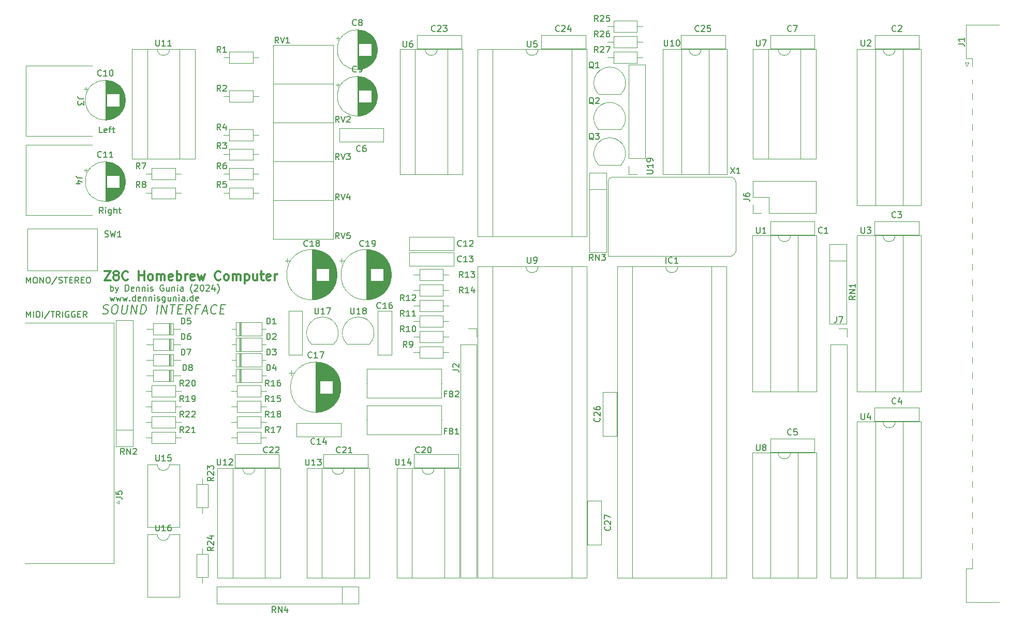
<source format=gbr>
%TF.GenerationSoftware,KiCad,Pcbnew,8.0.6-8.0.6-0~ubuntu22.04.1*%
%TF.CreationDate,2024-11-17T18:13:22+01:00*%
%TF.ProjectId,z80-SOUND,7a38302d-534f-4554-9e44-2e6b69636164,rev?*%
%TF.SameCoordinates,Original*%
%TF.FileFunction,Legend,Top*%
%TF.FilePolarity,Positive*%
%FSLAX46Y46*%
G04 Gerber Fmt 4.6, Leading zero omitted, Abs format (unit mm)*
G04 Created by KiCad (PCBNEW 8.0.6-8.0.6-0~ubuntu22.04.1) date 2024-11-17 18:13:22*
%MOMM*%
%LPD*%
G01*
G04 APERTURE LIST*
%ADD10C,0.150000*%
%ADD11C,0.200000*%
%ADD12C,0.300000*%
%ADD13C,0.120000*%
G04 APERTURE END LIST*
D10*
X67773779Y-90293819D02*
X67773779Y-89293819D01*
X67773779Y-89293819D02*
X68107112Y-90008104D01*
X68107112Y-90008104D02*
X68440445Y-89293819D01*
X68440445Y-89293819D02*
X68440445Y-90293819D01*
X69107112Y-89293819D02*
X69297588Y-89293819D01*
X69297588Y-89293819D02*
X69392826Y-89341438D01*
X69392826Y-89341438D02*
X69488064Y-89436676D01*
X69488064Y-89436676D02*
X69535683Y-89627152D01*
X69535683Y-89627152D02*
X69535683Y-89960485D01*
X69535683Y-89960485D02*
X69488064Y-90150961D01*
X69488064Y-90150961D02*
X69392826Y-90246200D01*
X69392826Y-90246200D02*
X69297588Y-90293819D01*
X69297588Y-90293819D02*
X69107112Y-90293819D01*
X69107112Y-90293819D02*
X69011874Y-90246200D01*
X69011874Y-90246200D02*
X68916636Y-90150961D01*
X68916636Y-90150961D02*
X68869017Y-89960485D01*
X68869017Y-89960485D02*
X68869017Y-89627152D01*
X68869017Y-89627152D02*
X68916636Y-89436676D01*
X68916636Y-89436676D02*
X69011874Y-89341438D01*
X69011874Y-89341438D02*
X69107112Y-89293819D01*
X69964255Y-90293819D02*
X69964255Y-89293819D01*
X69964255Y-89293819D02*
X70535683Y-90293819D01*
X70535683Y-90293819D02*
X70535683Y-89293819D01*
X71202350Y-89293819D02*
X71392826Y-89293819D01*
X71392826Y-89293819D02*
X71488064Y-89341438D01*
X71488064Y-89341438D02*
X71583302Y-89436676D01*
X71583302Y-89436676D02*
X71630921Y-89627152D01*
X71630921Y-89627152D02*
X71630921Y-89960485D01*
X71630921Y-89960485D02*
X71583302Y-90150961D01*
X71583302Y-90150961D02*
X71488064Y-90246200D01*
X71488064Y-90246200D02*
X71392826Y-90293819D01*
X71392826Y-90293819D02*
X71202350Y-90293819D01*
X71202350Y-90293819D02*
X71107112Y-90246200D01*
X71107112Y-90246200D02*
X71011874Y-90150961D01*
X71011874Y-90150961D02*
X70964255Y-89960485D01*
X70964255Y-89960485D02*
X70964255Y-89627152D01*
X70964255Y-89627152D02*
X71011874Y-89436676D01*
X71011874Y-89436676D02*
X71107112Y-89341438D01*
X71107112Y-89341438D02*
X71202350Y-89293819D01*
X72773778Y-89246200D02*
X71916636Y-90531914D01*
X73059493Y-90246200D02*
X73202350Y-90293819D01*
X73202350Y-90293819D02*
X73440445Y-90293819D01*
X73440445Y-90293819D02*
X73535683Y-90246200D01*
X73535683Y-90246200D02*
X73583302Y-90198580D01*
X73583302Y-90198580D02*
X73630921Y-90103342D01*
X73630921Y-90103342D02*
X73630921Y-90008104D01*
X73630921Y-90008104D02*
X73583302Y-89912866D01*
X73583302Y-89912866D02*
X73535683Y-89865247D01*
X73535683Y-89865247D02*
X73440445Y-89817628D01*
X73440445Y-89817628D02*
X73249969Y-89770009D01*
X73249969Y-89770009D02*
X73154731Y-89722390D01*
X73154731Y-89722390D02*
X73107112Y-89674771D01*
X73107112Y-89674771D02*
X73059493Y-89579533D01*
X73059493Y-89579533D02*
X73059493Y-89484295D01*
X73059493Y-89484295D02*
X73107112Y-89389057D01*
X73107112Y-89389057D02*
X73154731Y-89341438D01*
X73154731Y-89341438D02*
X73249969Y-89293819D01*
X73249969Y-89293819D02*
X73488064Y-89293819D01*
X73488064Y-89293819D02*
X73630921Y-89341438D01*
X73916636Y-89293819D02*
X74488064Y-89293819D01*
X74202350Y-90293819D02*
X74202350Y-89293819D01*
X74821398Y-89770009D02*
X75154731Y-89770009D01*
X75297588Y-90293819D02*
X74821398Y-90293819D01*
X74821398Y-90293819D02*
X74821398Y-89293819D01*
X74821398Y-89293819D02*
X75297588Y-89293819D01*
X76297588Y-90293819D02*
X75964255Y-89817628D01*
X75726160Y-90293819D02*
X75726160Y-89293819D01*
X75726160Y-89293819D02*
X76107112Y-89293819D01*
X76107112Y-89293819D02*
X76202350Y-89341438D01*
X76202350Y-89341438D02*
X76249969Y-89389057D01*
X76249969Y-89389057D02*
X76297588Y-89484295D01*
X76297588Y-89484295D02*
X76297588Y-89627152D01*
X76297588Y-89627152D02*
X76249969Y-89722390D01*
X76249969Y-89722390D02*
X76202350Y-89770009D01*
X76202350Y-89770009D02*
X76107112Y-89817628D01*
X76107112Y-89817628D02*
X75726160Y-89817628D01*
X76726160Y-89770009D02*
X77059493Y-89770009D01*
X77202350Y-90293819D02*
X76726160Y-90293819D01*
X76726160Y-90293819D02*
X76726160Y-89293819D01*
X76726160Y-89293819D02*
X77202350Y-89293819D01*
X77821398Y-89293819D02*
X78011874Y-89293819D01*
X78011874Y-89293819D02*
X78107112Y-89341438D01*
X78107112Y-89341438D02*
X78202350Y-89436676D01*
X78202350Y-89436676D02*
X78249969Y-89627152D01*
X78249969Y-89627152D02*
X78249969Y-89960485D01*
X78249969Y-89960485D02*
X78202350Y-90150961D01*
X78202350Y-90150961D02*
X78107112Y-90246200D01*
X78107112Y-90246200D02*
X78011874Y-90293819D01*
X78011874Y-90293819D02*
X77821398Y-90293819D01*
X77821398Y-90293819D02*
X77726160Y-90246200D01*
X77726160Y-90246200D02*
X77630922Y-90150961D01*
X77630922Y-90150961D02*
X77583303Y-89960485D01*
X77583303Y-89960485D02*
X77583303Y-89627152D01*
X77583303Y-89627152D02*
X77630922Y-89436676D01*
X77630922Y-89436676D02*
X77726160Y-89341438D01*
X77726160Y-89341438D02*
X77821398Y-89293819D01*
X80187969Y-65655819D02*
X79711779Y-65655819D01*
X79711779Y-65655819D02*
X79711779Y-64655819D01*
X80902255Y-65608200D02*
X80807017Y-65655819D01*
X80807017Y-65655819D02*
X80616541Y-65655819D01*
X80616541Y-65655819D02*
X80521303Y-65608200D01*
X80521303Y-65608200D02*
X80473684Y-65512961D01*
X80473684Y-65512961D02*
X80473684Y-65132009D01*
X80473684Y-65132009D02*
X80521303Y-65036771D01*
X80521303Y-65036771D02*
X80616541Y-64989152D01*
X80616541Y-64989152D02*
X80807017Y-64989152D01*
X80807017Y-64989152D02*
X80902255Y-65036771D01*
X80902255Y-65036771D02*
X80949874Y-65132009D01*
X80949874Y-65132009D02*
X80949874Y-65227247D01*
X80949874Y-65227247D02*
X80473684Y-65322485D01*
X81235589Y-64989152D02*
X81616541Y-64989152D01*
X81378446Y-65655819D02*
X81378446Y-64798676D01*
X81378446Y-64798676D02*
X81426065Y-64703438D01*
X81426065Y-64703438D02*
X81521303Y-64655819D01*
X81521303Y-64655819D02*
X81616541Y-64655819D01*
X81807018Y-64989152D02*
X82187970Y-64989152D01*
X81949875Y-64655819D02*
X81949875Y-65512961D01*
X81949875Y-65512961D02*
X81997494Y-65608200D01*
X81997494Y-65608200D02*
X82092732Y-65655819D01*
X82092732Y-65655819D02*
X82187970Y-65655819D01*
D11*
X81522673Y-91569847D02*
X81522673Y-90569847D01*
X81522673Y-90950799D02*
X81617911Y-90903180D01*
X81617911Y-90903180D02*
X81808387Y-90903180D01*
X81808387Y-90903180D02*
X81903625Y-90950799D01*
X81903625Y-90950799D02*
X81951244Y-90998418D01*
X81951244Y-90998418D02*
X81998863Y-91093656D01*
X81998863Y-91093656D02*
X81998863Y-91379370D01*
X81998863Y-91379370D02*
X81951244Y-91474608D01*
X81951244Y-91474608D02*
X81903625Y-91522228D01*
X81903625Y-91522228D02*
X81808387Y-91569847D01*
X81808387Y-91569847D02*
X81617911Y-91569847D01*
X81617911Y-91569847D02*
X81522673Y-91522228D01*
X82332197Y-90903180D02*
X82570292Y-91569847D01*
X82808387Y-90903180D02*
X82570292Y-91569847D01*
X82570292Y-91569847D02*
X82475054Y-91807942D01*
X82475054Y-91807942D02*
X82427435Y-91855561D01*
X82427435Y-91855561D02*
X82332197Y-91903180D01*
X83951245Y-91569847D02*
X83951245Y-90569847D01*
X83951245Y-90569847D02*
X84189340Y-90569847D01*
X84189340Y-90569847D02*
X84332197Y-90617466D01*
X84332197Y-90617466D02*
X84427435Y-90712704D01*
X84427435Y-90712704D02*
X84475054Y-90807942D01*
X84475054Y-90807942D02*
X84522673Y-90998418D01*
X84522673Y-90998418D02*
X84522673Y-91141275D01*
X84522673Y-91141275D02*
X84475054Y-91331751D01*
X84475054Y-91331751D02*
X84427435Y-91426989D01*
X84427435Y-91426989D02*
X84332197Y-91522228D01*
X84332197Y-91522228D02*
X84189340Y-91569847D01*
X84189340Y-91569847D02*
X83951245Y-91569847D01*
X85332197Y-91522228D02*
X85236959Y-91569847D01*
X85236959Y-91569847D02*
X85046483Y-91569847D01*
X85046483Y-91569847D02*
X84951245Y-91522228D01*
X84951245Y-91522228D02*
X84903626Y-91426989D01*
X84903626Y-91426989D02*
X84903626Y-91046037D01*
X84903626Y-91046037D02*
X84951245Y-90950799D01*
X84951245Y-90950799D02*
X85046483Y-90903180D01*
X85046483Y-90903180D02*
X85236959Y-90903180D01*
X85236959Y-90903180D02*
X85332197Y-90950799D01*
X85332197Y-90950799D02*
X85379816Y-91046037D01*
X85379816Y-91046037D02*
X85379816Y-91141275D01*
X85379816Y-91141275D02*
X84903626Y-91236513D01*
X85808388Y-90903180D02*
X85808388Y-91569847D01*
X85808388Y-90998418D02*
X85856007Y-90950799D01*
X85856007Y-90950799D02*
X85951245Y-90903180D01*
X85951245Y-90903180D02*
X86094102Y-90903180D01*
X86094102Y-90903180D02*
X86189340Y-90950799D01*
X86189340Y-90950799D02*
X86236959Y-91046037D01*
X86236959Y-91046037D02*
X86236959Y-91569847D01*
X86713150Y-90903180D02*
X86713150Y-91569847D01*
X86713150Y-90998418D02*
X86760769Y-90950799D01*
X86760769Y-90950799D02*
X86856007Y-90903180D01*
X86856007Y-90903180D02*
X86998864Y-90903180D01*
X86998864Y-90903180D02*
X87094102Y-90950799D01*
X87094102Y-90950799D02*
X87141721Y-91046037D01*
X87141721Y-91046037D02*
X87141721Y-91569847D01*
X87617912Y-91569847D02*
X87617912Y-90903180D01*
X87617912Y-90569847D02*
X87570293Y-90617466D01*
X87570293Y-90617466D02*
X87617912Y-90665085D01*
X87617912Y-90665085D02*
X87665531Y-90617466D01*
X87665531Y-90617466D02*
X87617912Y-90569847D01*
X87617912Y-90569847D02*
X87617912Y-90665085D01*
X88046483Y-91522228D02*
X88141721Y-91569847D01*
X88141721Y-91569847D02*
X88332197Y-91569847D01*
X88332197Y-91569847D02*
X88427435Y-91522228D01*
X88427435Y-91522228D02*
X88475054Y-91426989D01*
X88475054Y-91426989D02*
X88475054Y-91379370D01*
X88475054Y-91379370D02*
X88427435Y-91284132D01*
X88427435Y-91284132D02*
X88332197Y-91236513D01*
X88332197Y-91236513D02*
X88189340Y-91236513D01*
X88189340Y-91236513D02*
X88094102Y-91188894D01*
X88094102Y-91188894D02*
X88046483Y-91093656D01*
X88046483Y-91093656D02*
X88046483Y-91046037D01*
X88046483Y-91046037D02*
X88094102Y-90950799D01*
X88094102Y-90950799D02*
X88189340Y-90903180D01*
X88189340Y-90903180D02*
X88332197Y-90903180D01*
X88332197Y-90903180D02*
X88427435Y-90950799D01*
X90189340Y-90617466D02*
X90094102Y-90569847D01*
X90094102Y-90569847D02*
X89951245Y-90569847D01*
X89951245Y-90569847D02*
X89808388Y-90617466D01*
X89808388Y-90617466D02*
X89713150Y-90712704D01*
X89713150Y-90712704D02*
X89665531Y-90807942D01*
X89665531Y-90807942D02*
X89617912Y-90998418D01*
X89617912Y-90998418D02*
X89617912Y-91141275D01*
X89617912Y-91141275D02*
X89665531Y-91331751D01*
X89665531Y-91331751D02*
X89713150Y-91426989D01*
X89713150Y-91426989D02*
X89808388Y-91522228D01*
X89808388Y-91522228D02*
X89951245Y-91569847D01*
X89951245Y-91569847D02*
X90046483Y-91569847D01*
X90046483Y-91569847D02*
X90189340Y-91522228D01*
X90189340Y-91522228D02*
X90236959Y-91474608D01*
X90236959Y-91474608D02*
X90236959Y-91141275D01*
X90236959Y-91141275D02*
X90046483Y-91141275D01*
X91094102Y-90903180D02*
X91094102Y-91569847D01*
X90665531Y-90903180D02*
X90665531Y-91426989D01*
X90665531Y-91426989D02*
X90713150Y-91522228D01*
X90713150Y-91522228D02*
X90808388Y-91569847D01*
X90808388Y-91569847D02*
X90951245Y-91569847D01*
X90951245Y-91569847D02*
X91046483Y-91522228D01*
X91046483Y-91522228D02*
X91094102Y-91474608D01*
X91570293Y-90903180D02*
X91570293Y-91569847D01*
X91570293Y-90998418D02*
X91617912Y-90950799D01*
X91617912Y-90950799D02*
X91713150Y-90903180D01*
X91713150Y-90903180D02*
X91856007Y-90903180D01*
X91856007Y-90903180D02*
X91951245Y-90950799D01*
X91951245Y-90950799D02*
X91998864Y-91046037D01*
X91998864Y-91046037D02*
X91998864Y-91569847D01*
X92475055Y-91569847D02*
X92475055Y-90903180D01*
X92475055Y-90569847D02*
X92427436Y-90617466D01*
X92427436Y-90617466D02*
X92475055Y-90665085D01*
X92475055Y-90665085D02*
X92522674Y-90617466D01*
X92522674Y-90617466D02*
X92475055Y-90569847D01*
X92475055Y-90569847D02*
X92475055Y-90665085D01*
X93379816Y-91569847D02*
X93379816Y-91046037D01*
X93379816Y-91046037D02*
X93332197Y-90950799D01*
X93332197Y-90950799D02*
X93236959Y-90903180D01*
X93236959Y-90903180D02*
X93046483Y-90903180D01*
X93046483Y-90903180D02*
X92951245Y-90950799D01*
X93379816Y-91522228D02*
X93284578Y-91569847D01*
X93284578Y-91569847D02*
X93046483Y-91569847D01*
X93046483Y-91569847D02*
X92951245Y-91522228D01*
X92951245Y-91522228D02*
X92903626Y-91426989D01*
X92903626Y-91426989D02*
X92903626Y-91331751D01*
X92903626Y-91331751D02*
X92951245Y-91236513D01*
X92951245Y-91236513D02*
X93046483Y-91188894D01*
X93046483Y-91188894D02*
X93284578Y-91188894D01*
X93284578Y-91188894D02*
X93379816Y-91141275D01*
X94903626Y-91950799D02*
X94856007Y-91903180D01*
X94856007Y-91903180D02*
X94760769Y-91760323D01*
X94760769Y-91760323D02*
X94713150Y-91665085D01*
X94713150Y-91665085D02*
X94665531Y-91522228D01*
X94665531Y-91522228D02*
X94617912Y-91284132D01*
X94617912Y-91284132D02*
X94617912Y-91093656D01*
X94617912Y-91093656D02*
X94665531Y-90855561D01*
X94665531Y-90855561D02*
X94713150Y-90712704D01*
X94713150Y-90712704D02*
X94760769Y-90617466D01*
X94760769Y-90617466D02*
X94856007Y-90474608D01*
X94856007Y-90474608D02*
X94903626Y-90426989D01*
X95236960Y-90665085D02*
X95284579Y-90617466D01*
X95284579Y-90617466D02*
X95379817Y-90569847D01*
X95379817Y-90569847D02*
X95617912Y-90569847D01*
X95617912Y-90569847D02*
X95713150Y-90617466D01*
X95713150Y-90617466D02*
X95760769Y-90665085D01*
X95760769Y-90665085D02*
X95808388Y-90760323D01*
X95808388Y-90760323D02*
X95808388Y-90855561D01*
X95808388Y-90855561D02*
X95760769Y-90998418D01*
X95760769Y-90998418D02*
X95189341Y-91569847D01*
X95189341Y-91569847D02*
X95808388Y-91569847D01*
X96427436Y-90569847D02*
X96522674Y-90569847D01*
X96522674Y-90569847D02*
X96617912Y-90617466D01*
X96617912Y-90617466D02*
X96665531Y-90665085D01*
X96665531Y-90665085D02*
X96713150Y-90760323D01*
X96713150Y-90760323D02*
X96760769Y-90950799D01*
X96760769Y-90950799D02*
X96760769Y-91188894D01*
X96760769Y-91188894D02*
X96713150Y-91379370D01*
X96713150Y-91379370D02*
X96665531Y-91474608D01*
X96665531Y-91474608D02*
X96617912Y-91522228D01*
X96617912Y-91522228D02*
X96522674Y-91569847D01*
X96522674Y-91569847D02*
X96427436Y-91569847D01*
X96427436Y-91569847D02*
X96332198Y-91522228D01*
X96332198Y-91522228D02*
X96284579Y-91474608D01*
X96284579Y-91474608D02*
X96236960Y-91379370D01*
X96236960Y-91379370D02*
X96189341Y-91188894D01*
X96189341Y-91188894D02*
X96189341Y-90950799D01*
X96189341Y-90950799D02*
X96236960Y-90760323D01*
X96236960Y-90760323D02*
X96284579Y-90665085D01*
X96284579Y-90665085D02*
X96332198Y-90617466D01*
X96332198Y-90617466D02*
X96427436Y-90569847D01*
X97141722Y-90665085D02*
X97189341Y-90617466D01*
X97189341Y-90617466D02*
X97284579Y-90569847D01*
X97284579Y-90569847D02*
X97522674Y-90569847D01*
X97522674Y-90569847D02*
X97617912Y-90617466D01*
X97617912Y-90617466D02*
X97665531Y-90665085D01*
X97665531Y-90665085D02*
X97713150Y-90760323D01*
X97713150Y-90760323D02*
X97713150Y-90855561D01*
X97713150Y-90855561D02*
X97665531Y-90998418D01*
X97665531Y-90998418D02*
X97094103Y-91569847D01*
X97094103Y-91569847D02*
X97713150Y-91569847D01*
X98570293Y-90903180D02*
X98570293Y-91569847D01*
X98332198Y-90522228D02*
X98094103Y-91236513D01*
X98094103Y-91236513D02*
X98713150Y-91236513D01*
X98998865Y-91950799D02*
X99046484Y-91903180D01*
X99046484Y-91903180D02*
X99141722Y-91760323D01*
X99141722Y-91760323D02*
X99189341Y-91665085D01*
X99189341Y-91665085D02*
X99236960Y-91522228D01*
X99236960Y-91522228D02*
X99284579Y-91284132D01*
X99284579Y-91284132D02*
X99284579Y-91093656D01*
X99284579Y-91093656D02*
X99236960Y-90855561D01*
X99236960Y-90855561D02*
X99189341Y-90712704D01*
X99189341Y-90712704D02*
X99141722Y-90617466D01*
X99141722Y-90617466D02*
X99046484Y-90474608D01*
X99046484Y-90474608D02*
X98998865Y-90426989D01*
X81427435Y-92513124D02*
X81617911Y-93179791D01*
X81617911Y-93179791D02*
X81808387Y-92703600D01*
X81808387Y-92703600D02*
X81998863Y-93179791D01*
X81998863Y-93179791D02*
X82189339Y-92513124D01*
X82475054Y-92513124D02*
X82665530Y-93179791D01*
X82665530Y-93179791D02*
X82856006Y-92703600D01*
X82856006Y-92703600D02*
X83046482Y-93179791D01*
X83046482Y-93179791D02*
X83236958Y-92513124D01*
X83522673Y-92513124D02*
X83713149Y-93179791D01*
X83713149Y-93179791D02*
X83903625Y-92703600D01*
X83903625Y-92703600D02*
X84094101Y-93179791D01*
X84094101Y-93179791D02*
X84284577Y-92513124D01*
X84665530Y-93084552D02*
X84713149Y-93132172D01*
X84713149Y-93132172D02*
X84665530Y-93179791D01*
X84665530Y-93179791D02*
X84617911Y-93132172D01*
X84617911Y-93132172D02*
X84665530Y-93084552D01*
X84665530Y-93084552D02*
X84665530Y-93179791D01*
X85570291Y-93179791D02*
X85570291Y-92179791D01*
X85570291Y-93132172D02*
X85475053Y-93179791D01*
X85475053Y-93179791D02*
X85284577Y-93179791D01*
X85284577Y-93179791D02*
X85189339Y-93132172D01*
X85189339Y-93132172D02*
X85141720Y-93084552D01*
X85141720Y-93084552D02*
X85094101Y-92989314D01*
X85094101Y-92989314D02*
X85094101Y-92703600D01*
X85094101Y-92703600D02*
X85141720Y-92608362D01*
X85141720Y-92608362D02*
X85189339Y-92560743D01*
X85189339Y-92560743D02*
X85284577Y-92513124D01*
X85284577Y-92513124D02*
X85475053Y-92513124D01*
X85475053Y-92513124D02*
X85570291Y-92560743D01*
X86427434Y-93132172D02*
X86332196Y-93179791D01*
X86332196Y-93179791D02*
X86141720Y-93179791D01*
X86141720Y-93179791D02*
X86046482Y-93132172D01*
X86046482Y-93132172D02*
X85998863Y-93036933D01*
X85998863Y-93036933D02*
X85998863Y-92655981D01*
X85998863Y-92655981D02*
X86046482Y-92560743D01*
X86046482Y-92560743D02*
X86141720Y-92513124D01*
X86141720Y-92513124D02*
X86332196Y-92513124D01*
X86332196Y-92513124D02*
X86427434Y-92560743D01*
X86427434Y-92560743D02*
X86475053Y-92655981D01*
X86475053Y-92655981D02*
X86475053Y-92751219D01*
X86475053Y-92751219D02*
X85998863Y-92846457D01*
X86903625Y-92513124D02*
X86903625Y-93179791D01*
X86903625Y-92608362D02*
X86951244Y-92560743D01*
X86951244Y-92560743D02*
X87046482Y-92513124D01*
X87046482Y-92513124D02*
X87189339Y-92513124D01*
X87189339Y-92513124D02*
X87284577Y-92560743D01*
X87284577Y-92560743D02*
X87332196Y-92655981D01*
X87332196Y-92655981D02*
X87332196Y-93179791D01*
X87808387Y-92513124D02*
X87808387Y-93179791D01*
X87808387Y-92608362D02*
X87856006Y-92560743D01*
X87856006Y-92560743D02*
X87951244Y-92513124D01*
X87951244Y-92513124D02*
X88094101Y-92513124D01*
X88094101Y-92513124D02*
X88189339Y-92560743D01*
X88189339Y-92560743D02*
X88236958Y-92655981D01*
X88236958Y-92655981D02*
X88236958Y-93179791D01*
X88713149Y-93179791D02*
X88713149Y-92513124D01*
X88713149Y-92179791D02*
X88665530Y-92227410D01*
X88665530Y-92227410D02*
X88713149Y-92275029D01*
X88713149Y-92275029D02*
X88760768Y-92227410D01*
X88760768Y-92227410D02*
X88713149Y-92179791D01*
X88713149Y-92179791D02*
X88713149Y-92275029D01*
X89141720Y-93132172D02*
X89236958Y-93179791D01*
X89236958Y-93179791D02*
X89427434Y-93179791D01*
X89427434Y-93179791D02*
X89522672Y-93132172D01*
X89522672Y-93132172D02*
X89570291Y-93036933D01*
X89570291Y-93036933D02*
X89570291Y-92989314D01*
X89570291Y-92989314D02*
X89522672Y-92894076D01*
X89522672Y-92894076D02*
X89427434Y-92846457D01*
X89427434Y-92846457D02*
X89284577Y-92846457D01*
X89284577Y-92846457D02*
X89189339Y-92798838D01*
X89189339Y-92798838D02*
X89141720Y-92703600D01*
X89141720Y-92703600D02*
X89141720Y-92655981D01*
X89141720Y-92655981D02*
X89189339Y-92560743D01*
X89189339Y-92560743D02*
X89284577Y-92513124D01*
X89284577Y-92513124D02*
X89427434Y-92513124D01*
X89427434Y-92513124D02*
X89522672Y-92560743D01*
X90427434Y-92513124D02*
X90427434Y-93322648D01*
X90427434Y-93322648D02*
X90379815Y-93417886D01*
X90379815Y-93417886D02*
X90332196Y-93465505D01*
X90332196Y-93465505D02*
X90236958Y-93513124D01*
X90236958Y-93513124D02*
X90094101Y-93513124D01*
X90094101Y-93513124D02*
X89998863Y-93465505D01*
X90427434Y-93132172D02*
X90332196Y-93179791D01*
X90332196Y-93179791D02*
X90141720Y-93179791D01*
X90141720Y-93179791D02*
X90046482Y-93132172D01*
X90046482Y-93132172D02*
X89998863Y-93084552D01*
X89998863Y-93084552D02*
X89951244Y-92989314D01*
X89951244Y-92989314D02*
X89951244Y-92703600D01*
X89951244Y-92703600D02*
X89998863Y-92608362D01*
X89998863Y-92608362D02*
X90046482Y-92560743D01*
X90046482Y-92560743D02*
X90141720Y-92513124D01*
X90141720Y-92513124D02*
X90332196Y-92513124D01*
X90332196Y-92513124D02*
X90427434Y-92560743D01*
X91332196Y-92513124D02*
X91332196Y-93179791D01*
X90903625Y-92513124D02*
X90903625Y-93036933D01*
X90903625Y-93036933D02*
X90951244Y-93132172D01*
X90951244Y-93132172D02*
X91046482Y-93179791D01*
X91046482Y-93179791D02*
X91189339Y-93179791D01*
X91189339Y-93179791D02*
X91284577Y-93132172D01*
X91284577Y-93132172D02*
X91332196Y-93084552D01*
X91808387Y-92513124D02*
X91808387Y-93179791D01*
X91808387Y-92608362D02*
X91856006Y-92560743D01*
X91856006Y-92560743D02*
X91951244Y-92513124D01*
X91951244Y-92513124D02*
X92094101Y-92513124D01*
X92094101Y-92513124D02*
X92189339Y-92560743D01*
X92189339Y-92560743D02*
X92236958Y-92655981D01*
X92236958Y-92655981D02*
X92236958Y-93179791D01*
X92713149Y-93179791D02*
X92713149Y-92513124D01*
X92713149Y-92179791D02*
X92665530Y-92227410D01*
X92665530Y-92227410D02*
X92713149Y-92275029D01*
X92713149Y-92275029D02*
X92760768Y-92227410D01*
X92760768Y-92227410D02*
X92713149Y-92179791D01*
X92713149Y-92179791D02*
X92713149Y-92275029D01*
X93617910Y-93179791D02*
X93617910Y-92655981D01*
X93617910Y-92655981D02*
X93570291Y-92560743D01*
X93570291Y-92560743D02*
X93475053Y-92513124D01*
X93475053Y-92513124D02*
X93284577Y-92513124D01*
X93284577Y-92513124D02*
X93189339Y-92560743D01*
X93617910Y-93132172D02*
X93522672Y-93179791D01*
X93522672Y-93179791D02*
X93284577Y-93179791D01*
X93284577Y-93179791D02*
X93189339Y-93132172D01*
X93189339Y-93132172D02*
X93141720Y-93036933D01*
X93141720Y-93036933D02*
X93141720Y-92941695D01*
X93141720Y-92941695D02*
X93189339Y-92846457D01*
X93189339Y-92846457D02*
X93284577Y-92798838D01*
X93284577Y-92798838D02*
X93522672Y-92798838D01*
X93522672Y-92798838D02*
X93617910Y-92751219D01*
X94094101Y-93084552D02*
X94141720Y-93132172D01*
X94141720Y-93132172D02*
X94094101Y-93179791D01*
X94094101Y-93179791D02*
X94046482Y-93132172D01*
X94046482Y-93132172D02*
X94094101Y-93084552D01*
X94094101Y-93084552D02*
X94094101Y-93179791D01*
X94998862Y-93179791D02*
X94998862Y-92179791D01*
X94998862Y-93132172D02*
X94903624Y-93179791D01*
X94903624Y-93179791D02*
X94713148Y-93179791D01*
X94713148Y-93179791D02*
X94617910Y-93132172D01*
X94617910Y-93132172D02*
X94570291Y-93084552D01*
X94570291Y-93084552D02*
X94522672Y-92989314D01*
X94522672Y-92989314D02*
X94522672Y-92703600D01*
X94522672Y-92703600D02*
X94570291Y-92608362D01*
X94570291Y-92608362D02*
X94617910Y-92560743D01*
X94617910Y-92560743D02*
X94713148Y-92513124D01*
X94713148Y-92513124D02*
X94903624Y-92513124D01*
X94903624Y-92513124D02*
X94998862Y-92560743D01*
X95856005Y-93132172D02*
X95760767Y-93179791D01*
X95760767Y-93179791D02*
X95570291Y-93179791D01*
X95570291Y-93179791D02*
X95475053Y-93132172D01*
X95475053Y-93132172D02*
X95427434Y-93036933D01*
X95427434Y-93036933D02*
X95427434Y-92655981D01*
X95427434Y-92655981D02*
X95475053Y-92560743D01*
X95475053Y-92560743D02*
X95570291Y-92513124D01*
X95570291Y-92513124D02*
X95760767Y-92513124D01*
X95760767Y-92513124D02*
X95856005Y-92560743D01*
X95856005Y-92560743D02*
X95903624Y-92655981D01*
X95903624Y-92655981D02*
X95903624Y-92751219D01*
X95903624Y-92751219D02*
X95427434Y-92846457D01*
X80205714Y-95227100D02*
X80411071Y-95298528D01*
X80411071Y-95298528D02*
X80768214Y-95298528D01*
X80768214Y-95298528D02*
X80920000Y-95227100D01*
X80920000Y-95227100D02*
X81000357Y-95155671D01*
X81000357Y-95155671D02*
X81089642Y-95012814D01*
X81089642Y-95012814D02*
X81107500Y-94869957D01*
X81107500Y-94869957D02*
X81053928Y-94727100D01*
X81053928Y-94727100D02*
X80991428Y-94655671D01*
X80991428Y-94655671D02*
X80857500Y-94584242D01*
X80857500Y-94584242D02*
X80580714Y-94512814D01*
X80580714Y-94512814D02*
X80446785Y-94441385D01*
X80446785Y-94441385D02*
X80384285Y-94369957D01*
X80384285Y-94369957D02*
X80330714Y-94227100D01*
X80330714Y-94227100D02*
X80348571Y-94084242D01*
X80348571Y-94084242D02*
X80437857Y-93941385D01*
X80437857Y-93941385D02*
X80518214Y-93869957D01*
X80518214Y-93869957D02*
X80670000Y-93798528D01*
X80670000Y-93798528D02*
X81027142Y-93798528D01*
X81027142Y-93798528D02*
X81232500Y-93869957D01*
X82169999Y-93798528D02*
X82455713Y-93798528D01*
X82455713Y-93798528D02*
X82589642Y-93869957D01*
X82589642Y-93869957D02*
X82714642Y-94012814D01*
X82714642Y-94012814D02*
X82750356Y-94298528D01*
X82750356Y-94298528D02*
X82687856Y-94798528D01*
X82687856Y-94798528D02*
X82580713Y-95084242D01*
X82580713Y-95084242D02*
X82419999Y-95227100D01*
X82419999Y-95227100D02*
X82268213Y-95298528D01*
X82268213Y-95298528D02*
X81982499Y-95298528D01*
X81982499Y-95298528D02*
X81848571Y-95227100D01*
X81848571Y-95227100D02*
X81723571Y-95084242D01*
X81723571Y-95084242D02*
X81687856Y-94798528D01*
X81687856Y-94798528D02*
X81750356Y-94298528D01*
X81750356Y-94298528D02*
X81857499Y-94012814D01*
X81857499Y-94012814D02*
X82018213Y-93869957D01*
X82018213Y-93869957D02*
X82169999Y-93798528D01*
X83455714Y-93798528D02*
X83303928Y-95012814D01*
X83303928Y-95012814D02*
X83357500Y-95155671D01*
X83357500Y-95155671D02*
X83420000Y-95227100D01*
X83420000Y-95227100D02*
X83553928Y-95298528D01*
X83553928Y-95298528D02*
X83839642Y-95298528D01*
X83839642Y-95298528D02*
X83991428Y-95227100D01*
X83991428Y-95227100D02*
X84071785Y-95155671D01*
X84071785Y-95155671D02*
X84161071Y-95012814D01*
X84161071Y-95012814D02*
X84312857Y-93798528D01*
X84839643Y-95298528D02*
X85027143Y-93798528D01*
X85027143Y-93798528D02*
X85696786Y-95298528D01*
X85696786Y-95298528D02*
X85884286Y-93798528D01*
X86411072Y-95298528D02*
X86598572Y-93798528D01*
X86598572Y-93798528D02*
X86955715Y-93798528D01*
X86955715Y-93798528D02*
X87161072Y-93869957D01*
X87161072Y-93869957D02*
X87286072Y-94012814D01*
X87286072Y-94012814D02*
X87339643Y-94155671D01*
X87339643Y-94155671D02*
X87375358Y-94441385D01*
X87375358Y-94441385D02*
X87348572Y-94655671D01*
X87348572Y-94655671D02*
X87241429Y-94941385D01*
X87241429Y-94941385D02*
X87152143Y-95084242D01*
X87152143Y-95084242D02*
X86991429Y-95227100D01*
X86991429Y-95227100D02*
X86768215Y-95298528D01*
X86768215Y-95298528D02*
X86411072Y-95298528D01*
X89053929Y-95298528D02*
X89241429Y-93798528D01*
X89768215Y-95298528D02*
X89955715Y-93798528D01*
X89955715Y-93798528D02*
X90625358Y-95298528D01*
X90625358Y-95298528D02*
X90812858Y-93798528D01*
X91312858Y-93798528D02*
X92170001Y-93798528D01*
X91553930Y-95298528D02*
X91741430Y-93798528D01*
X92580715Y-94512814D02*
X93080715Y-94512814D01*
X93196787Y-95298528D02*
X92482501Y-95298528D01*
X92482501Y-95298528D02*
X92670001Y-93798528D01*
X92670001Y-93798528D02*
X93384287Y-93798528D01*
X94696787Y-95298528D02*
X94286072Y-94584242D01*
X93839644Y-95298528D02*
X94027144Y-93798528D01*
X94027144Y-93798528D02*
X94598572Y-93798528D01*
X94598572Y-93798528D02*
X94732501Y-93869957D01*
X94732501Y-93869957D02*
X94795001Y-93941385D01*
X94795001Y-93941385D02*
X94848572Y-94084242D01*
X94848572Y-94084242D02*
X94821787Y-94298528D01*
X94821787Y-94298528D02*
X94732501Y-94441385D01*
X94732501Y-94441385D02*
X94652144Y-94512814D01*
X94652144Y-94512814D02*
X94500358Y-94584242D01*
X94500358Y-94584242D02*
X93928930Y-94584242D01*
X95937858Y-94512814D02*
X95437858Y-94512814D01*
X95339644Y-95298528D02*
X95527144Y-93798528D01*
X95527144Y-93798528D02*
X96241430Y-93798528D01*
X96607501Y-94869957D02*
X97321786Y-94869957D01*
X96411072Y-95298528D02*
X97098572Y-93798528D01*
X97098572Y-93798528D02*
X97411072Y-95298528D01*
X98786072Y-95155671D02*
X98705715Y-95227100D01*
X98705715Y-95227100D02*
X98482500Y-95298528D01*
X98482500Y-95298528D02*
X98339643Y-95298528D01*
X98339643Y-95298528D02*
X98134286Y-95227100D01*
X98134286Y-95227100D02*
X98009286Y-95084242D01*
X98009286Y-95084242D02*
X97955715Y-94941385D01*
X97955715Y-94941385D02*
X97920000Y-94655671D01*
X97920000Y-94655671D02*
X97946786Y-94441385D01*
X97946786Y-94441385D02*
X98053929Y-94155671D01*
X98053929Y-94155671D02*
X98143215Y-94012814D01*
X98143215Y-94012814D02*
X98303929Y-93869957D01*
X98303929Y-93869957D02*
X98527143Y-93798528D01*
X98527143Y-93798528D02*
X98670000Y-93798528D01*
X98670000Y-93798528D02*
X98875358Y-93869957D01*
X98875358Y-93869957D02*
X98937858Y-93941385D01*
X99509286Y-94512814D02*
X100009286Y-94512814D01*
X100125358Y-95298528D02*
X99411072Y-95298528D01*
X99411072Y-95298528D02*
X99598572Y-93798528D01*
X99598572Y-93798528D02*
X100312858Y-93798528D01*
D12*
X80507857Y-88306928D02*
X81507857Y-88306928D01*
X81507857Y-88306928D02*
X80507857Y-89806928D01*
X80507857Y-89806928D02*
X81507857Y-89806928D01*
X82293571Y-88949785D02*
X82150714Y-88878357D01*
X82150714Y-88878357D02*
X82079285Y-88806928D01*
X82079285Y-88806928D02*
X82007857Y-88664071D01*
X82007857Y-88664071D02*
X82007857Y-88592642D01*
X82007857Y-88592642D02*
X82079285Y-88449785D01*
X82079285Y-88449785D02*
X82150714Y-88378357D01*
X82150714Y-88378357D02*
X82293571Y-88306928D01*
X82293571Y-88306928D02*
X82579285Y-88306928D01*
X82579285Y-88306928D02*
X82722143Y-88378357D01*
X82722143Y-88378357D02*
X82793571Y-88449785D01*
X82793571Y-88449785D02*
X82865000Y-88592642D01*
X82865000Y-88592642D02*
X82865000Y-88664071D01*
X82865000Y-88664071D02*
X82793571Y-88806928D01*
X82793571Y-88806928D02*
X82722143Y-88878357D01*
X82722143Y-88878357D02*
X82579285Y-88949785D01*
X82579285Y-88949785D02*
X82293571Y-88949785D01*
X82293571Y-88949785D02*
X82150714Y-89021214D01*
X82150714Y-89021214D02*
X82079285Y-89092642D01*
X82079285Y-89092642D02*
X82007857Y-89235500D01*
X82007857Y-89235500D02*
X82007857Y-89521214D01*
X82007857Y-89521214D02*
X82079285Y-89664071D01*
X82079285Y-89664071D02*
X82150714Y-89735500D01*
X82150714Y-89735500D02*
X82293571Y-89806928D01*
X82293571Y-89806928D02*
X82579285Y-89806928D01*
X82579285Y-89806928D02*
X82722143Y-89735500D01*
X82722143Y-89735500D02*
X82793571Y-89664071D01*
X82793571Y-89664071D02*
X82865000Y-89521214D01*
X82865000Y-89521214D02*
X82865000Y-89235500D01*
X82865000Y-89235500D02*
X82793571Y-89092642D01*
X82793571Y-89092642D02*
X82722143Y-89021214D01*
X82722143Y-89021214D02*
X82579285Y-88949785D01*
X84364999Y-89664071D02*
X84293571Y-89735500D01*
X84293571Y-89735500D02*
X84079285Y-89806928D01*
X84079285Y-89806928D02*
X83936428Y-89806928D01*
X83936428Y-89806928D02*
X83722142Y-89735500D01*
X83722142Y-89735500D02*
X83579285Y-89592642D01*
X83579285Y-89592642D02*
X83507856Y-89449785D01*
X83507856Y-89449785D02*
X83436428Y-89164071D01*
X83436428Y-89164071D02*
X83436428Y-88949785D01*
X83436428Y-88949785D02*
X83507856Y-88664071D01*
X83507856Y-88664071D02*
X83579285Y-88521214D01*
X83579285Y-88521214D02*
X83722142Y-88378357D01*
X83722142Y-88378357D02*
X83936428Y-88306928D01*
X83936428Y-88306928D02*
X84079285Y-88306928D01*
X84079285Y-88306928D02*
X84293571Y-88378357D01*
X84293571Y-88378357D02*
X84364999Y-88449785D01*
X86150713Y-89806928D02*
X86150713Y-88306928D01*
X86150713Y-89021214D02*
X87007856Y-89021214D01*
X87007856Y-89806928D02*
X87007856Y-88306928D01*
X87936428Y-89806928D02*
X87793571Y-89735500D01*
X87793571Y-89735500D02*
X87722142Y-89664071D01*
X87722142Y-89664071D02*
X87650714Y-89521214D01*
X87650714Y-89521214D02*
X87650714Y-89092642D01*
X87650714Y-89092642D02*
X87722142Y-88949785D01*
X87722142Y-88949785D02*
X87793571Y-88878357D01*
X87793571Y-88878357D02*
X87936428Y-88806928D01*
X87936428Y-88806928D02*
X88150714Y-88806928D01*
X88150714Y-88806928D02*
X88293571Y-88878357D01*
X88293571Y-88878357D02*
X88365000Y-88949785D01*
X88365000Y-88949785D02*
X88436428Y-89092642D01*
X88436428Y-89092642D02*
X88436428Y-89521214D01*
X88436428Y-89521214D02*
X88365000Y-89664071D01*
X88365000Y-89664071D02*
X88293571Y-89735500D01*
X88293571Y-89735500D02*
X88150714Y-89806928D01*
X88150714Y-89806928D02*
X87936428Y-89806928D01*
X89079285Y-89806928D02*
X89079285Y-88806928D01*
X89079285Y-88949785D02*
X89150714Y-88878357D01*
X89150714Y-88878357D02*
X89293571Y-88806928D01*
X89293571Y-88806928D02*
X89507857Y-88806928D01*
X89507857Y-88806928D02*
X89650714Y-88878357D01*
X89650714Y-88878357D02*
X89722143Y-89021214D01*
X89722143Y-89021214D02*
X89722143Y-89806928D01*
X89722143Y-89021214D02*
X89793571Y-88878357D01*
X89793571Y-88878357D02*
X89936428Y-88806928D01*
X89936428Y-88806928D02*
X90150714Y-88806928D01*
X90150714Y-88806928D02*
X90293571Y-88878357D01*
X90293571Y-88878357D02*
X90365000Y-89021214D01*
X90365000Y-89021214D02*
X90365000Y-89806928D01*
X91650714Y-89735500D02*
X91507857Y-89806928D01*
X91507857Y-89806928D02*
X91222143Y-89806928D01*
X91222143Y-89806928D02*
X91079285Y-89735500D01*
X91079285Y-89735500D02*
X91007857Y-89592642D01*
X91007857Y-89592642D02*
X91007857Y-89021214D01*
X91007857Y-89021214D02*
X91079285Y-88878357D01*
X91079285Y-88878357D02*
X91222143Y-88806928D01*
X91222143Y-88806928D02*
X91507857Y-88806928D01*
X91507857Y-88806928D02*
X91650714Y-88878357D01*
X91650714Y-88878357D02*
X91722143Y-89021214D01*
X91722143Y-89021214D02*
X91722143Y-89164071D01*
X91722143Y-89164071D02*
X91007857Y-89306928D01*
X92364999Y-89806928D02*
X92364999Y-88306928D01*
X92364999Y-88878357D02*
X92507857Y-88806928D01*
X92507857Y-88806928D02*
X92793571Y-88806928D01*
X92793571Y-88806928D02*
X92936428Y-88878357D01*
X92936428Y-88878357D02*
X93007857Y-88949785D01*
X93007857Y-88949785D02*
X93079285Y-89092642D01*
X93079285Y-89092642D02*
X93079285Y-89521214D01*
X93079285Y-89521214D02*
X93007857Y-89664071D01*
X93007857Y-89664071D02*
X92936428Y-89735500D01*
X92936428Y-89735500D02*
X92793571Y-89806928D01*
X92793571Y-89806928D02*
X92507857Y-89806928D01*
X92507857Y-89806928D02*
X92364999Y-89735500D01*
X93722142Y-89806928D02*
X93722142Y-88806928D01*
X93722142Y-89092642D02*
X93793571Y-88949785D01*
X93793571Y-88949785D02*
X93865000Y-88878357D01*
X93865000Y-88878357D02*
X94007857Y-88806928D01*
X94007857Y-88806928D02*
X94150714Y-88806928D01*
X95222142Y-89735500D02*
X95079285Y-89806928D01*
X95079285Y-89806928D02*
X94793571Y-89806928D01*
X94793571Y-89806928D02*
X94650713Y-89735500D01*
X94650713Y-89735500D02*
X94579285Y-89592642D01*
X94579285Y-89592642D02*
X94579285Y-89021214D01*
X94579285Y-89021214D02*
X94650713Y-88878357D01*
X94650713Y-88878357D02*
X94793571Y-88806928D01*
X94793571Y-88806928D02*
X95079285Y-88806928D01*
X95079285Y-88806928D02*
X95222142Y-88878357D01*
X95222142Y-88878357D02*
X95293571Y-89021214D01*
X95293571Y-89021214D02*
X95293571Y-89164071D01*
X95293571Y-89164071D02*
X94579285Y-89306928D01*
X95793570Y-88806928D02*
X96079285Y-89806928D01*
X96079285Y-89806928D02*
X96364999Y-89092642D01*
X96364999Y-89092642D02*
X96650713Y-89806928D01*
X96650713Y-89806928D02*
X96936427Y-88806928D01*
X99507856Y-89664071D02*
X99436428Y-89735500D01*
X99436428Y-89735500D02*
X99222142Y-89806928D01*
X99222142Y-89806928D02*
X99079285Y-89806928D01*
X99079285Y-89806928D02*
X98864999Y-89735500D01*
X98864999Y-89735500D02*
X98722142Y-89592642D01*
X98722142Y-89592642D02*
X98650713Y-89449785D01*
X98650713Y-89449785D02*
X98579285Y-89164071D01*
X98579285Y-89164071D02*
X98579285Y-88949785D01*
X98579285Y-88949785D02*
X98650713Y-88664071D01*
X98650713Y-88664071D02*
X98722142Y-88521214D01*
X98722142Y-88521214D02*
X98864999Y-88378357D01*
X98864999Y-88378357D02*
X99079285Y-88306928D01*
X99079285Y-88306928D02*
X99222142Y-88306928D01*
X99222142Y-88306928D02*
X99436428Y-88378357D01*
X99436428Y-88378357D02*
X99507856Y-88449785D01*
X100364999Y-89806928D02*
X100222142Y-89735500D01*
X100222142Y-89735500D02*
X100150713Y-89664071D01*
X100150713Y-89664071D02*
X100079285Y-89521214D01*
X100079285Y-89521214D02*
X100079285Y-89092642D01*
X100079285Y-89092642D02*
X100150713Y-88949785D01*
X100150713Y-88949785D02*
X100222142Y-88878357D01*
X100222142Y-88878357D02*
X100364999Y-88806928D01*
X100364999Y-88806928D02*
X100579285Y-88806928D01*
X100579285Y-88806928D02*
X100722142Y-88878357D01*
X100722142Y-88878357D02*
X100793571Y-88949785D01*
X100793571Y-88949785D02*
X100864999Y-89092642D01*
X100864999Y-89092642D02*
X100864999Y-89521214D01*
X100864999Y-89521214D02*
X100793571Y-89664071D01*
X100793571Y-89664071D02*
X100722142Y-89735500D01*
X100722142Y-89735500D02*
X100579285Y-89806928D01*
X100579285Y-89806928D02*
X100364999Y-89806928D01*
X101507856Y-89806928D02*
X101507856Y-88806928D01*
X101507856Y-88949785D02*
X101579285Y-88878357D01*
X101579285Y-88878357D02*
X101722142Y-88806928D01*
X101722142Y-88806928D02*
X101936428Y-88806928D01*
X101936428Y-88806928D02*
X102079285Y-88878357D01*
X102079285Y-88878357D02*
X102150714Y-89021214D01*
X102150714Y-89021214D02*
X102150714Y-89806928D01*
X102150714Y-89021214D02*
X102222142Y-88878357D01*
X102222142Y-88878357D02*
X102364999Y-88806928D01*
X102364999Y-88806928D02*
X102579285Y-88806928D01*
X102579285Y-88806928D02*
X102722142Y-88878357D01*
X102722142Y-88878357D02*
X102793571Y-89021214D01*
X102793571Y-89021214D02*
X102793571Y-89806928D01*
X103507856Y-88806928D02*
X103507856Y-90306928D01*
X103507856Y-88878357D02*
X103650714Y-88806928D01*
X103650714Y-88806928D02*
X103936428Y-88806928D01*
X103936428Y-88806928D02*
X104079285Y-88878357D01*
X104079285Y-88878357D02*
X104150714Y-88949785D01*
X104150714Y-88949785D02*
X104222142Y-89092642D01*
X104222142Y-89092642D02*
X104222142Y-89521214D01*
X104222142Y-89521214D02*
X104150714Y-89664071D01*
X104150714Y-89664071D02*
X104079285Y-89735500D01*
X104079285Y-89735500D02*
X103936428Y-89806928D01*
X103936428Y-89806928D02*
X103650714Y-89806928D01*
X103650714Y-89806928D02*
X103507856Y-89735500D01*
X105507857Y-88806928D02*
X105507857Y-89806928D01*
X104864999Y-88806928D02*
X104864999Y-89592642D01*
X104864999Y-89592642D02*
X104936428Y-89735500D01*
X104936428Y-89735500D02*
X105079285Y-89806928D01*
X105079285Y-89806928D02*
X105293571Y-89806928D01*
X105293571Y-89806928D02*
X105436428Y-89735500D01*
X105436428Y-89735500D02*
X105507857Y-89664071D01*
X106007857Y-88806928D02*
X106579285Y-88806928D01*
X106222142Y-88306928D02*
X106222142Y-89592642D01*
X106222142Y-89592642D02*
X106293571Y-89735500D01*
X106293571Y-89735500D02*
X106436428Y-89806928D01*
X106436428Y-89806928D02*
X106579285Y-89806928D01*
X107650714Y-89735500D02*
X107507857Y-89806928D01*
X107507857Y-89806928D02*
X107222143Y-89806928D01*
X107222143Y-89806928D02*
X107079285Y-89735500D01*
X107079285Y-89735500D02*
X107007857Y-89592642D01*
X107007857Y-89592642D02*
X107007857Y-89021214D01*
X107007857Y-89021214D02*
X107079285Y-88878357D01*
X107079285Y-88878357D02*
X107222143Y-88806928D01*
X107222143Y-88806928D02*
X107507857Y-88806928D01*
X107507857Y-88806928D02*
X107650714Y-88878357D01*
X107650714Y-88878357D02*
X107722143Y-89021214D01*
X107722143Y-89021214D02*
X107722143Y-89164071D01*
X107722143Y-89164071D02*
X107007857Y-89306928D01*
X108364999Y-89806928D02*
X108364999Y-88806928D01*
X108364999Y-89092642D02*
X108436428Y-88949785D01*
X108436428Y-88949785D02*
X108507857Y-88878357D01*
X108507857Y-88878357D02*
X108650714Y-88806928D01*
X108650714Y-88806928D02*
X108793571Y-88806928D01*
D10*
X67773779Y-95881819D02*
X67773779Y-94881819D01*
X67773779Y-94881819D02*
X68107112Y-95596104D01*
X68107112Y-95596104D02*
X68440445Y-94881819D01*
X68440445Y-94881819D02*
X68440445Y-95881819D01*
X68916636Y-95881819D02*
X68916636Y-94881819D01*
X69392826Y-95881819D02*
X69392826Y-94881819D01*
X69392826Y-94881819D02*
X69630921Y-94881819D01*
X69630921Y-94881819D02*
X69773778Y-94929438D01*
X69773778Y-94929438D02*
X69869016Y-95024676D01*
X69869016Y-95024676D02*
X69916635Y-95119914D01*
X69916635Y-95119914D02*
X69964254Y-95310390D01*
X69964254Y-95310390D02*
X69964254Y-95453247D01*
X69964254Y-95453247D02*
X69916635Y-95643723D01*
X69916635Y-95643723D02*
X69869016Y-95738961D01*
X69869016Y-95738961D02*
X69773778Y-95834200D01*
X69773778Y-95834200D02*
X69630921Y-95881819D01*
X69630921Y-95881819D02*
X69392826Y-95881819D01*
X70392826Y-95881819D02*
X70392826Y-94881819D01*
X71583301Y-94834200D02*
X70726159Y-96119914D01*
X71773778Y-94881819D02*
X72345206Y-94881819D01*
X72059492Y-95881819D02*
X72059492Y-94881819D01*
X73249968Y-95881819D02*
X72916635Y-95405628D01*
X72678540Y-95881819D02*
X72678540Y-94881819D01*
X72678540Y-94881819D02*
X73059492Y-94881819D01*
X73059492Y-94881819D02*
X73154730Y-94929438D01*
X73154730Y-94929438D02*
X73202349Y-94977057D01*
X73202349Y-94977057D02*
X73249968Y-95072295D01*
X73249968Y-95072295D02*
X73249968Y-95215152D01*
X73249968Y-95215152D02*
X73202349Y-95310390D01*
X73202349Y-95310390D02*
X73154730Y-95358009D01*
X73154730Y-95358009D02*
X73059492Y-95405628D01*
X73059492Y-95405628D02*
X72678540Y-95405628D01*
X73678540Y-95881819D02*
X73678540Y-94881819D01*
X74678539Y-94929438D02*
X74583301Y-94881819D01*
X74583301Y-94881819D02*
X74440444Y-94881819D01*
X74440444Y-94881819D02*
X74297587Y-94929438D01*
X74297587Y-94929438D02*
X74202349Y-95024676D01*
X74202349Y-95024676D02*
X74154730Y-95119914D01*
X74154730Y-95119914D02*
X74107111Y-95310390D01*
X74107111Y-95310390D02*
X74107111Y-95453247D01*
X74107111Y-95453247D02*
X74154730Y-95643723D01*
X74154730Y-95643723D02*
X74202349Y-95738961D01*
X74202349Y-95738961D02*
X74297587Y-95834200D01*
X74297587Y-95834200D02*
X74440444Y-95881819D01*
X74440444Y-95881819D02*
X74535682Y-95881819D01*
X74535682Y-95881819D02*
X74678539Y-95834200D01*
X74678539Y-95834200D02*
X74726158Y-95786580D01*
X74726158Y-95786580D02*
X74726158Y-95453247D01*
X74726158Y-95453247D02*
X74535682Y-95453247D01*
X75678539Y-94929438D02*
X75583301Y-94881819D01*
X75583301Y-94881819D02*
X75440444Y-94881819D01*
X75440444Y-94881819D02*
X75297587Y-94929438D01*
X75297587Y-94929438D02*
X75202349Y-95024676D01*
X75202349Y-95024676D02*
X75154730Y-95119914D01*
X75154730Y-95119914D02*
X75107111Y-95310390D01*
X75107111Y-95310390D02*
X75107111Y-95453247D01*
X75107111Y-95453247D02*
X75154730Y-95643723D01*
X75154730Y-95643723D02*
X75202349Y-95738961D01*
X75202349Y-95738961D02*
X75297587Y-95834200D01*
X75297587Y-95834200D02*
X75440444Y-95881819D01*
X75440444Y-95881819D02*
X75535682Y-95881819D01*
X75535682Y-95881819D02*
X75678539Y-95834200D01*
X75678539Y-95834200D02*
X75726158Y-95786580D01*
X75726158Y-95786580D02*
X75726158Y-95453247D01*
X75726158Y-95453247D02*
X75535682Y-95453247D01*
X76154730Y-95358009D02*
X76488063Y-95358009D01*
X76630920Y-95881819D02*
X76154730Y-95881819D01*
X76154730Y-95881819D02*
X76154730Y-94881819D01*
X76154730Y-94881819D02*
X76630920Y-94881819D01*
X77630920Y-95881819D02*
X77297587Y-95405628D01*
X77059492Y-95881819D02*
X77059492Y-94881819D01*
X77059492Y-94881819D02*
X77440444Y-94881819D01*
X77440444Y-94881819D02*
X77535682Y-94929438D01*
X77535682Y-94929438D02*
X77583301Y-94977057D01*
X77583301Y-94977057D02*
X77630920Y-95072295D01*
X77630920Y-95072295D02*
X77630920Y-95215152D01*
X77630920Y-95215152D02*
X77583301Y-95310390D01*
X77583301Y-95310390D02*
X77535682Y-95358009D01*
X77535682Y-95358009D02*
X77440444Y-95405628D01*
X77440444Y-95405628D02*
X77059492Y-95405628D01*
X80283207Y-78863819D02*
X79949874Y-78387628D01*
X79711779Y-78863819D02*
X79711779Y-77863819D01*
X79711779Y-77863819D02*
X80092731Y-77863819D01*
X80092731Y-77863819D02*
X80187969Y-77911438D01*
X80187969Y-77911438D02*
X80235588Y-77959057D01*
X80235588Y-77959057D02*
X80283207Y-78054295D01*
X80283207Y-78054295D02*
X80283207Y-78197152D01*
X80283207Y-78197152D02*
X80235588Y-78292390D01*
X80235588Y-78292390D02*
X80187969Y-78340009D01*
X80187969Y-78340009D02*
X80092731Y-78387628D01*
X80092731Y-78387628D02*
X79711779Y-78387628D01*
X80711779Y-78863819D02*
X80711779Y-78197152D01*
X80711779Y-77863819D02*
X80664160Y-77911438D01*
X80664160Y-77911438D02*
X80711779Y-77959057D01*
X80711779Y-77959057D02*
X80759398Y-77911438D01*
X80759398Y-77911438D02*
X80711779Y-77863819D01*
X80711779Y-77863819D02*
X80711779Y-77959057D01*
X81616540Y-78197152D02*
X81616540Y-79006676D01*
X81616540Y-79006676D02*
X81568921Y-79101914D01*
X81568921Y-79101914D02*
X81521302Y-79149533D01*
X81521302Y-79149533D02*
X81426064Y-79197152D01*
X81426064Y-79197152D02*
X81283207Y-79197152D01*
X81283207Y-79197152D02*
X81187969Y-79149533D01*
X81616540Y-78816200D02*
X81521302Y-78863819D01*
X81521302Y-78863819D02*
X81330826Y-78863819D01*
X81330826Y-78863819D02*
X81235588Y-78816200D01*
X81235588Y-78816200D02*
X81187969Y-78768580D01*
X81187969Y-78768580D02*
X81140350Y-78673342D01*
X81140350Y-78673342D02*
X81140350Y-78387628D01*
X81140350Y-78387628D02*
X81187969Y-78292390D01*
X81187969Y-78292390D02*
X81235588Y-78244771D01*
X81235588Y-78244771D02*
X81330826Y-78197152D01*
X81330826Y-78197152D02*
X81521302Y-78197152D01*
X81521302Y-78197152D02*
X81616540Y-78244771D01*
X82092731Y-78863819D02*
X82092731Y-77863819D01*
X82521302Y-78863819D02*
X82521302Y-78340009D01*
X82521302Y-78340009D02*
X82473683Y-78244771D01*
X82473683Y-78244771D02*
X82378445Y-78197152D01*
X82378445Y-78197152D02*
X82235588Y-78197152D01*
X82235588Y-78197152D02*
X82140350Y-78244771D01*
X82140350Y-78244771D02*
X82092731Y-78292390D01*
X82854636Y-78197152D02*
X83235588Y-78197152D01*
X82997493Y-77863819D02*
X82997493Y-78720961D01*
X82997493Y-78720961D02*
X83045112Y-78816200D01*
X83045112Y-78816200D02*
X83140350Y-78863819D01*
X83140350Y-78863819D02*
X83235588Y-78863819D01*
X138930142Y-84179580D02*
X138882523Y-84227200D01*
X138882523Y-84227200D02*
X138739666Y-84274819D01*
X138739666Y-84274819D02*
X138644428Y-84274819D01*
X138644428Y-84274819D02*
X138501571Y-84227200D01*
X138501571Y-84227200D02*
X138406333Y-84131961D01*
X138406333Y-84131961D02*
X138358714Y-84036723D01*
X138358714Y-84036723D02*
X138311095Y-83846247D01*
X138311095Y-83846247D02*
X138311095Y-83703390D01*
X138311095Y-83703390D02*
X138358714Y-83512914D01*
X138358714Y-83512914D02*
X138406333Y-83417676D01*
X138406333Y-83417676D02*
X138501571Y-83322438D01*
X138501571Y-83322438D02*
X138644428Y-83274819D01*
X138644428Y-83274819D02*
X138739666Y-83274819D01*
X138739666Y-83274819D02*
X138882523Y-83322438D01*
X138882523Y-83322438D02*
X138930142Y-83370057D01*
X139882523Y-84274819D02*
X139311095Y-84274819D01*
X139596809Y-84274819D02*
X139596809Y-83274819D01*
X139596809Y-83274819D02*
X139501571Y-83417676D01*
X139501571Y-83417676D02*
X139406333Y-83512914D01*
X139406333Y-83512914D02*
X139311095Y-83560533D01*
X140263476Y-83370057D02*
X140311095Y-83322438D01*
X140311095Y-83322438D02*
X140406333Y-83274819D01*
X140406333Y-83274819D02*
X140644428Y-83274819D01*
X140644428Y-83274819D02*
X140739666Y-83322438D01*
X140739666Y-83322438D02*
X140787285Y-83370057D01*
X140787285Y-83370057D02*
X140834904Y-83465295D01*
X140834904Y-83465295D02*
X140834904Y-83560533D01*
X140834904Y-83560533D02*
X140787285Y-83703390D01*
X140787285Y-83703390D02*
X140215857Y-84274819D01*
X140215857Y-84274819D02*
X140834904Y-84274819D01*
X192913333Y-49000580D02*
X192865714Y-49048200D01*
X192865714Y-49048200D02*
X192722857Y-49095819D01*
X192722857Y-49095819D02*
X192627619Y-49095819D01*
X192627619Y-49095819D02*
X192484762Y-49048200D01*
X192484762Y-49048200D02*
X192389524Y-48952961D01*
X192389524Y-48952961D02*
X192341905Y-48857723D01*
X192341905Y-48857723D02*
X192294286Y-48667247D01*
X192294286Y-48667247D02*
X192294286Y-48524390D01*
X192294286Y-48524390D02*
X192341905Y-48333914D01*
X192341905Y-48333914D02*
X192389524Y-48238676D01*
X192389524Y-48238676D02*
X192484762Y-48143438D01*
X192484762Y-48143438D02*
X192627619Y-48095819D01*
X192627619Y-48095819D02*
X192722857Y-48095819D01*
X192722857Y-48095819D02*
X192865714Y-48143438D01*
X192865714Y-48143438D02*
X192913333Y-48191057D01*
X193246667Y-48095819D02*
X193913333Y-48095819D01*
X193913333Y-48095819D02*
X193484762Y-49095819D01*
X149733095Y-50635819D02*
X149733095Y-51445342D01*
X149733095Y-51445342D02*
X149780714Y-51540580D01*
X149780714Y-51540580D02*
X149828333Y-51588200D01*
X149828333Y-51588200D02*
X149923571Y-51635819D01*
X149923571Y-51635819D02*
X150114047Y-51635819D01*
X150114047Y-51635819D02*
X150209285Y-51588200D01*
X150209285Y-51588200D02*
X150256904Y-51540580D01*
X150256904Y-51540580D02*
X150304523Y-51445342D01*
X150304523Y-51445342D02*
X150304523Y-50635819D01*
X151256904Y-50635819D02*
X150780714Y-50635819D01*
X150780714Y-50635819D02*
X150733095Y-51112009D01*
X150733095Y-51112009D02*
X150780714Y-51064390D01*
X150780714Y-51064390D02*
X150875952Y-51016771D01*
X150875952Y-51016771D02*
X151114047Y-51016771D01*
X151114047Y-51016771D02*
X151209285Y-51064390D01*
X151209285Y-51064390D02*
X151256904Y-51112009D01*
X151256904Y-51112009D02*
X151304523Y-51207247D01*
X151304523Y-51207247D02*
X151304523Y-51445342D01*
X151304523Y-51445342D02*
X151256904Y-51540580D01*
X151256904Y-51540580D02*
X151209285Y-51588200D01*
X151209285Y-51588200D02*
X151114047Y-51635819D01*
X151114047Y-51635819D02*
X150875952Y-51635819D01*
X150875952Y-51635819D02*
X150780714Y-51588200D01*
X150780714Y-51588200D02*
X150733095Y-51540580D01*
X119118142Y-117961580D02*
X119070523Y-118009200D01*
X119070523Y-118009200D02*
X118927666Y-118056819D01*
X118927666Y-118056819D02*
X118832428Y-118056819D01*
X118832428Y-118056819D02*
X118689571Y-118009200D01*
X118689571Y-118009200D02*
X118594333Y-117913961D01*
X118594333Y-117913961D02*
X118546714Y-117818723D01*
X118546714Y-117818723D02*
X118499095Y-117628247D01*
X118499095Y-117628247D02*
X118499095Y-117485390D01*
X118499095Y-117485390D02*
X118546714Y-117294914D01*
X118546714Y-117294914D02*
X118594333Y-117199676D01*
X118594333Y-117199676D02*
X118689571Y-117104438D01*
X118689571Y-117104438D02*
X118832428Y-117056819D01*
X118832428Y-117056819D02*
X118927666Y-117056819D01*
X118927666Y-117056819D02*
X119070523Y-117104438D01*
X119070523Y-117104438D02*
X119118142Y-117152057D01*
X119499095Y-117152057D02*
X119546714Y-117104438D01*
X119546714Y-117104438D02*
X119641952Y-117056819D01*
X119641952Y-117056819D02*
X119880047Y-117056819D01*
X119880047Y-117056819D02*
X119975285Y-117104438D01*
X119975285Y-117104438D02*
X120022904Y-117152057D01*
X120022904Y-117152057D02*
X120070523Y-117247295D01*
X120070523Y-117247295D02*
X120070523Y-117342533D01*
X120070523Y-117342533D02*
X120022904Y-117485390D01*
X120022904Y-117485390D02*
X119451476Y-118056819D01*
X119451476Y-118056819D02*
X120070523Y-118056819D01*
X121022904Y-118056819D02*
X120451476Y-118056819D01*
X120737190Y-118056819D02*
X120737190Y-117056819D01*
X120737190Y-117056819D02*
X120641952Y-117199676D01*
X120641952Y-117199676D02*
X120546714Y-117294914D01*
X120546714Y-117294914D02*
X120451476Y-117342533D01*
X108529523Y-144205819D02*
X108196190Y-143729628D01*
X107958095Y-144205819D02*
X107958095Y-143205819D01*
X107958095Y-143205819D02*
X108339047Y-143205819D01*
X108339047Y-143205819D02*
X108434285Y-143253438D01*
X108434285Y-143253438D02*
X108481904Y-143301057D01*
X108481904Y-143301057D02*
X108529523Y-143396295D01*
X108529523Y-143396295D02*
X108529523Y-143539152D01*
X108529523Y-143539152D02*
X108481904Y-143634390D01*
X108481904Y-143634390D02*
X108434285Y-143682009D01*
X108434285Y-143682009D02*
X108339047Y-143729628D01*
X108339047Y-143729628D02*
X107958095Y-143729628D01*
X108958095Y-144205819D02*
X108958095Y-143205819D01*
X108958095Y-143205819D02*
X109529523Y-144205819D01*
X109529523Y-144205819D02*
X109529523Y-143205819D01*
X110434285Y-143539152D02*
X110434285Y-144205819D01*
X110196190Y-143158200D02*
X109958095Y-143872485D01*
X109958095Y-143872485D02*
X110577142Y-143872485D01*
X107084905Y-104594819D02*
X107084905Y-103594819D01*
X107084905Y-103594819D02*
X107323000Y-103594819D01*
X107323000Y-103594819D02*
X107465857Y-103642438D01*
X107465857Y-103642438D02*
X107561095Y-103737676D01*
X107561095Y-103737676D02*
X107608714Y-103832914D01*
X107608714Y-103832914D02*
X107656333Y-104023390D01*
X107656333Y-104023390D02*
X107656333Y-104166247D01*
X107656333Y-104166247D02*
X107608714Y-104356723D01*
X107608714Y-104356723D02*
X107561095Y-104451961D01*
X107561095Y-104451961D02*
X107465857Y-104547200D01*
X107465857Y-104547200D02*
X107323000Y-104594819D01*
X107323000Y-104594819D02*
X107084905Y-104594819D01*
X108513476Y-103928152D02*
X108513476Y-104594819D01*
X108275381Y-103547200D02*
X108037286Y-104261485D01*
X108037286Y-104261485D02*
X108656333Y-104261485D01*
X121733333Y-48029580D02*
X121685714Y-48077200D01*
X121685714Y-48077200D02*
X121542857Y-48124819D01*
X121542857Y-48124819D02*
X121447619Y-48124819D01*
X121447619Y-48124819D02*
X121304762Y-48077200D01*
X121304762Y-48077200D02*
X121209524Y-47981961D01*
X121209524Y-47981961D02*
X121161905Y-47886723D01*
X121161905Y-47886723D02*
X121114286Y-47696247D01*
X121114286Y-47696247D02*
X121114286Y-47553390D01*
X121114286Y-47553390D02*
X121161905Y-47362914D01*
X121161905Y-47362914D02*
X121209524Y-47267676D01*
X121209524Y-47267676D02*
X121304762Y-47172438D01*
X121304762Y-47172438D02*
X121447619Y-47124819D01*
X121447619Y-47124819D02*
X121542857Y-47124819D01*
X121542857Y-47124819D02*
X121685714Y-47172438D01*
X121685714Y-47172438D02*
X121733333Y-47220057D01*
X122304762Y-47553390D02*
X122209524Y-47505771D01*
X122209524Y-47505771D02*
X122161905Y-47458152D01*
X122161905Y-47458152D02*
X122114286Y-47362914D01*
X122114286Y-47362914D02*
X122114286Y-47315295D01*
X122114286Y-47315295D02*
X122161905Y-47220057D01*
X122161905Y-47220057D02*
X122209524Y-47172438D01*
X122209524Y-47172438D02*
X122304762Y-47124819D01*
X122304762Y-47124819D02*
X122495238Y-47124819D01*
X122495238Y-47124819D02*
X122590476Y-47172438D01*
X122590476Y-47172438D02*
X122638095Y-47220057D01*
X122638095Y-47220057D02*
X122685714Y-47315295D01*
X122685714Y-47315295D02*
X122685714Y-47362914D01*
X122685714Y-47362914D02*
X122638095Y-47458152D01*
X122638095Y-47458152D02*
X122590476Y-47505771D01*
X122590476Y-47505771D02*
X122495238Y-47553390D01*
X122495238Y-47553390D02*
X122304762Y-47553390D01*
X122304762Y-47553390D02*
X122209524Y-47601009D01*
X122209524Y-47601009D02*
X122161905Y-47648628D01*
X122161905Y-47648628D02*
X122114286Y-47743866D01*
X122114286Y-47743866D02*
X122114286Y-47934342D01*
X122114286Y-47934342D02*
X122161905Y-48029580D01*
X122161905Y-48029580D02*
X122209524Y-48077200D01*
X122209524Y-48077200D02*
X122304762Y-48124819D01*
X122304762Y-48124819D02*
X122495238Y-48124819D01*
X122495238Y-48124819D02*
X122590476Y-48077200D01*
X122590476Y-48077200D02*
X122638095Y-48029580D01*
X122638095Y-48029580D02*
X122685714Y-47934342D01*
X122685714Y-47934342D02*
X122685714Y-47743866D01*
X122685714Y-47743866D02*
X122638095Y-47648628D01*
X122638095Y-47648628D02*
X122590476Y-47601009D01*
X122590476Y-47601009D02*
X122495238Y-47553390D01*
X93464142Y-114754819D02*
X93130809Y-114278628D01*
X92892714Y-114754819D02*
X92892714Y-113754819D01*
X92892714Y-113754819D02*
X93273666Y-113754819D01*
X93273666Y-113754819D02*
X93368904Y-113802438D01*
X93368904Y-113802438D02*
X93416523Y-113850057D01*
X93416523Y-113850057D02*
X93464142Y-113945295D01*
X93464142Y-113945295D02*
X93464142Y-114088152D01*
X93464142Y-114088152D02*
X93416523Y-114183390D01*
X93416523Y-114183390D02*
X93368904Y-114231009D01*
X93368904Y-114231009D02*
X93273666Y-114278628D01*
X93273666Y-114278628D02*
X92892714Y-114278628D01*
X93845095Y-113850057D02*
X93892714Y-113802438D01*
X93892714Y-113802438D02*
X93987952Y-113754819D01*
X93987952Y-113754819D02*
X94226047Y-113754819D01*
X94226047Y-113754819D02*
X94321285Y-113802438D01*
X94321285Y-113802438D02*
X94368904Y-113850057D01*
X94368904Y-113850057D02*
X94416523Y-113945295D01*
X94416523Y-113945295D02*
X94416523Y-114040533D01*
X94416523Y-114040533D02*
X94368904Y-114183390D01*
X94368904Y-114183390D02*
X93797476Y-114754819D01*
X93797476Y-114754819D02*
X94416523Y-114754819D01*
X95368904Y-114754819D02*
X94797476Y-114754819D01*
X95083190Y-114754819D02*
X95083190Y-113754819D01*
X95083190Y-113754819D02*
X94987952Y-113897676D01*
X94987952Y-113897676D02*
X94892714Y-113992914D01*
X94892714Y-113992914D02*
X94797476Y-114040533D01*
X136453666Y-108389009D02*
X136120333Y-108389009D01*
X136120333Y-108912819D02*
X136120333Y-107912819D01*
X136120333Y-107912819D02*
X136596523Y-107912819D01*
X137310809Y-108389009D02*
X137453666Y-108436628D01*
X137453666Y-108436628D02*
X137501285Y-108484247D01*
X137501285Y-108484247D02*
X137548904Y-108579485D01*
X137548904Y-108579485D02*
X137548904Y-108722342D01*
X137548904Y-108722342D02*
X137501285Y-108817580D01*
X137501285Y-108817580D02*
X137453666Y-108865200D01*
X137453666Y-108865200D02*
X137358428Y-108912819D01*
X137358428Y-108912819D02*
X136977476Y-108912819D01*
X136977476Y-108912819D02*
X136977476Y-107912819D01*
X136977476Y-107912819D02*
X137310809Y-107912819D01*
X137310809Y-107912819D02*
X137406047Y-107960438D01*
X137406047Y-107960438D02*
X137453666Y-108008057D01*
X137453666Y-108008057D02*
X137501285Y-108103295D01*
X137501285Y-108103295D02*
X137501285Y-108198533D01*
X137501285Y-108198533D02*
X137453666Y-108293771D01*
X137453666Y-108293771D02*
X137406047Y-108341390D01*
X137406047Y-108341390D02*
X137310809Y-108389009D01*
X137310809Y-108389009D02*
X136977476Y-108389009D01*
X137929857Y-108008057D02*
X137977476Y-107960438D01*
X137977476Y-107960438D02*
X138072714Y-107912819D01*
X138072714Y-107912819D02*
X138310809Y-107912819D01*
X138310809Y-107912819D02*
X138406047Y-107960438D01*
X138406047Y-107960438D02*
X138453666Y-108008057D01*
X138453666Y-108008057D02*
X138501285Y-108103295D01*
X138501285Y-108103295D02*
X138501285Y-108198533D01*
X138501285Y-108198533D02*
X138453666Y-108341390D01*
X138453666Y-108341390D02*
X137882238Y-108912819D01*
X137882238Y-108912819D02*
X138501285Y-108912819D01*
X107434142Y-112214819D02*
X107100809Y-111738628D01*
X106862714Y-112214819D02*
X106862714Y-111214819D01*
X106862714Y-111214819D02*
X107243666Y-111214819D01*
X107243666Y-111214819D02*
X107338904Y-111262438D01*
X107338904Y-111262438D02*
X107386523Y-111310057D01*
X107386523Y-111310057D02*
X107434142Y-111405295D01*
X107434142Y-111405295D02*
X107434142Y-111548152D01*
X107434142Y-111548152D02*
X107386523Y-111643390D01*
X107386523Y-111643390D02*
X107338904Y-111691009D01*
X107338904Y-111691009D02*
X107243666Y-111738628D01*
X107243666Y-111738628D02*
X106862714Y-111738628D01*
X108386523Y-112214819D02*
X107815095Y-112214819D01*
X108100809Y-112214819D02*
X108100809Y-111214819D01*
X108100809Y-111214819D02*
X108005571Y-111357676D01*
X108005571Y-111357676D02*
X107910333Y-111452914D01*
X107910333Y-111452914D02*
X107815095Y-111500533D01*
X108957952Y-111643390D02*
X108862714Y-111595771D01*
X108862714Y-111595771D02*
X108815095Y-111548152D01*
X108815095Y-111548152D02*
X108767476Y-111452914D01*
X108767476Y-111452914D02*
X108767476Y-111405295D01*
X108767476Y-111405295D02*
X108815095Y-111310057D01*
X108815095Y-111310057D02*
X108862714Y-111262438D01*
X108862714Y-111262438D02*
X108957952Y-111214819D01*
X108957952Y-111214819D02*
X109148428Y-111214819D01*
X109148428Y-111214819D02*
X109243666Y-111262438D01*
X109243666Y-111262438D02*
X109291285Y-111310057D01*
X109291285Y-111310057D02*
X109338904Y-111405295D01*
X109338904Y-111405295D02*
X109338904Y-111452914D01*
X109338904Y-111452914D02*
X109291285Y-111548152D01*
X109291285Y-111548152D02*
X109243666Y-111595771D01*
X109243666Y-111595771D02*
X109148428Y-111643390D01*
X109148428Y-111643390D02*
X108957952Y-111643390D01*
X108957952Y-111643390D02*
X108862714Y-111691009D01*
X108862714Y-111691009D02*
X108815095Y-111738628D01*
X108815095Y-111738628D02*
X108767476Y-111833866D01*
X108767476Y-111833866D02*
X108767476Y-112024342D01*
X108767476Y-112024342D02*
X108815095Y-112119580D01*
X108815095Y-112119580D02*
X108862714Y-112167200D01*
X108862714Y-112167200D02*
X108957952Y-112214819D01*
X108957952Y-112214819D02*
X109148428Y-112214819D01*
X109148428Y-112214819D02*
X109243666Y-112167200D01*
X109243666Y-112167200D02*
X109291285Y-112119580D01*
X109291285Y-112119580D02*
X109338904Y-112024342D01*
X109338904Y-112024342D02*
X109338904Y-111833866D01*
X109338904Y-111833866D02*
X109291285Y-111738628D01*
X109291285Y-111738628D02*
X109243666Y-111691009D01*
X109243666Y-111691009D02*
X109148428Y-111643390D01*
X118911761Y-70050819D02*
X118578428Y-69574628D01*
X118340333Y-70050819D02*
X118340333Y-69050819D01*
X118340333Y-69050819D02*
X118721285Y-69050819D01*
X118721285Y-69050819D02*
X118816523Y-69098438D01*
X118816523Y-69098438D02*
X118864142Y-69146057D01*
X118864142Y-69146057D02*
X118911761Y-69241295D01*
X118911761Y-69241295D02*
X118911761Y-69384152D01*
X118911761Y-69384152D02*
X118864142Y-69479390D01*
X118864142Y-69479390D02*
X118816523Y-69527009D01*
X118816523Y-69527009D02*
X118721285Y-69574628D01*
X118721285Y-69574628D02*
X118340333Y-69574628D01*
X119197476Y-69050819D02*
X119530809Y-70050819D01*
X119530809Y-70050819D02*
X119864142Y-69050819D01*
X120102238Y-69050819D02*
X120721285Y-69050819D01*
X120721285Y-69050819D02*
X120387952Y-69431771D01*
X120387952Y-69431771D02*
X120530809Y-69431771D01*
X120530809Y-69431771D02*
X120626047Y-69479390D01*
X120626047Y-69479390D02*
X120673666Y-69527009D01*
X120673666Y-69527009D02*
X120721285Y-69622247D01*
X120721285Y-69622247D02*
X120721285Y-69860342D01*
X120721285Y-69860342D02*
X120673666Y-69955580D01*
X120673666Y-69955580D02*
X120626047Y-70003200D01*
X120626047Y-70003200D02*
X120530809Y-70050819D01*
X120530809Y-70050819D02*
X120245095Y-70050819D01*
X120245095Y-70050819D02*
X120149857Y-70003200D01*
X120149857Y-70003200D02*
X120102238Y-69955580D01*
X113442905Y-119088819D02*
X113442905Y-119898342D01*
X113442905Y-119898342D02*
X113490524Y-119993580D01*
X113490524Y-119993580D02*
X113538143Y-120041200D01*
X113538143Y-120041200D02*
X113633381Y-120088819D01*
X113633381Y-120088819D02*
X113823857Y-120088819D01*
X113823857Y-120088819D02*
X113919095Y-120041200D01*
X113919095Y-120041200D02*
X113966714Y-119993580D01*
X113966714Y-119993580D02*
X114014333Y-119898342D01*
X114014333Y-119898342D02*
X114014333Y-119088819D01*
X115014333Y-120088819D02*
X114442905Y-120088819D01*
X114728619Y-120088819D02*
X114728619Y-119088819D01*
X114728619Y-119088819D02*
X114633381Y-119231676D01*
X114633381Y-119231676D02*
X114538143Y-119326914D01*
X114538143Y-119326914D02*
X114442905Y-119374533D01*
X115347667Y-119088819D02*
X115966714Y-119088819D01*
X115966714Y-119088819D02*
X115633381Y-119469771D01*
X115633381Y-119469771D02*
X115776238Y-119469771D01*
X115776238Y-119469771D02*
X115871476Y-119517390D01*
X115871476Y-119517390D02*
X115919095Y-119565009D01*
X115919095Y-119565009D02*
X115966714Y-119660247D01*
X115966714Y-119660247D02*
X115966714Y-119898342D01*
X115966714Y-119898342D02*
X115919095Y-119993580D01*
X115919095Y-119993580D02*
X115871476Y-120041200D01*
X115871476Y-120041200D02*
X115776238Y-120088819D01*
X115776238Y-120088819D02*
X115490524Y-120088819D01*
X115490524Y-120088819D02*
X115395286Y-120041200D01*
X115395286Y-120041200D02*
X115347667Y-119993580D01*
X113784142Y-84179580D02*
X113736523Y-84227200D01*
X113736523Y-84227200D02*
X113593666Y-84274819D01*
X113593666Y-84274819D02*
X113498428Y-84274819D01*
X113498428Y-84274819D02*
X113355571Y-84227200D01*
X113355571Y-84227200D02*
X113260333Y-84131961D01*
X113260333Y-84131961D02*
X113212714Y-84036723D01*
X113212714Y-84036723D02*
X113165095Y-83846247D01*
X113165095Y-83846247D02*
X113165095Y-83703390D01*
X113165095Y-83703390D02*
X113212714Y-83512914D01*
X113212714Y-83512914D02*
X113260333Y-83417676D01*
X113260333Y-83417676D02*
X113355571Y-83322438D01*
X113355571Y-83322438D02*
X113498428Y-83274819D01*
X113498428Y-83274819D02*
X113593666Y-83274819D01*
X113593666Y-83274819D02*
X113736523Y-83322438D01*
X113736523Y-83322438D02*
X113784142Y-83370057D01*
X114736523Y-84274819D02*
X114165095Y-84274819D01*
X114450809Y-84274819D02*
X114450809Y-83274819D01*
X114450809Y-83274819D02*
X114355571Y-83417676D01*
X114355571Y-83417676D02*
X114260333Y-83512914D01*
X114260333Y-83512914D02*
X114165095Y-83560533D01*
X115307952Y-83703390D02*
X115212714Y-83655771D01*
X115212714Y-83655771D02*
X115165095Y-83608152D01*
X115165095Y-83608152D02*
X115117476Y-83512914D01*
X115117476Y-83512914D02*
X115117476Y-83465295D01*
X115117476Y-83465295D02*
X115165095Y-83370057D01*
X115165095Y-83370057D02*
X115212714Y-83322438D01*
X115212714Y-83322438D02*
X115307952Y-83274819D01*
X115307952Y-83274819D02*
X115498428Y-83274819D01*
X115498428Y-83274819D02*
X115593666Y-83322438D01*
X115593666Y-83322438D02*
X115641285Y-83370057D01*
X115641285Y-83370057D02*
X115688904Y-83465295D01*
X115688904Y-83465295D02*
X115688904Y-83512914D01*
X115688904Y-83512914D02*
X115641285Y-83608152D01*
X115641285Y-83608152D02*
X115593666Y-83655771D01*
X115593666Y-83655771D02*
X115498428Y-83703390D01*
X115498428Y-83703390D02*
X115307952Y-83703390D01*
X115307952Y-83703390D02*
X115212714Y-83751009D01*
X115212714Y-83751009D02*
X115165095Y-83798628D01*
X115165095Y-83798628D02*
X115117476Y-83893866D01*
X115117476Y-83893866D02*
X115117476Y-84084342D01*
X115117476Y-84084342D02*
X115165095Y-84179580D01*
X115165095Y-84179580D02*
X115212714Y-84227200D01*
X115212714Y-84227200D02*
X115307952Y-84274819D01*
X115307952Y-84274819D02*
X115498428Y-84274819D01*
X115498428Y-84274819D02*
X115593666Y-84227200D01*
X115593666Y-84227200D02*
X115641285Y-84179580D01*
X115641285Y-84179580D02*
X115688904Y-84084342D01*
X115688904Y-84084342D02*
X115688904Y-83893866D01*
X115688904Y-83893866D02*
X115641285Y-83798628D01*
X115641285Y-83798628D02*
X115593666Y-83751009D01*
X115593666Y-83751009D02*
X115498428Y-83703390D01*
X99528333Y-74622819D02*
X99195000Y-74146628D01*
X98956905Y-74622819D02*
X98956905Y-73622819D01*
X98956905Y-73622819D02*
X99337857Y-73622819D01*
X99337857Y-73622819D02*
X99433095Y-73670438D01*
X99433095Y-73670438D02*
X99480714Y-73718057D01*
X99480714Y-73718057D02*
X99528333Y-73813295D01*
X99528333Y-73813295D02*
X99528333Y-73956152D01*
X99528333Y-73956152D02*
X99480714Y-74051390D01*
X99480714Y-74051390D02*
X99433095Y-74099009D01*
X99433095Y-74099009D02*
X99337857Y-74146628D01*
X99337857Y-74146628D02*
X98956905Y-74146628D01*
X100433095Y-73622819D02*
X99956905Y-73622819D01*
X99956905Y-73622819D02*
X99909286Y-74099009D01*
X99909286Y-74099009D02*
X99956905Y-74051390D01*
X99956905Y-74051390D02*
X100052143Y-74003771D01*
X100052143Y-74003771D02*
X100290238Y-74003771D01*
X100290238Y-74003771D02*
X100385476Y-74051390D01*
X100385476Y-74051390D02*
X100433095Y-74099009D01*
X100433095Y-74099009D02*
X100480714Y-74194247D01*
X100480714Y-74194247D02*
X100480714Y-74432342D01*
X100480714Y-74432342D02*
X100433095Y-74527580D01*
X100433095Y-74527580D02*
X100385476Y-74575200D01*
X100385476Y-74575200D02*
X100290238Y-74622819D01*
X100290238Y-74622819D02*
X100052143Y-74622819D01*
X100052143Y-74622819D02*
X99956905Y-74575200D01*
X99956905Y-74575200D02*
X99909286Y-74527580D01*
X83764523Y-118310819D02*
X83431190Y-117834628D01*
X83193095Y-118310819D02*
X83193095Y-117310819D01*
X83193095Y-117310819D02*
X83574047Y-117310819D01*
X83574047Y-117310819D02*
X83669285Y-117358438D01*
X83669285Y-117358438D02*
X83716904Y-117406057D01*
X83716904Y-117406057D02*
X83764523Y-117501295D01*
X83764523Y-117501295D02*
X83764523Y-117644152D01*
X83764523Y-117644152D02*
X83716904Y-117739390D01*
X83716904Y-117739390D02*
X83669285Y-117787009D01*
X83669285Y-117787009D02*
X83574047Y-117834628D01*
X83574047Y-117834628D02*
X83193095Y-117834628D01*
X84193095Y-118310819D02*
X84193095Y-117310819D01*
X84193095Y-117310819D02*
X84764523Y-118310819D01*
X84764523Y-118310819D02*
X84764523Y-117310819D01*
X85193095Y-117406057D02*
X85240714Y-117358438D01*
X85240714Y-117358438D02*
X85335952Y-117310819D01*
X85335952Y-117310819D02*
X85574047Y-117310819D01*
X85574047Y-117310819D02*
X85669285Y-117358438D01*
X85669285Y-117358438D02*
X85716904Y-117406057D01*
X85716904Y-117406057D02*
X85764523Y-117501295D01*
X85764523Y-117501295D02*
X85764523Y-117596533D01*
X85764523Y-117596533D02*
X85716904Y-117739390D01*
X85716904Y-117739390D02*
X85145476Y-118310819D01*
X85145476Y-118310819D02*
X85764523Y-118310819D01*
X93464142Y-112214819D02*
X93130809Y-111738628D01*
X92892714Y-112214819D02*
X92892714Y-111214819D01*
X92892714Y-111214819D02*
X93273666Y-111214819D01*
X93273666Y-111214819D02*
X93368904Y-111262438D01*
X93368904Y-111262438D02*
X93416523Y-111310057D01*
X93416523Y-111310057D02*
X93464142Y-111405295D01*
X93464142Y-111405295D02*
X93464142Y-111548152D01*
X93464142Y-111548152D02*
X93416523Y-111643390D01*
X93416523Y-111643390D02*
X93368904Y-111691009D01*
X93368904Y-111691009D02*
X93273666Y-111738628D01*
X93273666Y-111738628D02*
X92892714Y-111738628D01*
X93845095Y-111310057D02*
X93892714Y-111262438D01*
X93892714Y-111262438D02*
X93987952Y-111214819D01*
X93987952Y-111214819D02*
X94226047Y-111214819D01*
X94226047Y-111214819D02*
X94321285Y-111262438D01*
X94321285Y-111262438D02*
X94368904Y-111310057D01*
X94368904Y-111310057D02*
X94416523Y-111405295D01*
X94416523Y-111405295D02*
X94416523Y-111500533D01*
X94416523Y-111500533D02*
X94368904Y-111643390D01*
X94368904Y-111643390D02*
X93797476Y-112214819D01*
X93797476Y-112214819D02*
X94416523Y-112214819D01*
X94797476Y-111310057D02*
X94845095Y-111262438D01*
X94845095Y-111262438D02*
X94940333Y-111214819D01*
X94940333Y-111214819D02*
X95178428Y-111214819D01*
X95178428Y-111214819D02*
X95273666Y-111262438D01*
X95273666Y-111262438D02*
X95321285Y-111310057D01*
X95321285Y-111310057D02*
X95368904Y-111405295D01*
X95368904Y-111405295D02*
X95368904Y-111500533D01*
X95368904Y-111500533D02*
X95321285Y-111643390D01*
X95321285Y-111643390D02*
X94749857Y-112214819D01*
X94749857Y-112214819D02*
X95368904Y-112214819D01*
X82385819Y-125301333D02*
X83100104Y-125301333D01*
X83100104Y-125301333D02*
X83242961Y-125348952D01*
X83242961Y-125348952D02*
X83338200Y-125444190D01*
X83338200Y-125444190D02*
X83385819Y-125587047D01*
X83385819Y-125587047D02*
X83385819Y-125682285D01*
X82385819Y-124348952D02*
X82385819Y-124825142D01*
X82385819Y-124825142D02*
X82862009Y-124872761D01*
X82862009Y-124872761D02*
X82814390Y-124825142D01*
X82814390Y-124825142D02*
X82766771Y-124729904D01*
X82766771Y-124729904D02*
X82766771Y-124491809D01*
X82766771Y-124491809D02*
X82814390Y-124396571D01*
X82814390Y-124396571D02*
X82862009Y-124348952D01*
X82862009Y-124348952D02*
X82957247Y-124301333D01*
X82957247Y-124301333D02*
X83195342Y-124301333D01*
X83195342Y-124301333D02*
X83290580Y-124348952D01*
X83290580Y-124348952D02*
X83338200Y-124396571D01*
X83338200Y-124396571D02*
X83385819Y-124491809D01*
X83385819Y-124491809D02*
X83385819Y-124729904D01*
X83385819Y-124729904D02*
X83338200Y-124825142D01*
X83338200Y-124825142D02*
X83290580Y-124872761D01*
X129532142Y-98244819D02*
X129198809Y-97768628D01*
X128960714Y-98244819D02*
X128960714Y-97244819D01*
X128960714Y-97244819D02*
X129341666Y-97244819D01*
X129341666Y-97244819D02*
X129436904Y-97292438D01*
X129436904Y-97292438D02*
X129484523Y-97340057D01*
X129484523Y-97340057D02*
X129532142Y-97435295D01*
X129532142Y-97435295D02*
X129532142Y-97578152D01*
X129532142Y-97578152D02*
X129484523Y-97673390D01*
X129484523Y-97673390D02*
X129436904Y-97721009D01*
X129436904Y-97721009D02*
X129341666Y-97768628D01*
X129341666Y-97768628D02*
X128960714Y-97768628D01*
X130484523Y-98244819D02*
X129913095Y-98244819D01*
X130198809Y-98244819D02*
X130198809Y-97244819D01*
X130198809Y-97244819D02*
X130103571Y-97387676D01*
X130103571Y-97387676D02*
X130008333Y-97482914D01*
X130008333Y-97482914D02*
X129913095Y-97530533D01*
X131103571Y-97244819D02*
X131198809Y-97244819D01*
X131198809Y-97244819D02*
X131294047Y-97292438D01*
X131294047Y-97292438D02*
X131341666Y-97340057D01*
X131341666Y-97340057D02*
X131389285Y-97435295D01*
X131389285Y-97435295D02*
X131436904Y-97625771D01*
X131436904Y-97625771D02*
X131436904Y-97863866D01*
X131436904Y-97863866D02*
X131389285Y-98054342D01*
X131389285Y-98054342D02*
X131341666Y-98149580D01*
X131341666Y-98149580D02*
X131294047Y-98197200D01*
X131294047Y-98197200D02*
X131198809Y-98244819D01*
X131198809Y-98244819D02*
X131103571Y-98244819D01*
X131103571Y-98244819D02*
X131008333Y-98197200D01*
X131008333Y-98197200D02*
X130960714Y-98149580D01*
X130960714Y-98149580D02*
X130913095Y-98054342D01*
X130913095Y-98054342D02*
X130865476Y-97863866D01*
X130865476Y-97863866D02*
X130865476Y-97625771D01*
X130865476Y-97625771D02*
X130913095Y-97435295D01*
X130913095Y-97435295D02*
X130960714Y-97340057D01*
X130960714Y-97340057D02*
X131008333Y-97292438D01*
X131008333Y-97292438D02*
X131103571Y-97244819D01*
X161522580Y-112362857D02*
X161570200Y-112410476D01*
X161570200Y-112410476D02*
X161617819Y-112553333D01*
X161617819Y-112553333D02*
X161617819Y-112648571D01*
X161617819Y-112648571D02*
X161570200Y-112791428D01*
X161570200Y-112791428D02*
X161474961Y-112886666D01*
X161474961Y-112886666D02*
X161379723Y-112934285D01*
X161379723Y-112934285D02*
X161189247Y-112981904D01*
X161189247Y-112981904D02*
X161046390Y-112981904D01*
X161046390Y-112981904D02*
X160855914Y-112934285D01*
X160855914Y-112934285D02*
X160760676Y-112886666D01*
X160760676Y-112886666D02*
X160665438Y-112791428D01*
X160665438Y-112791428D02*
X160617819Y-112648571D01*
X160617819Y-112648571D02*
X160617819Y-112553333D01*
X160617819Y-112553333D02*
X160665438Y-112410476D01*
X160665438Y-112410476D02*
X160713057Y-112362857D01*
X160713057Y-111981904D02*
X160665438Y-111934285D01*
X160665438Y-111934285D02*
X160617819Y-111839047D01*
X160617819Y-111839047D02*
X160617819Y-111600952D01*
X160617819Y-111600952D02*
X160665438Y-111505714D01*
X160665438Y-111505714D02*
X160713057Y-111458095D01*
X160713057Y-111458095D02*
X160808295Y-111410476D01*
X160808295Y-111410476D02*
X160903533Y-111410476D01*
X160903533Y-111410476D02*
X161046390Y-111458095D01*
X161046390Y-111458095D02*
X161617819Y-112029523D01*
X161617819Y-112029523D02*
X161617819Y-111410476D01*
X160617819Y-110553333D02*
X160617819Y-110743809D01*
X160617819Y-110743809D02*
X160665438Y-110839047D01*
X160665438Y-110839047D02*
X160713057Y-110886666D01*
X160713057Y-110886666D02*
X160855914Y-110981904D01*
X160855914Y-110981904D02*
X161046390Y-111029523D01*
X161046390Y-111029523D02*
X161427342Y-111029523D01*
X161427342Y-111029523D02*
X161522580Y-110981904D01*
X161522580Y-110981904D02*
X161570200Y-110934285D01*
X161570200Y-110934285D02*
X161617819Y-110839047D01*
X161617819Y-110839047D02*
X161617819Y-110648571D01*
X161617819Y-110648571D02*
X161570200Y-110553333D01*
X161570200Y-110553333D02*
X161522580Y-110505714D01*
X161522580Y-110505714D02*
X161427342Y-110458095D01*
X161427342Y-110458095D02*
X161189247Y-110458095D01*
X161189247Y-110458095D02*
X161094009Y-110505714D01*
X161094009Y-110505714D02*
X161046390Y-110553333D01*
X161046390Y-110553333D02*
X160998771Y-110648571D01*
X160998771Y-110648571D02*
X160998771Y-110839047D01*
X160998771Y-110839047D02*
X161046390Y-110934285D01*
X161046390Y-110934285D02*
X161094009Y-110981904D01*
X161094009Y-110981904D02*
X161189247Y-111029523D01*
X210018333Y-49000580D02*
X209970714Y-49048200D01*
X209970714Y-49048200D02*
X209827857Y-49095819D01*
X209827857Y-49095819D02*
X209732619Y-49095819D01*
X209732619Y-49095819D02*
X209589762Y-49048200D01*
X209589762Y-49048200D02*
X209494524Y-48952961D01*
X209494524Y-48952961D02*
X209446905Y-48857723D01*
X209446905Y-48857723D02*
X209399286Y-48667247D01*
X209399286Y-48667247D02*
X209399286Y-48524390D01*
X209399286Y-48524390D02*
X209446905Y-48333914D01*
X209446905Y-48333914D02*
X209494524Y-48238676D01*
X209494524Y-48238676D02*
X209589762Y-48143438D01*
X209589762Y-48143438D02*
X209732619Y-48095819D01*
X209732619Y-48095819D02*
X209827857Y-48095819D01*
X209827857Y-48095819D02*
X209970714Y-48143438D01*
X209970714Y-48143438D02*
X210018333Y-48191057D01*
X210399286Y-48191057D02*
X210446905Y-48143438D01*
X210446905Y-48143438D02*
X210542143Y-48095819D01*
X210542143Y-48095819D02*
X210780238Y-48095819D01*
X210780238Y-48095819D02*
X210875476Y-48143438D01*
X210875476Y-48143438D02*
X210923095Y-48191057D01*
X210923095Y-48191057D02*
X210970714Y-48286295D01*
X210970714Y-48286295D02*
X210970714Y-48381533D01*
X210970714Y-48381533D02*
X210923095Y-48524390D01*
X210923095Y-48524390D02*
X210351667Y-49095819D01*
X210351667Y-49095819D02*
X210970714Y-49095819D01*
X177792142Y-49000580D02*
X177744523Y-49048200D01*
X177744523Y-49048200D02*
X177601666Y-49095819D01*
X177601666Y-49095819D02*
X177506428Y-49095819D01*
X177506428Y-49095819D02*
X177363571Y-49048200D01*
X177363571Y-49048200D02*
X177268333Y-48952961D01*
X177268333Y-48952961D02*
X177220714Y-48857723D01*
X177220714Y-48857723D02*
X177173095Y-48667247D01*
X177173095Y-48667247D02*
X177173095Y-48524390D01*
X177173095Y-48524390D02*
X177220714Y-48333914D01*
X177220714Y-48333914D02*
X177268333Y-48238676D01*
X177268333Y-48238676D02*
X177363571Y-48143438D01*
X177363571Y-48143438D02*
X177506428Y-48095819D01*
X177506428Y-48095819D02*
X177601666Y-48095819D01*
X177601666Y-48095819D02*
X177744523Y-48143438D01*
X177744523Y-48143438D02*
X177792142Y-48191057D01*
X178173095Y-48191057D02*
X178220714Y-48143438D01*
X178220714Y-48143438D02*
X178315952Y-48095819D01*
X178315952Y-48095819D02*
X178554047Y-48095819D01*
X178554047Y-48095819D02*
X178649285Y-48143438D01*
X178649285Y-48143438D02*
X178696904Y-48191057D01*
X178696904Y-48191057D02*
X178744523Y-48286295D01*
X178744523Y-48286295D02*
X178744523Y-48381533D01*
X178744523Y-48381533D02*
X178696904Y-48524390D01*
X178696904Y-48524390D02*
X178125476Y-49095819D01*
X178125476Y-49095819D02*
X178744523Y-49095819D01*
X179649285Y-48095819D02*
X179173095Y-48095819D01*
X179173095Y-48095819D02*
X179125476Y-48572009D01*
X179125476Y-48572009D02*
X179173095Y-48524390D01*
X179173095Y-48524390D02*
X179268333Y-48476771D01*
X179268333Y-48476771D02*
X179506428Y-48476771D01*
X179506428Y-48476771D02*
X179601666Y-48524390D01*
X179601666Y-48524390D02*
X179649285Y-48572009D01*
X179649285Y-48572009D02*
X179696904Y-48667247D01*
X179696904Y-48667247D02*
X179696904Y-48905342D01*
X179696904Y-48905342D02*
X179649285Y-49000580D01*
X179649285Y-49000580D02*
X179601666Y-49048200D01*
X179601666Y-49048200D02*
X179506428Y-49095819D01*
X179506428Y-49095819D02*
X179268333Y-49095819D01*
X179268333Y-49095819D02*
X179173095Y-49048200D01*
X179173095Y-49048200D02*
X179125476Y-49000580D01*
X210018333Y-109960580D02*
X209970714Y-110008200D01*
X209970714Y-110008200D02*
X209827857Y-110055819D01*
X209827857Y-110055819D02*
X209732619Y-110055819D01*
X209732619Y-110055819D02*
X209589762Y-110008200D01*
X209589762Y-110008200D02*
X209494524Y-109912961D01*
X209494524Y-109912961D02*
X209446905Y-109817723D01*
X209446905Y-109817723D02*
X209399286Y-109627247D01*
X209399286Y-109627247D02*
X209399286Y-109484390D01*
X209399286Y-109484390D02*
X209446905Y-109293914D01*
X209446905Y-109293914D02*
X209494524Y-109198676D01*
X209494524Y-109198676D02*
X209589762Y-109103438D01*
X209589762Y-109103438D02*
X209732619Y-109055819D01*
X209732619Y-109055819D02*
X209827857Y-109055819D01*
X209827857Y-109055819D02*
X209970714Y-109103438D01*
X209970714Y-109103438D02*
X210018333Y-109151057D01*
X210875476Y-109389152D02*
X210875476Y-110055819D01*
X210637381Y-109008200D02*
X210399286Y-109722485D01*
X210399286Y-109722485D02*
X211018333Y-109722485D01*
X203387819Y-92384476D02*
X202911628Y-92717809D01*
X203387819Y-92955904D02*
X202387819Y-92955904D01*
X202387819Y-92955904D02*
X202387819Y-92574952D01*
X202387819Y-92574952D02*
X202435438Y-92479714D01*
X202435438Y-92479714D02*
X202483057Y-92432095D01*
X202483057Y-92432095D02*
X202578295Y-92384476D01*
X202578295Y-92384476D02*
X202721152Y-92384476D01*
X202721152Y-92384476D02*
X202816390Y-92432095D01*
X202816390Y-92432095D02*
X202864009Y-92479714D01*
X202864009Y-92479714D02*
X202911628Y-92574952D01*
X202911628Y-92574952D02*
X202911628Y-92955904D01*
X203387819Y-91955904D02*
X202387819Y-91955904D01*
X202387819Y-91955904D02*
X203387819Y-91384476D01*
X203387819Y-91384476D02*
X202387819Y-91384476D01*
X203387819Y-90384476D02*
X203387819Y-90955904D01*
X203387819Y-90670190D02*
X202387819Y-90670190D01*
X202387819Y-90670190D02*
X202530676Y-90765428D01*
X202530676Y-90765428D02*
X202625914Y-90860666D01*
X202625914Y-90860666D02*
X202673533Y-90955904D01*
X169253819Y-72358094D02*
X170063342Y-72358094D01*
X170063342Y-72358094D02*
X170158580Y-72310475D01*
X170158580Y-72310475D02*
X170206200Y-72262856D01*
X170206200Y-72262856D02*
X170253819Y-72167618D01*
X170253819Y-72167618D02*
X170253819Y-71977142D01*
X170253819Y-71977142D02*
X170206200Y-71881904D01*
X170206200Y-71881904D02*
X170158580Y-71834285D01*
X170158580Y-71834285D02*
X170063342Y-71786666D01*
X170063342Y-71786666D02*
X169253819Y-71786666D01*
X170253819Y-70786666D02*
X170253819Y-71358094D01*
X170253819Y-71072380D02*
X169253819Y-71072380D01*
X169253819Y-71072380D02*
X169396676Y-71167618D01*
X169396676Y-71167618D02*
X169491914Y-71262856D01*
X169491914Y-71262856D02*
X169539533Y-71358094D01*
X170253819Y-70310475D02*
X170253819Y-70119999D01*
X170253819Y-70119999D02*
X170206200Y-70024761D01*
X170206200Y-70024761D02*
X170158580Y-69977142D01*
X170158580Y-69977142D02*
X170015723Y-69881904D01*
X170015723Y-69881904D02*
X169825247Y-69834285D01*
X169825247Y-69834285D02*
X169444295Y-69834285D01*
X169444295Y-69834285D02*
X169349057Y-69881904D01*
X169349057Y-69881904D02*
X169301438Y-69929523D01*
X169301438Y-69929523D02*
X169253819Y-70024761D01*
X169253819Y-70024761D02*
X169253819Y-70215237D01*
X169253819Y-70215237D02*
X169301438Y-70310475D01*
X169301438Y-70310475D02*
X169349057Y-70358094D01*
X169349057Y-70358094D02*
X169444295Y-70405713D01*
X169444295Y-70405713D02*
X169682390Y-70405713D01*
X169682390Y-70405713D02*
X169777628Y-70358094D01*
X169777628Y-70358094D02*
X169825247Y-70310475D01*
X169825247Y-70310475D02*
X169872866Y-70215237D01*
X169872866Y-70215237D02*
X169872866Y-70024761D01*
X169872866Y-70024761D02*
X169825247Y-69929523D01*
X169825247Y-69929523D02*
X169777628Y-69881904D01*
X169777628Y-69881904D02*
X169682390Y-69834285D01*
X93368905Y-104594819D02*
X93368905Y-103594819D01*
X93368905Y-103594819D02*
X93607000Y-103594819D01*
X93607000Y-103594819D02*
X93749857Y-103642438D01*
X93749857Y-103642438D02*
X93845095Y-103737676D01*
X93845095Y-103737676D02*
X93892714Y-103832914D01*
X93892714Y-103832914D02*
X93940333Y-104023390D01*
X93940333Y-104023390D02*
X93940333Y-104166247D01*
X93940333Y-104166247D02*
X93892714Y-104356723D01*
X93892714Y-104356723D02*
X93845095Y-104451961D01*
X93845095Y-104451961D02*
X93749857Y-104547200D01*
X93749857Y-104547200D02*
X93607000Y-104594819D01*
X93607000Y-104594819D02*
X93368905Y-104594819D01*
X94511762Y-104023390D02*
X94416524Y-103975771D01*
X94416524Y-103975771D02*
X94368905Y-103928152D01*
X94368905Y-103928152D02*
X94321286Y-103832914D01*
X94321286Y-103832914D02*
X94321286Y-103785295D01*
X94321286Y-103785295D02*
X94368905Y-103690057D01*
X94368905Y-103690057D02*
X94416524Y-103642438D01*
X94416524Y-103642438D02*
X94511762Y-103594819D01*
X94511762Y-103594819D02*
X94702238Y-103594819D01*
X94702238Y-103594819D02*
X94797476Y-103642438D01*
X94797476Y-103642438D02*
X94845095Y-103690057D01*
X94845095Y-103690057D02*
X94892714Y-103785295D01*
X94892714Y-103785295D02*
X94892714Y-103832914D01*
X94892714Y-103832914D02*
X94845095Y-103928152D01*
X94845095Y-103928152D02*
X94797476Y-103975771D01*
X94797476Y-103975771D02*
X94702238Y-104023390D01*
X94702238Y-104023390D02*
X94511762Y-104023390D01*
X94511762Y-104023390D02*
X94416524Y-104071009D01*
X94416524Y-104071009D02*
X94368905Y-104118628D01*
X94368905Y-104118628D02*
X94321286Y-104213866D01*
X94321286Y-104213866D02*
X94321286Y-104404342D01*
X94321286Y-104404342D02*
X94368905Y-104499580D01*
X94368905Y-104499580D02*
X94416524Y-104547200D01*
X94416524Y-104547200D02*
X94511762Y-104594819D01*
X94511762Y-104594819D02*
X94702238Y-104594819D01*
X94702238Y-104594819D02*
X94797476Y-104547200D01*
X94797476Y-104547200D02*
X94845095Y-104499580D01*
X94845095Y-104499580D02*
X94892714Y-104404342D01*
X94892714Y-104404342D02*
X94892714Y-104213866D01*
X94892714Y-104213866D02*
X94845095Y-104118628D01*
X94845095Y-104118628D02*
X94797476Y-104071009D01*
X94797476Y-104071009D02*
X94702238Y-104023390D01*
X107434142Y-109674819D02*
X107100809Y-109198628D01*
X106862714Y-109674819D02*
X106862714Y-108674819D01*
X106862714Y-108674819D02*
X107243666Y-108674819D01*
X107243666Y-108674819D02*
X107338904Y-108722438D01*
X107338904Y-108722438D02*
X107386523Y-108770057D01*
X107386523Y-108770057D02*
X107434142Y-108865295D01*
X107434142Y-108865295D02*
X107434142Y-109008152D01*
X107434142Y-109008152D02*
X107386523Y-109103390D01*
X107386523Y-109103390D02*
X107338904Y-109151009D01*
X107338904Y-109151009D02*
X107243666Y-109198628D01*
X107243666Y-109198628D02*
X106862714Y-109198628D01*
X108386523Y-109674819D02*
X107815095Y-109674819D01*
X108100809Y-109674819D02*
X108100809Y-108674819D01*
X108100809Y-108674819D02*
X108005571Y-108817676D01*
X108005571Y-108817676D02*
X107910333Y-108912914D01*
X107910333Y-108912914D02*
X107815095Y-108960533D01*
X109291285Y-108674819D02*
X108815095Y-108674819D01*
X108815095Y-108674819D02*
X108767476Y-109151009D01*
X108767476Y-109151009D02*
X108815095Y-109103390D01*
X108815095Y-109103390D02*
X108910333Y-109055771D01*
X108910333Y-109055771D02*
X109148428Y-109055771D01*
X109148428Y-109055771D02*
X109243666Y-109103390D01*
X109243666Y-109103390D02*
X109291285Y-109151009D01*
X109291285Y-109151009D02*
X109338904Y-109246247D01*
X109338904Y-109246247D02*
X109338904Y-109484342D01*
X109338904Y-109484342D02*
X109291285Y-109579580D01*
X109291285Y-109579580D02*
X109243666Y-109627200D01*
X109243666Y-109627200D02*
X109148428Y-109674819D01*
X109148428Y-109674819D02*
X108910333Y-109674819D01*
X108910333Y-109674819D02*
X108815095Y-109627200D01*
X108815095Y-109627200D02*
X108767476Y-109579580D01*
X86320333Y-71574819D02*
X85987000Y-71098628D01*
X85748905Y-71574819D02*
X85748905Y-70574819D01*
X85748905Y-70574819D02*
X86129857Y-70574819D01*
X86129857Y-70574819D02*
X86225095Y-70622438D01*
X86225095Y-70622438D02*
X86272714Y-70670057D01*
X86272714Y-70670057D02*
X86320333Y-70765295D01*
X86320333Y-70765295D02*
X86320333Y-70908152D01*
X86320333Y-70908152D02*
X86272714Y-71003390D01*
X86272714Y-71003390D02*
X86225095Y-71051009D01*
X86225095Y-71051009D02*
X86129857Y-71098628D01*
X86129857Y-71098628D02*
X85748905Y-71098628D01*
X86653667Y-70574819D02*
X87320333Y-70574819D01*
X87320333Y-70574819D02*
X86891762Y-71574819D01*
X139184142Y-91894819D02*
X138850809Y-91418628D01*
X138612714Y-91894819D02*
X138612714Y-90894819D01*
X138612714Y-90894819D02*
X138993666Y-90894819D01*
X138993666Y-90894819D02*
X139088904Y-90942438D01*
X139088904Y-90942438D02*
X139136523Y-90990057D01*
X139136523Y-90990057D02*
X139184142Y-91085295D01*
X139184142Y-91085295D02*
X139184142Y-91228152D01*
X139184142Y-91228152D02*
X139136523Y-91323390D01*
X139136523Y-91323390D02*
X139088904Y-91371009D01*
X139088904Y-91371009D02*
X138993666Y-91418628D01*
X138993666Y-91418628D02*
X138612714Y-91418628D01*
X140136523Y-91894819D02*
X139565095Y-91894819D01*
X139850809Y-91894819D02*
X139850809Y-90894819D01*
X139850809Y-90894819D02*
X139755571Y-91037676D01*
X139755571Y-91037676D02*
X139660333Y-91132914D01*
X139660333Y-91132914D02*
X139565095Y-91180533D01*
X140993666Y-91228152D02*
X140993666Y-91894819D01*
X140755571Y-90847200D02*
X140517476Y-91561485D01*
X140517476Y-91561485D02*
X141136523Y-91561485D01*
X187198095Y-50464819D02*
X187198095Y-51274342D01*
X187198095Y-51274342D02*
X187245714Y-51369580D01*
X187245714Y-51369580D02*
X187293333Y-51417200D01*
X187293333Y-51417200D02*
X187388571Y-51464819D01*
X187388571Y-51464819D02*
X187579047Y-51464819D01*
X187579047Y-51464819D02*
X187674285Y-51417200D01*
X187674285Y-51417200D02*
X187721904Y-51369580D01*
X187721904Y-51369580D02*
X187769523Y-51274342D01*
X187769523Y-51274342D02*
X187769523Y-50464819D01*
X188150476Y-50464819D02*
X188817142Y-50464819D01*
X188817142Y-50464819D02*
X188388571Y-51464819D01*
X118911761Y-76654819D02*
X118578428Y-76178628D01*
X118340333Y-76654819D02*
X118340333Y-75654819D01*
X118340333Y-75654819D02*
X118721285Y-75654819D01*
X118721285Y-75654819D02*
X118816523Y-75702438D01*
X118816523Y-75702438D02*
X118864142Y-75750057D01*
X118864142Y-75750057D02*
X118911761Y-75845295D01*
X118911761Y-75845295D02*
X118911761Y-75988152D01*
X118911761Y-75988152D02*
X118864142Y-76083390D01*
X118864142Y-76083390D02*
X118816523Y-76131009D01*
X118816523Y-76131009D02*
X118721285Y-76178628D01*
X118721285Y-76178628D02*
X118340333Y-76178628D01*
X119197476Y-75654819D02*
X119530809Y-76654819D01*
X119530809Y-76654819D02*
X119864142Y-75654819D01*
X120626047Y-75988152D02*
X120626047Y-76654819D01*
X120387952Y-75607200D02*
X120149857Y-76321485D01*
X120149857Y-76321485D02*
X120768904Y-76321485D01*
X99528333Y-65224819D02*
X99195000Y-64748628D01*
X98956905Y-65224819D02*
X98956905Y-64224819D01*
X98956905Y-64224819D02*
X99337857Y-64224819D01*
X99337857Y-64224819D02*
X99433095Y-64272438D01*
X99433095Y-64272438D02*
X99480714Y-64320057D01*
X99480714Y-64320057D02*
X99528333Y-64415295D01*
X99528333Y-64415295D02*
X99528333Y-64558152D01*
X99528333Y-64558152D02*
X99480714Y-64653390D01*
X99480714Y-64653390D02*
X99433095Y-64701009D01*
X99433095Y-64701009D02*
X99337857Y-64748628D01*
X99337857Y-64748628D02*
X98956905Y-64748628D01*
X100385476Y-64558152D02*
X100385476Y-65224819D01*
X100147381Y-64177200D02*
X99909286Y-64891485D01*
X99909286Y-64891485D02*
X100528333Y-64891485D01*
X88931905Y-129849819D02*
X88931905Y-130659342D01*
X88931905Y-130659342D02*
X88979524Y-130754580D01*
X88979524Y-130754580D02*
X89027143Y-130802200D01*
X89027143Y-130802200D02*
X89122381Y-130849819D01*
X89122381Y-130849819D02*
X89312857Y-130849819D01*
X89312857Y-130849819D02*
X89408095Y-130802200D01*
X89408095Y-130802200D02*
X89455714Y-130754580D01*
X89455714Y-130754580D02*
X89503333Y-130659342D01*
X89503333Y-130659342D02*
X89503333Y-129849819D01*
X90503333Y-130849819D02*
X89931905Y-130849819D01*
X90217619Y-130849819D02*
X90217619Y-129849819D01*
X90217619Y-129849819D02*
X90122381Y-129992676D01*
X90122381Y-129992676D02*
X90027143Y-130087914D01*
X90027143Y-130087914D02*
X89931905Y-130135533D01*
X91360476Y-129849819D02*
X91170000Y-129849819D01*
X91170000Y-129849819D02*
X91074762Y-129897438D01*
X91074762Y-129897438D02*
X91027143Y-129945057D01*
X91027143Y-129945057D02*
X90931905Y-130087914D01*
X90931905Y-130087914D02*
X90884286Y-130278390D01*
X90884286Y-130278390D02*
X90884286Y-130659342D01*
X90884286Y-130659342D02*
X90931905Y-130754580D01*
X90931905Y-130754580D02*
X90979524Y-130802200D01*
X90979524Y-130802200D02*
X91074762Y-130849819D01*
X91074762Y-130849819D02*
X91265238Y-130849819D01*
X91265238Y-130849819D02*
X91360476Y-130802200D01*
X91360476Y-130802200D02*
X91408095Y-130754580D01*
X91408095Y-130754580D02*
X91455714Y-130659342D01*
X91455714Y-130659342D02*
X91455714Y-130421247D01*
X91455714Y-130421247D02*
X91408095Y-130326009D01*
X91408095Y-130326009D02*
X91360476Y-130278390D01*
X91360476Y-130278390D02*
X91265238Y-130230771D01*
X91265238Y-130230771D02*
X91074762Y-130230771D01*
X91074762Y-130230771D02*
X90979524Y-130278390D01*
X90979524Y-130278390D02*
X90931905Y-130326009D01*
X90931905Y-130326009D02*
X90884286Y-130421247D01*
X138930142Y-86719580D02*
X138882523Y-86767200D01*
X138882523Y-86767200D02*
X138739666Y-86814819D01*
X138739666Y-86814819D02*
X138644428Y-86814819D01*
X138644428Y-86814819D02*
X138501571Y-86767200D01*
X138501571Y-86767200D02*
X138406333Y-86671961D01*
X138406333Y-86671961D02*
X138358714Y-86576723D01*
X138358714Y-86576723D02*
X138311095Y-86386247D01*
X138311095Y-86386247D02*
X138311095Y-86243390D01*
X138311095Y-86243390D02*
X138358714Y-86052914D01*
X138358714Y-86052914D02*
X138406333Y-85957676D01*
X138406333Y-85957676D02*
X138501571Y-85862438D01*
X138501571Y-85862438D02*
X138644428Y-85814819D01*
X138644428Y-85814819D02*
X138739666Y-85814819D01*
X138739666Y-85814819D02*
X138882523Y-85862438D01*
X138882523Y-85862438D02*
X138930142Y-85910057D01*
X139882523Y-86814819D02*
X139311095Y-86814819D01*
X139596809Y-86814819D02*
X139596809Y-85814819D01*
X139596809Y-85814819D02*
X139501571Y-85957676D01*
X139501571Y-85957676D02*
X139406333Y-86052914D01*
X139406333Y-86052914D02*
X139311095Y-86100533D01*
X140215857Y-85814819D02*
X140834904Y-85814819D01*
X140834904Y-85814819D02*
X140501571Y-86195771D01*
X140501571Y-86195771D02*
X140644428Y-86195771D01*
X140644428Y-86195771D02*
X140739666Y-86243390D01*
X140739666Y-86243390D02*
X140787285Y-86291009D01*
X140787285Y-86291009D02*
X140834904Y-86386247D01*
X140834904Y-86386247D02*
X140834904Y-86624342D01*
X140834904Y-86624342D02*
X140787285Y-86719580D01*
X140787285Y-86719580D02*
X140739666Y-86767200D01*
X140739666Y-86767200D02*
X140644428Y-86814819D01*
X140644428Y-86814819D02*
X140358714Y-86814819D01*
X140358714Y-86814819D02*
X140263476Y-86767200D01*
X140263476Y-86767200D02*
X140215857Y-86719580D01*
X200326666Y-95744819D02*
X200326666Y-96459104D01*
X200326666Y-96459104D02*
X200279047Y-96601961D01*
X200279047Y-96601961D02*
X200183809Y-96697200D01*
X200183809Y-96697200D02*
X200040952Y-96744819D01*
X200040952Y-96744819D02*
X199945714Y-96744819D01*
X200707619Y-95744819D02*
X201374285Y-95744819D01*
X201374285Y-95744819D02*
X200945714Y-96744819D01*
X161282142Y-47444819D02*
X160948809Y-46968628D01*
X160710714Y-47444819D02*
X160710714Y-46444819D01*
X160710714Y-46444819D02*
X161091666Y-46444819D01*
X161091666Y-46444819D02*
X161186904Y-46492438D01*
X161186904Y-46492438D02*
X161234523Y-46540057D01*
X161234523Y-46540057D02*
X161282142Y-46635295D01*
X161282142Y-46635295D02*
X161282142Y-46778152D01*
X161282142Y-46778152D02*
X161234523Y-46873390D01*
X161234523Y-46873390D02*
X161186904Y-46921009D01*
X161186904Y-46921009D02*
X161091666Y-46968628D01*
X161091666Y-46968628D02*
X160710714Y-46968628D01*
X161663095Y-46540057D02*
X161710714Y-46492438D01*
X161710714Y-46492438D02*
X161805952Y-46444819D01*
X161805952Y-46444819D02*
X162044047Y-46444819D01*
X162044047Y-46444819D02*
X162139285Y-46492438D01*
X162139285Y-46492438D02*
X162186904Y-46540057D01*
X162186904Y-46540057D02*
X162234523Y-46635295D01*
X162234523Y-46635295D02*
X162234523Y-46730533D01*
X162234523Y-46730533D02*
X162186904Y-46873390D01*
X162186904Y-46873390D02*
X161615476Y-47444819D01*
X161615476Y-47444819D02*
X162234523Y-47444819D01*
X163139285Y-46444819D02*
X162663095Y-46444819D01*
X162663095Y-46444819D02*
X162615476Y-46921009D01*
X162615476Y-46921009D02*
X162663095Y-46873390D01*
X162663095Y-46873390D02*
X162758333Y-46825771D01*
X162758333Y-46825771D02*
X162996428Y-46825771D01*
X162996428Y-46825771D02*
X163091666Y-46873390D01*
X163091666Y-46873390D02*
X163139285Y-46921009D01*
X163139285Y-46921009D02*
X163186904Y-47016247D01*
X163186904Y-47016247D02*
X163186904Y-47254342D01*
X163186904Y-47254342D02*
X163139285Y-47349580D01*
X163139285Y-47349580D02*
X163091666Y-47397200D01*
X163091666Y-47397200D02*
X162996428Y-47444819D01*
X162996428Y-47444819D02*
X162758333Y-47444819D01*
X162758333Y-47444819D02*
X162663095Y-47397200D01*
X162663095Y-47397200D02*
X162615476Y-47349580D01*
X118911761Y-63954819D02*
X118578428Y-63478628D01*
X118340333Y-63954819D02*
X118340333Y-62954819D01*
X118340333Y-62954819D02*
X118721285Y-62954819D01*
X118721285Y-62954819D02*
X118816523Y-63002438D01*
X118816523Y-63002438D02*
X118864142Y-63050057D01*
X118864142Y-63050057D02*
X118911761Y-63145295D01*
X118911761Y-63145295D02*
X118911761Y-63288152D01*
X118911761Y-63288152D02*
X118864142Y-63383390D01*
X118864142Y-63383390D02*
X118816523Y-63431009D01*
X118816523Y-63431009D02*
X118721285Y-63478628D01*
X118721285Y-63478628D02*
X118340333Y-63478628D01*
X119197476Y-62954819D02*
X119530809Y-63954819D01*
X119530809Y-63954819D02*
X119864142Y-62954819D01*
X120149857Y-63050057D02*
X120197476Y-63002438D01*
X120197476Y-63002438D02*
X120292714Y-62954819D01*
X120292714Y-62954819D02*
X120530809Y-62954819D01*
X120530809Y-62954819D02*
X120626047Y-63002438D01*
X120626047Y-63002438D02*
X120673666Y-63050057D01*
X120673666Y-63050057D02*
X120721285Y-63145295D01*
X120721285Y-63145295D02*
X120721285Y-63240533D01*
X120721285Y-63240533D02*
X120673666Y-63383390D01*
X120673666Y-63383390D02*
X120102238Y-63954819D01*
X120102238Y-63954819D02*
X120721285Y-63954819D01*
X130008333Y-100784819D02*
X129675000Y-100308628D01*
X129436905Y-100784819D02*
X129436905Y-99784819D01*
X129436905Y-99784819D02*
X129817857Y-99784819D01*
X129817857Y-99784819D02*
X129913095Y-99832438D01*
X129913095Y-99832438D02*
X129960714Y-99880057D01*
X129960714Y-99880057D02*
X130008333Y-99975295D01*
X130008333Y-99975295D02*
X130008333Y-100118152D01*
X130008333Y-100118152D02*
X129960714Y-100213390D01*
X129960714Y-100213390D02*
X129913095Y-100261009D01*
X129913095Y-100261009D02*
X129817857Y-100308628D01*
X129817857Y-100308628D02*
X129436905Y-100308628D01*
X130484524Y-100784819D02*
X130675000Y-100784819D01*
X130675000Y-100784819D02*
X130770238Y-100737200D01*
X130770238Y-100737200D02*
X130817857Y-100689580D01*
X130817857Y-100689580D02*
X130913095Y-100546723D01*
X130913095Y-100546723D02*
X130960714Y-100356247D01*
X130960714Y-100356247D02*
X130960714Y-99975295D01*
X130960714Y-99975295D02*
X130913095Y-99880057D01*
X130913095Y-99880057D02*
X130865476Y-99832438D01*
X130865476Y-99832438D02*
X130770238Y-99784819D01*
X130770238Y-99784819D02*
X130579762Y-99784819D01*
X130579762Y-99784819D02*
X130484524Y-99832438D01*
X130484524Y-99832438D02*
X130436905Y-99880057D01*
X130436905Y-99880057D02*
X130389286Y-99975295D01*
X130389286Y-99975295D02*
X130389286Y-100213390D01*
X130389286Y-100213390D02*
X130436905Y-100308628D01*
X130436905Y-100308628D02*
X130484524Y-100356247D01*
X130484524Y-100356247D02*
X130579762Y-100403866D01*
X130579762Y-100403866D02*
X130770238Y-100403866D01*
X130770238Y-100403866D02*
X130865476Y-100356247D01*
X130865476Y-100356247D02*
X130913095Y-100308628D01*
X130913095Y-100308628D02*
X130960714Y-100213390D01*
X163264580Y-130142857D02*
X163312200Y-130190476D01*
X163312200Y-130190476D02*
X163359819Y-130333333D01*
X163359819Y-130333333D02*
X163359819Y-130428571D01*
X163359819Y-130428571D02*
X163312200Y-130571428D01*
X163312200Y-130571428D02*
X163216961Y-130666666D01*
X163216961Y-130666666D02*
X163121723Y-130714285D01*
X163121723Y-130714285D02*
X162931247Y-130761904D01*
X162931247Y-130761904D02*
X162788390Y-130761904D01*
X162788390Y-130761904D02*
X162597914Y-130714285D01*
X162597914Y-130714285D02*
X162502676Y-130666666D01*
X162502676Y-130666666D02*
X162407438Y-130571428D01*
X162407438Y-130571428D02*
X162359819Y-130428571D01*
X162359819Y-130428571D02*
X162359819Y-130333333D01*
X162359819Y-130333333D02*
X162407438Y-130190476D01*
X162407438Y-130190476D02*
X162455057Y-130142857D01*
X162455057Y-129761904D02*
X162407438Y-129714285D01*
X162407438Y-129714285D02*
X162359819Y-129619047D01*
X162359819Y-129619047D02*
X162359819Y-129380952D01*
X162359819Y-129380952D02*
X162407438Y-129285714D01*
X162407438Y-129285714D02*
X162455057Y-129238095D01*
X162455057Y-129238095D02*
X162550295Y-129190476D01*
X162550295Y-129190476D02*
X162645533Y-129190476D01*
X162645533Y-129190476D02*
X162788390Y-129238095D01*
X162788390Y-129238095D02*
X163359819Y-129809523D01*
X163359819Y-129809523D02*
X163359819Y-129190476D01*
X162359819Y-128857142D02*
X162359819Y-128190476D01*
X162359819Y-128190476D02*
X163359819Y-128619047D01*
X99528333Y-68272819D02*
X99195000Y-67796628D01*
X98956905Y-68272819D02*
X98956905Y-67272819D01*
X98956905Y-67272819D02*
X99337857Y-67272819D01*
X99337857Y-67272819D02*
X99433095Y-67320438D01*
X99433095Y-67320438D02*
X99480714Y-67368057D01*
X99480714Y-67368057D02*
X99528333Y-67463295D01*
X99528333Y-67463295D02*
X99528333Y-67606152D01*
X99528333Y-67606152D02*
X99480714Y-67701390D01*
X99480714Y-67701390D02*
X99433095Y-67749009D01*
X99433095Y-67749009D02*
X99337857Y-67796628D01*
X99337857Y-67796628D02*
X98956905Y-67796628D01*
X99861667Y-67272819D02*
X100480714Y-67272819D01*
X100480714Y-67272819D02*
X100147381Y-67653771D01*
X100147381Y-67653771D02*
X100290238Y-67653771D01*
X100290238Y-67653771D02*
X100385476Y-67701390D01*
X100385476Y-67701390D02*
X100433095Y-67749009D01*
X100433095Y-67749009D02*
X100480714Y-67844247D01*
X100480714Y-67844247D02*
X100480714Y-68082342D01*
X100480714Y-68082342D02*
X100433095Y-68177580D01*
X100433095Y-68177580D02*
X100385476Y-68225200D01*
X100385476Y-68225200D02*
X100290238Y-68272819D01*
X100290238Y-68272819D02*
X100004524Y-68272819D01*
X100004524Y-68272819D02*
X99909286Y-68225200D01*
X99909286Y-68225200D02*
X99861667Y-68177580D01*
X99528333Y-71574819D02*
X99195000Y-71098628D01*
X98956905Y-71574819D02*
X98956905Y-70574819D01*
X98956905Y-70574819D02*
X99337857Y-70574819D01*
X99337857Y-70574819D02*
X99433095Y-70622438D01*
X99433095Y-70622438D02*
X99480714Y-70670057D01*
X99480714Y-70670057D02*
X99528333Y-70765295D01*
X99528333Y-70765295D02*
X99528333Y-70908152D01*
X99528333Y-70908152D02*
X99480714Y-71003390D01*
X99480714Y-71003390D02*
X99433095Y-71051009D01*
X99433095Y-71051009D02*
X99337857Y-71098628D01*
X99337857Y-71098628D02*
X98956905Y-71098628D01*
X100385476Y-70574819D02*
X100195000Y-70574819D01*
X100195000Y-70574819D02*
X100099762Y-70622438D01*
X100099762Y-70622438D02*
X100052143Y-70670057D01*
X100052143Y-70670057D02*
X99956905Y-70812914D01*
X99956905Y-70812914D02*
X99909286Y-71003390D01*
X99909286Y-71003390D02*
X99909286Y-71384342D01*
X99909286Y-71384342D02*
X99956905Y-71479580D01*
X99956905Y-71479580D02*
X100004524Y-71527200D01*
X100004524Y-71527200D02*
X100099762Y-71574819D01*
X100099762Y-71574819D02*
X100290238Y-71574819D01*
X100290238Y-71574819D02*
X100385476Y-71527200D01*
X100385476Y-71527200D02*
X100433095Y-71479580D01*
X100433095Y-71479580D02*
X100480714Y-71384342D01*
X100480714Y-71384342D02*
X100480714Y-71146247D01*
X100480714Y-71146247D02*
X100433095Y-71051009D01*
X100433095Y-71051009D02*
X100385476Y-71003390D01*
X100385476Y-71003390D02*
X100290238Y-70955771D01*
X100290238Y-70955771D02*
X100099762Y-70955771D01*
X100099762Y-70955771D02*
X100004524Y-71003390D01*
X100004524Y-71003390D02*
X99956905Y-71051009D01*
X99956905Y-71051009D02*
X99909286Y-71146247D01*
X88931905Y-118404819D02*
X88931905Y-119214342D01*
X88931905Y-119214342D02*
X88979524Y-119309580D01*
X88979524Y-119309580D02*
X89027143Y-119357200D01*
X89027143Y-119357200D02*
X89122381Y-119404819D01*
X89122381Y-119404819D02*
X89312857Y-119404819D01*
X89312857Y-119404819D02*
X89408095Y-119357200D01*
X89408095Y-119357200D02*
X89455714Y-119309580D01*
X89455714Y-119309580D02*
X89503333Y-119214342D01*
X89503333Y-119214342D02*
X89503333Y-118404819D01*
X90503333Y-119404819D02*
X89931905Y-119404819D01*
X90217619Y-119404819D02*
X90217619Y-118404819D01*
X90217619Y-118404819D02*
X90122381Y-118547676D01*
X90122381Y-118547676D02*
X90027143Y-118642914D01*
X90027143Y-118642914D02*
X89931905Y-118690533D01*
X91408095Y-118404819D02*
X90931905Y-118404819D01*
X90931905Y-118404819D02*
X90884286Y-118881009D01*
X90884286Y-118881009D02*
X90931905Y-118833390D01*
X90931905Y-118833390D02*
X91027143Y-118785771D01*
X91027143Y-118785771D02*
X91265238Y-118785771D01*
X91265238Y-118785771D02*
X91360476Y-118833390D01*
X91360476Y-118833390D02*
X91408095Y-118881009D01*
X91408095Y-118881009D02*
X91455714Y-118976247D01*
X91455714Y-118976247D02*
X91455714Y-119214342D01*
X91455714Y-119214342D02*
X91408095Y-119309580D01*
X91408095Y-119309580D02*
X91360476Y-119357200D01*
X91360476Y-119357200D02*
X91265238Y-119404819D01*
X91265238Y-119404819D02*
X91027143Y-119404819D01*
X91027143Y-119404819D02*
X90931905Y-119357200D01*
X90931905Y-119357200D02*
X90884286Y-119309580D01*
X139184142Y-89354819D02*
X138850809Y-88878628D01*
X138612714Y-89354819D02*
X138612714Y-88354819D01*
X138612714Y-88354819D02*
X138993666Y-88354819D01*
X138993666Y-88354819D02*
X139088904Y-88402438D01*
X139088904Y-88402438D02*
X139136523Y-88450057D01*
X139136523Y-88450057D02*
X139184142Y-88545295D01*
X139184142Y-88545295D02*
X139184142Y-88688152D01*
X139184142Y-88688152D02*
X139136523Y-88783390D01*
X139136523Y-88783390D02*
X139088904Y-88831009D01*
X139088904Y-88831009D02*
X138993666Y-88878628D01*
X138993666Y-88878628D02*
X138612714Y-88878628D01*
X140136523Y-89354819D02*
X139565095Y-89354819D01*
X139850809Y-89354819D02*
X139850809Y-88354819D01*
X139850809Y-88354819D02*
X139755571Y-88497676D01*
X139755571Y-88497676D02*
X139660333Y-88592914D01*
X139660333Y-88592914D02*
X139565095Y-88640533D01*
X140469857Y-88354819D02*
X141088904Y-88354819D01*
X141088904Y-88354819D02*
X140755571Y-88735771D01*
X140755571Y-88735771D02*
X140898428Y-88735771D01*
X140898428Y-88735771D02*
X140993666Y-88783390D01*
X140993666Y-88783390D02*
X141041285Y-88831009D01*
X141041285Y-88831009D02*
X141088904Y-88926247D01*
X141088904Y-88926247D02*
X141088904Y-89164342D01*
X141088904Y-89164342D02*
X141041285Y-89259580D01*
X141041285Y-89259580D02*
X140993666Y-89307200D01*
X140993666Y-89307200D02*
X140898428Y-89354819D01*
X140898428Y-89354819D02*
X140612714Y-89354819D01*
X140612714Y-89354819D02*
X140517476Y-89307200D01*
X140517476Y-89307200D02*
X140469857Y-89259580D01*
X77126180Y-60097066D02*
X76411895Y-60097066D01*
X76411895Y-60097066D02*
X76269038Y-60049447D01*
X76269038Y-60049447D02*
X76173800Y-59954209D01*
X76173800Y-59954209D02*
X76126180Y-59811352D01*
X76126180Y-59811352D02*
X76126180Y-59716114D01*
X77126180Y-60478019D02*
X77126180Y-61097066D01*
X77126180Y-61097066D02*
X76745228Y-60763733D01*
X76745228Y-60763733D02*
X76745228Y-60906590D01*
X76745228Y-60906590D02*
X76697609Y-61001828D01*
X76697609Y-61001828D02*
X76649990Y-61049447D01*
X76649990Y-61049447D02*
X76554752Y-61097066D01*
X76554752Y-61097066D02*
X76316657Y-61097066D01*
X76316657Y-61097066D02*
X76221419Y-61049447D01*
X76221419Y-61049447D02*
X76173800Y-61001828D01*
X76173800Y-61001828D02*
X76126180Y-60906590D01*
X76126180Y-60906590D02*
X76126180Y-60620876D01*
X76126180Y-60620876D02*
X76173800Y-60525638D01*
X76173800Y-60525638D02*
X76221419Y-60478019D01*
X93114905Y-99514819D02*
X93114905Y-98514819D01*
X93114905Y-98514819D02*
X93353000Y-98514819D01*
X93353000Y-98514819D02*
X93495857Y-98562438D01*
X93495857Y-98562438D02*
X93591095Y-98657676D01*
X93591095Y-98657676D02*
X93638714Y-98752914D01*
X93638714Y-98752914D02*
X93686333Y-98943390D01*
X93686333Y-98943390D02*
X93686333Y-99086247D01*
X93686333Y-99086247D02*
X93638714Y-99276723D01*
X93638714Y-99276723D02*
X93591095Y-99371961D01*
X93591095Y-99371961D02*
X93495857Y-99467200D01*
X93495857Y-99467200D02*
X93353000Y-99514819D01*
X93353000Y-99514819D02*
X93114905Y-99514819D01*
X94543476Y-98514819D02*
X94353000Y-98514819D01*
X94353000Y-98514819D02*
X94257762Y-98562438D01*
X94257762Y-98562438D02*
X94210143Y-98610057D01*
X94210143Y-98610057D02*
X94114905Y-98752914D01*
X94114905Y-98752914D02*
X94067286Y-98943390D01*
X94067286Y-98943390D02*
X94067286Y-99324342D01*
X94067286Y-99324342D02*
X94114905Y-99419580D01*
X94114905Y-99419580D02*
X94162524Y-99467200D01*
X94162524Y-99467200D02*
X94257762Y-99514819D01*
X94257762Y-99514819D02*
X94448238Y-99514819D01*
X94448238Y-99514819D02*
X94543476Y-99467200D01*
X94543476Y-99467200D02*
X94591095Y-99419580D01*
X94591095Y-99419580D02*
X94638714Y-99324342D01*
X94638714Y-99324342D02*
X94638714Y-99086247D01*
X94638714Y-99086247D02*
X94591095Y-98991009D01*
X94591095Y-98991009D02*
X94543476Y-98943390D01*
X94543476Y-98943390D02*
X94448238Y-98895771D01*
X94448238Y-98895771D02*
X94257762Y-98895771D01*
X94257762Y-98895771D02*
X94162524Y-98943390D01*
X94162524Y-98943390D02*
X94114905Y-98991009D01*
X94114905Y-98991009D02*
X94067286Y-99086247D01*
X107434142Y-107134819D02*
X107100809Y-106658628D01*
X106862714Y-107134819D02*
X106862714Y-106134819D01*
X106862714Y-106134819D02*
X107243666Y-106134819D01*
X107243666Y-106134819D02*
X107338904Y-106182438D01*
X107338904Y-106182438D02*
X107386523Y-106230057D01*
X107386523Y-106230057D02*
X107434142Y-106325295D01*
X107434142Y-106325295D02*
X107434142Y-106468152D01*
X107434142Y-106468152D02*
X107386523Y-106563390D01*
X107386523Y-106563390D02*
X107338904Y-106611009D01*
X107338904Y-106611009D02*
X107243666Y-106658628D01*
X107243666Y-106658628D02*
X106862714Y-106658628D01*
X108386523Y-107134819D02*
X107815095Y-107134819D01*
X108100809Y-107134819D02*
X108100809Y-106134819D01*
X108100809Y-106134819D02*
X108005571Y-106277676D01*
X108005571Y-106277676D02*
X107910333Y-106372914D01*
X107910333Y-106372914D02*
X107815095Y-106420533D01*
X109243666Y-106134819D02*
X109053190Y-106134819D01*
X109053190Y-106134819D02*
X108957952Y-106182438D01*
X108957952Y-106182438D02*
X108910333Y-106230057D01*
X108910333Y-106230057D02*
X108815095Y-106372914D01*
X108815095Y-106372914D02*
X108767476Y-106563390D01*
X108767476Y-106563390D02*
X108767476Y-106944342D01*
X108767476Y-106944342D02*
X108815095Y-107039580D01*
X108815095Y-107039580D02*
X108862714Y-107087200D01*
X108862714Y-107087200D02*
X108957952Y-107134819D01*
X108957952Y-107134819D02*
X109148428Y-107134819D01*
X109148428Y-107134819D02*
X109243666Y-107087200D01*
X109243666Y-107087200D02*
X109291285Y-107039580D01*
X109291285Y-107039580D02*
X109338904Y-106944342D01*
X109338904Y-106944342D02*
X109338904Y-106706247D01*
X109338904Y-106706247D02*
X109291285Y-106611009D01*
X109291285Y-106611009D02*
X109243666Y-106563390D01*
X109243666Y-106563390D02*
X109148428Y-106515771D01*
X109148428Y-106515771D02*
X108957952Y-106515771D01*
X108957952Y-106515771D02*
X108862714Y-106563390D01*
X108862714Y-106563390D02*
X108815095Y-106611009D01*
X108815095Y-106611009D02*
X108767476Y-106706247D01*
X109005761Y-51000819D02*
X108672428Y-50524628D01*
X108434333Y-51000819D02*
X108434333Y-50000819D01*
X108434333Y-50000819D02*
X108815285Y-50000819D01*
X108815285Y-50000819D02*
X108910523Y-50048438D01*
X108910523Y-50048438D02*
X108958142Y-50096057D01*
X108958142Y-50096057D02*
X109005761Y-50191295D01*
X109005761Y-50191295D02*
X109005761Y-50334152D01*
X109005761Y-50334152D02*
X108958142Y-50429390D01*
X108958142Y-50429390D02*
X108910523Y-50477009D01*
X108910523Y-50477009D02*
X108815285Y-50524628D01*
X108815285Y-50524628D02*
X108434333Y-50524628D01*
X109291476Y-50000819D02*
X109624809Y-51000819D01*
X109624809Y-51000819D02*
X109958142Y-50000819D01*
X110815285Y-51000819D02*
X110243857Y-51000819D01*
X110529571Y-51000819D02*
X110529571Y-50000819D01*
X110529571Y-50000819D02*
X110434333Y-50143676D01*
X110434333Y-50143676D02*
X110339095Y-50238914D01*
X110339095Y-50238914D02*
X110243857Y-50286533D01*
X118911761Y-83004819D02*
X118578428Y-82528628D01*
X118340333Y-83004819D02*
X118340333Y-82004819D01*
X118340333Y-82004819D02*
X118721285Y-82004819D01*
X118721285Y-82004819D02*
X118816523Y-82052438D01*
X118816523Y-82052438D02*
X118864142Y-82100057D01*
X118864142Y-82100057D02*
X118911761Y-82195295D01*
X118911761Y-82195295D02*
X118911761Y-82338152D01*
X118911761Y-82338152D02*
X118864142Y-82433390D01*
X118864142Y-82433390D02*
X118816523Y-82481009D01*
X118816523Y-82481009D02*
X118721285Y-82528628D01*
X118721285Y-82528628D02*
X118340333Y-82528628D01*
X119197476Y-82004819D02*
X119530809Y-83004819D01*
X119530809Y-83004819D02*
X119864142Y-82004819D01*
X120673666Y-82004819D02*
X120197476Y-82004819D01*
X120197476Y-82004819D02*
X120149857Y-82481009D01*
X120149857Y-82481009D02*
X120197476Y-82433390D01*
X120197476Y-82433390D02*
X120292714Y-82385771D01*
X120292714Y-82385771D02*
X120530809Y-82385771D01*
X120530809Y-82385771D02*
X120626047Y-82433390D01*
X120626047Y-82433390D02*
X120673666Y-82481009D01*
X120673666Y-82481009D02*
X120721285Y-82576247D01*
X120721285Y-82576247D02*
X120721285Y-82814342D01*
X120721285Y-82814342D02*
X120673666Y-82909580D01*
X120673666Y-82909580D02*
X120626047Y-82957200D01*
X120626047Y-82957200D02*
X120530809Y-83004819D01*
X120530809Y-83004819D02*
X120292714Y-83004819D01*
X120292714Y-83004819D02*
X120197476Y-82957200D01*
X120197476Y-82957200D02*
X120149857Y-82909580D01*
X98371819Y-122054857D02*
X97895628Y-122388190D01*
X98371819Y-122626285D02*
X97371819Y-122626285D01*
X97371819Y-122626285D02*
X97371819Y-122245333D01*
X97371819Y-122245333D02*
X97419438Y-122150095D01*
X97419438Y-122150095D02*
X97467057Y-122102476D01*
X97467057Y-122102476D02*
X97562295Y-122054857D01*
X97562295Y-122054857D02*
X97705152Y-122054857D01*
X97705152Y-122054857D02*
X97800390Y-122102476D01*
X97800390Y-122102476D02*
X97848009Y-122150095D01*
X97848009Y-122150095D02*
X97895628Y-122245333D01*
X97895628Y-122245333D02*
X97895628Y-122626285D01*
X97467057Y-121673904D02*
X97419438Y-121626285D01*
X97419438Y-121626285D02*
X97371819Y-121531047D01*
X97371819Y-121531047D02*
X97371819Y-121292952D01*
X97371819Y-121292952D02*
X97419438Y-121197714D01*
X97419438Y-121197714D02*
X97467057Y-121150095D01*
X97467057Y-121150095D02*
X97562295Y-121102476D01*
X97562295Y-121102476D02*
X97657533Y-121102476D01*
X97657533Y-121102476D02*
X97800390Y-121150095D01*
X97800390Y-121150095D02*
X98371819Y-121721523D01*
X98371819Y-121721523D02*
X98371819Y-121102476D01*
X97371819Y-120769142D02*
X97371819Y-120150095D01*
X97371819Y-120150095D02*
X97752771Y-120483428D01*
X97752771Y-120483428D02*
X97752771Y-120340571D01*
X97752771Y-120340571D02*
X97800390Y-120245333D01*
X97800390Y-120245333D02*
X97848009Y-120197714D01*
X97848009Y-120197714D02*
X97943247Y-120150095D01*
X97943247Y-120150095D02*
X98181342Y-120150095D01*
X98181342Y-120150095D02*
X98276580Y-120197714D01*
X98276580Y-120197714D02*
X98324200Y-120245333D01*
X98324200Y-120245333D02*
X98371819Y-120340571D01*
X98371819Y-120340571D02*
X98371819Y-120626285D01*
X98371819Y-120626285D02*
X98324200Y-120721523D01*
X98324200Y-120721523D02*
X98276580Y-120769142D01*
X125722142Y-94339580D02*
X125674523Y-94387200D01*
X125674523Y-94387200D02*
X125531666Y-94434819D01*
X125531666Y-94434819D02*
X125436428Y-94434819D01*
X125436428Y-94434819D02*
X125293571Y-94387200D01*
X125293571Y-94387200D02*
X125198333Y-94291961D01*
X125198333Y-94291961D02*
X125150714Y-94196723D01*
X125150714Y-94196723D02*
X125103095Y-94006247D01*
X125103095Y-94006247D02*
X125103095Y-93863390D01*
X125103095Y-93863390D02*
X125150714Y-93672914D01*
X125150714Y-93672914D02*
X125198333Y-93577676D01*
X125198333Y-93577676D02*
X125293571Y-93482438D01*
X125293571Y-93482438D02*
X125436428Y-93434819D01*
X125436428Y-93434819D02*
X125531666Y-93434819D01*
X125531666Y-93434819D02*
X125674523Y-93482438D01*
X125674523Y-93482438D02*
X125722142Y-93530057D01*
X126674523Y-94434819D02*
X126103095Y-94434819D01*
X126388809Y-94434819D02*
X126388809Y-93434819D01*
X126388809Y-93434819D02*
X126293571Y-93577676D01*
X126293571Y-93577676D02*
X126198333Y-93672914D01*
X126198333Y-93672914D02*
X126103095Y-93720533D01*
X127531666Y-93434819D02*
X127341190Y-93434819D01*
X127341190Y-93434819D02*
X127245952Y-93482438D01*
X127245952Y-93482438D02*
X127198333Y-93530057D01*
X127198333Y-93530057D02*
X127103095Y-93672914D01*
X127103095Y-93672914D02*
X127055476Y-93863390D01*
X127055476Y-93863390D02*
X127055476Y-94244342D01*
X127055476Y-94244342D02*
X127103095Y-94339580D01*
X127103095Y-94339580D02*
X127150714Y-94387200D01*
X127150714Y-94387200D02*
X127245952Y-94434819D01*
X127245952Y-94434819D02*
X127436428Y-94434819D01*
X127436428Y-94434819D02*
X127531666Y-94387200D01*
X127531666Y-94387200D02*
X127579285Y-94339580D01*
X127579285Y-94339580D02*
X127626904Y-94244342D01*
X127626904Y-94244342D02*
X127626904Y-94006247D01*
X127626904Y-94006247D02*
X127579285Y-93911009D01*
X127579285Y-93911009D02*
X127531666Y-93863390D01*
X127531666Y-93863390D02*
X127436428Y-93815771D01*
X127436428Y-93815771D02*
X127245952Y-93815771D01*
X127245952Y-93815771D02*
X127150714Y-93863390D01*
X127150714Y-93863390D02*
X127103095Y-93911009D01*
X127103095Y-93911009D02*
X127055476Y-94006247D01*
X114927142Y-116564580D02*
X114879523Y-116612200D01*
X114879523Y-116612200D02*
X114736666Y-116659819D01*
X114736666Y-116659819D02*
X114641428Y-116659819D01*
X114641428Y-116659819D02*
X114498571Y-116612200D01*
X114498571Y-116612200D02*
X114403333Y-116516961D01*
X114403333Y-116516961D02*
X114355714Y-116421723D01*
X114355714Y-116421723D02*
X114308095Y-116231247D01*
X114308095Y-116231247D02*
X114308095Y-116088390D01*
X114308095Y-116088390D02*
X114355714Y-115897914D01*
X114355714Y-115897914D02*
X114403333Y-115802676D01*
X114403333Y-115802676D02*
X114498571Y-115707438D01*
X114498571Y-115707438D02*
X114641428Y-115659819D01*
X114641428Y-115659819D02*
X114736666Y-115659819D01*
X114736666Y-115659819D02*
X114879523Y-115707438D01*
X114879523Y-115707438D02*
X114927142Y-115755057D01*
X115879523Y-116659819D02*
X115308095Y-116659819D01*
X115593809Y-116659819D02*
X115593809Y-115659819D01*
X115593809Y-115659819D02*
X115498571Y-115802676D01*
X115498571Y-115802676D02*
X115403333Y-115897914D01*
X115403333Y-115897914D02*
X115308095Y-115945533D01*
X116736666Y-115993152D02*
X116736666Y-116659819D01*
X116498571Y-115612200D02*
X116260476Y-116326485D01*
X116260476Y-116326485D02*
X116879523Y-116326485D01*
X129532142Y-93164819D02*
X129198809Y-92688628D01*
X128960714Y-93164819D02*
X128960714Y-92164819D01*
X128960714Y-92164819D02*
X129341666Y-92164819D01*
X129341666Y-92164819D02*
X129436904Y-92212438D01*
X129436904Y-92212438D02*
X129484523Y-92260057D01*
X129484523Y-92260057D02*
X129532142Y-92355295D01*
X129532142Y-92355295D02*
X129532142Y-92498152D01*
X129532142Y-92498152D02*
X129484523Y-92593390D01*
X129484523Y-92593390D02*
X129436904Y-92641009D01*
X129436904Y-92641009D02*
X129341666Y-92688628D01*
X129341666Y-92688628D02*
X128960714Y-92688628D01*
X130484523Y-93164819D02*
X129913095Y-93164819D01*
X130198809Y-93164819D02*
X130198809Y-92164819D01*
X130198809Y-92164819D02*
X130103571Y-92307676D01*
X130103571Y-92307676D02*
X130008333Y-92402914D01*
X130008333Y-92402914D02*
X129913095Y-92450533D01*
X130865476Y-92260057D02*
X130913095Y-92212438D01*
X130913095Y-92212438D02*
X131008333Y-92164819D01*
X131008333Y-92164819D02*
X131246428Y-92164819D01*
X131246428Y-92164819D02*
X131341666Y-92212438D01*
X131341666Y-92212438D02*
X131389285Y-92260057D01*
X131389285Y-92260057D02*
X131436904Y-92355295D01*
X131436904Y-92355295D02*
X131436904Y-92450533D01*
X131436904Y-92450533D02*
X131389285Y-92593390D01*
X131389285Y-92593390D02*
X130817857Y-93164819D01*
X130817857Y-93164819D02*
X131436904Y-93164819D01*
X187198095Y-116675819D02*
X187198095Y-117485342D01*
X187198095Y-117485342D02*
X187245714Y-117580580D01*
X187245714Y-117580580D02*
X187293333Y-117628200D01*
X187293333Y-117628200D02*
X187388571Y-117675819D01*
X187388571Y-117675819D02*
X187579047Y-117675819D01*
X187579047Y-117675819D02*
X187674285Y-117628200D01*
X187674285Y-117628200D02*
X187721904Y-117580580D01*
X187721904Y-117580580D02*
X187769523Y-117485342D01*
X187769523Y-117485342D02*
X187769523Y-116675819D01*
X188388571Y-117104390D02*
X188293333Y-117056771D01*
X188293333Y-117056771D02*
X188245714Y-117009152D01*
X188245714Y-117009152D02*
X188198095Y-116913914D01*
X188198095Y-116913914D02*
X188198095Y-116866295D01*
X188198095Y-116866295D02*
X188245714Y-116771057D01*
X188245714Y-116771057D02*
X188293333Y-116723438D01*
X188293333Y-116723438D02*
X188388571Y-116675819D01*
X188388571Y-116675819D02*
X188579047Y-116675819D01*
X188579047Y-116675819D02*
X188674285Y-116723438D01*
X188674285Y-116723438D02*
X188721904Y-116771057D01*
X188721904Y-116771057D02*
X188769523Y-116866295D01*
X188769523Y-116866295D02*
X188769523Y-116913914D01*
X188769523Y-116913914D02*
X188721904Y-117009152D01*
X188721904Y-117009152D02*
X188674285Y-117056771D01*
X188674285Y-117056771D02*
X188579047Y-117104390D01*
X188579047Y-117104390D02*
X188388571Y-117104390D01*
X188388571Y-117104390D02*
X188293333Y-117152009D01*
X188293333Y-117152009D02*
X188245714Y-117199628D01*
X188245714Y-117199628D02*
X188198095Y-117294866D01*
X188198095Y-117294866D02*
X188198095Y-117485342D01*
X188198095Y-117485342D02*
X188245714Y-117580580D01*
X188245714Y-117580580D02*
X188293333Y-117628200D01*
X188293333Y-117628200D02*
X188388571Y-117675819D01*
X188388571Y-117675819D02*
X188579047Y-117675819D01*
X188579047Y-117675819D02*
X188674285Y-117628200D01*
X188674285Y-117628200D02*
X188721904Y-117580580D01*
X188721904Y-117580580D02*
X188769523Y-117485342D01*
X188769523Y-117485342D02*
X188769523Y-117294866D01*
X188769523Y-117294866D02*
X188721904Y-117199628D01*
X188721904Y-117199628D02*
X188674285Y-117152009D01*
X188674285Y-117152009D02*
X188579047Y-117104390D01*
X192913333Y-115040580D02*
X192865714Y-115088200D01*
X192865714Y-115088200D02*
X192722857Y-115135819D01*
X192722857Y-115135819D02*
X192627619Y-115135819D01*
X192627619Y-115135819D02*
X192484762Y-115088200D01*
X192484762Y-115088200D02*
X192389524Y-114992961D01*
X192389524Y-114992961D02*
X192341905Y-114897723D01*
X192341905Y-114897723D02*
X192294286Y-114707247D01*
X192294286Y-114707247D02*
X192294286Y-114564390D01*
X192294286Y-114564390D02*
X192341905Y-114373914D01*
X192341905Y-114373914D02*
X192389524Y-114278676D01*
X192389524Y-114278676D02*
X192484762Y-114183438D01*
X192484762Y-114183438D02*
X192627619Y-114135819D01*
X192627619Y-114135819D02*
X192722857Y-114135819D01*
X192722857Y-114135819D02*
X192865714Y-114183438D01*
X192865714Y-114183438D02*
X192913333Y-114231057D01*
X193818095Y-114135819D02*
X193341905Y-114135819D01*
X193341905Y-114135819D02*
X193294286Y-114612009D01*
X193294286Y-114612009D02*
X193341905Y-114564390D01*
X193341905Y-114564390D02*
X193437143Y-114516771D01*
X193437143Y-114516771D02*
X193675238Y-114516771D01*
X193675238Y-114516771D02*
X193770476Y-114564390D01*
X193770476Y-114564390D02*
X193818095Y-114612009D01*
X193818095Y-114612009D02*
X193865714Y-114707247D01*
X193865714Y-114707247D02*
X193865714Y-114945342D01*
X193865714Y-114945342D02*
X193818095Y-115040580D01*
X193818095Y-115040580D02*
X193770476Y-115088200D01*
X193770476Y-115088200D02*
X193675238Y-115135819D01*
X193675238Y-115135819D02*
X193437143Y-115135819D01*
X193437143Y-115135819D02*
X193341905Y-115088200D01*
X193341905Y-115088200D02*
X193294286Y-115040580D01*
X107084905Y-102054819D02*
X107084905Y-101054819D01*
X107084905Y-101054819D02*
X107323000Y-101054819D01*
X107323000Y-101054819D02*
X107465857Y-101102438D01*
X107465857Y-101102438D02*
X107561095Y-101197676D01*
X107561095Y-101197676D02*
X107608714Y-101292914D01*
X107608714Y-101292914D02*
X107656333Y-101483390D01*
X107656333Y-101483390D02*
X107656333Y-101626247D01*
X107656333Y-101626247D02*
X107608714Y-101816723D01*
X107608714Y-101816723D02*
X107561095Y-101911961D01*
X107561095Y-101911961D02*
X107465857Y-102007200D01*
X107465857Y-102007200D02*
X107323000Y-102054819D01*
X107323000Y-102054819D02*
X107084905Y-102054819D01*
X107989667Y-101054819D02*
X108608714Y-101054819D01*
X108608714Y-101054819D02*
X108275381Y-101435771D01*
X108275381Y-101435771D02*
X108418238Y-101435771D01*
X108418238Y-101435771D02*
X108513476Y-101483390D01*
X108513476Y-101483390D02*
X108561095Y-101531009D01*
X108561095Y-101531009D02*
X108608714Y-101626247D01*
X108608714Y-101626247D02*
X108608714Y-101864342D01*
X108608714Y-101864342D02*
X108561095Y-101959580D01*
X108561095Y-101959580D02*
X108513476Y-102007200D01*
X108513476Y-102007200D02*
X108418238Y-102054819D01*
X108418238Y-102054819D02*
X108132524Y-102054819D01*
X108132524Y-102054819D02*
X108037286Y-102007200D01*
X108037286Y-102007200D02*
X107989667Y-101959580D01*
X99528333Y-52524819D02*
X99195000Y-52048628D01*
X98956905Y-52524819D02*
X98956905Y-51524819D01*
X98956905Y-51524819D02*
X99337857Y-51524819D01*
X99337857Y-51524819D02*
X99433095Y-51572438D01*
X99433095Y-51572438D02*
X99480714Y-51620057D01*
X99480714Y-51620057D02*
X99528333Y-51715295D01*
X99528333Y-51715295D02*
X99528333Y-51858152D01*
X99528333Y-51858152D02*
X99480714Y-51953390D01*
X99480714Y-51953390D02*
X99433095Y-52001009D01*
X99433095Y-52001009D02*
X99337857Y-52048628D01*
X99337857Y-52048628D02*
X98956905Y-52048628D01*
X100480714Y-52524819D02*
X99909286Y-52524819D01*
X100195000Y-52524819D02*
X100195000Y-51524819D01*
X100195000Y-51524819D02*
X100099762Y-51667676D01*
X100099762Y-51667676D02*
X100004524Y-51762914D01*
X100004524Y-51762914D02*
X99909286Y-51810533D01*
X93114905Y-102054819D02*
X93114905Y-101054819D01*
X93114905Y-101054819D02*
X93353000Y-101054819D01*
X93353000Y-101054819D02*
X93495857Y-101102438D01*
X93495857Y-101102438D02*
X93591095Y-101197676D01*
X93591095Y-101197676D02*
X93638714Y-101292914D01*
X93638714Y-101292914D02*
X93686333Y-101483390D01*
X93686333Y-101483390D02*
X93686333Y-101626247D01*
X93686333Y-101626247D02*
X93638714Y-101816723D01*
X93638714Y-101816723D02*
X93591095Y-101911961D01*
X93591095Y-101911961D02*
X93495857Y-102007200D01*
X93495857Y-102007200D02*
X93353000Y-102054819D01*
X93353000Y-102054819D02*
X93114905Y-102054819D01*
X94019667Y-101054819D02*
X94686333Y-101054819D01*
X94686333Y-101054819D02*
X94257762Y-102054819D01*
X107434142Y-114754819D02*
X107100809Y-114278628D01*
X106862714Y-114754819D02*
X106862714Y-113754819D01*
X106862714Y-113754819D02*
X107243666Y-113754819D01*
X107243666Y-113754819D02*
X107338904Y-113802438D01*
X107338904Y-113802438D02*
X107386523Y-113850057D01*
X107386523Y-113850057D02*
X107434142Y-113945295D01*
X107434142Y-113945295D02*
X107434142Y-114088152D01*
X107434142Y-114088152D02*
X107386523Y-114183390D01*
X107386523Y-114183390D02*
X107338904Y-114231009D01*
X107338904Y-114231009D02*
X107243666Y-114278628D01*
X107243666Y-114278628D02*
X106862714Y-114278628D01*
X108386523Y-114754819D02*
X107815095Y-114754819D01*
X108100809Y-114754819D02*
X108100809Y-113754819D01*
X108100809Y-113754819D02*
X108005571Y-113897676D01*
X108005571Y-113897676D02*
X107910333Y-113992914D01*
X107910333Y-113992914D02*
X107815095Y-114040533D01*
X108719857Y-113754819D02*
X109386523Y-113754819D01*
X109386523Y-113754819D02*
X108957952Y-114754819D01*
X149733095Y-86024819D02*
X149733095Y-86834342D01*
X149733095Y-86834342D02*
X149780714Y-86929580D01*
X149780714Y-86929580D02*
X149828333Y-86977200D01*
X149828333Y-86977200D02*
X149923571Y-87024819D01*
X149923571Y-87024819D02*
X150114047Y-87024819D01*
X150114047Y-87024819D02*
X150209285Y-86977200D01*
X150209285Y-86977200D02*
X150256904Y-86929580D01*
X150256904Y-86929580D02*
X150304523Y-86834342D01*
X150304523Y-86834342D02*
X150304523Y-86024819D01*
X150828333Y-87024819D02*
X151018809Y-87024819D01*
X151018809Y-87024819D02*
X151114047Y-86977200D01*
X151114047Y-86977200D02*
X151161666Y-86929580D01*
X151161666Y-86929580D02*
X151256904Y-86786723D01*
X151256904Y-86786723D02*
X151304523Y-86596247D01*
X151304523Y-86596247D02*
X151304523Y-86215295D01*
X151304523Y-86215295D02*
X151256904Y-86120057D01*
X151256904Y-86120057D02*
X151209285Y-86072438D01*
X151209285Y-86072438D02*
X151114047Y-86024819D01*
X151114047Y-86024819D02*
X150923571Y-86024819D01*
X150923571Y-86024819D02*
X150828333Y-86072438D01*
X150828333Y-86072438D02*
X150780714Y-86120057D01*
X150780714Y-86120057D02*
X150733095Y-86215295D01*
X150733095Y-86215295D02*
X150733095Y-86453390D01*
X150733095Y-86453390D02*
X150780714Y-86548628D01*
X150780714Y-86548628D02*
X150828333Y-86596247D01*
X150828333Y-86596247D02*
X150923571Y-86643866D01*
X150923571Y-86643866D02*
X151114047Y-86643866D01*
X151114047Y-86643866D02*
X151209285Y-86596247D01*
X151209285Y-86596247D02*
X151256904Y-86548628D01*
X151256904Y-86548628D02*
X151304523Y-86453390D01*
X122928142Y-84179580D02*
X122880523Y-84227200D01*
X122880523Y-84227200D02*
X122737666Y-84274819D01*
X122737666Y-84274819D02*
X122642428Y-84274819D01*
X122642428Y-84274819D02*
X122499571Y-84227200D01*
X122499571Y-84227200D02*
X122404333Y-84131961D01*
X122404333Y-84131961D02*
X122356714Y-84036723D01*
X122356714Y-84036723D02*
X122309095Y-83846247D01*
X122309095Y-83846247D02*
X122309095Y-83703390D01*
X122309095Y-83703390D02*
X122356714Y-83512914D01*
X122356714Y-83512914D02*
X122404333Y-83417676D01*
X122404333Y-83417676D02*
X122499571Y-83322438D01*
X122499571Y-83322438D02*
X122642428Y-83274819D01*
X122642428Y-83274819D02*
X122737666Y-83274819D01*
X122737666Y-83274819D02*
X122880523Y-83322438D01*
X122880523Y-83322438D02*
X122928142Y-83370057D01*
X123880523Y-84274819D02*
X123309095Y-84274819D01*
X123594809Y-84274819D02*
X123594809Y-83274819D01*
X123594809Y-83274819D02*
X123499571Y-83417676D01*
X123499571Y-83417676D02*
X123404333Y-83512914D01*
X123404333Y-83512914D02*
X123309095Y-83560533D01*
X124356714Y-84274819D02*
X124547190Y-84274819D01*
X124547190Y-84274819D02*
X124642428Y-84227200D01*
X124642428Y-84227200D02*
X124690047Y-84179580D01*
X124690047Y-84179580D02*
X124785285Y-84036723D01*
X124785285Y-84036723D02*
X124832904Y-83846247D01*
X124832904Y-83846247D02*
X124832904Y-83465295D01*
X124832904Y-83465295D02*
X124785285Y-83370057D01*
X124785285Y-83370057D02*
X124737666Y-83322438D01*
X124737666Y-83322438D02*
X124642428Y-83274819D01*
X124642428Y-83274819D02*
X124451952Y-83274819D01*
X124451952Y-83274819D02*
X124356714Y-83322438D01*
X124356714Y-83322438D02*
X124309095Y-83370057D01*
X124309095Y-83370057D02*
X124261476Y-83465295D01*
X124261476Y-83465295D02*
X124261476Y-83703390D01*
X124261476Y-83703390D02*
X124309095Y-83798628D01*
X124309095Y-83798628D02*
X124356714Y-83846247D01*
X124356714Y-83846247D02*
X124451952Y-83893866D01*
X124451952Y-83893866D02*
X124642428Y-83893866D01*
X124642428Y-83893866D02*
X124737666Y-83846247D01*
X124737666Y-83846247D02*
X124785285Y-83798628D01*
X124785285Y-83798628D02*
X124832904Y-83703390D01*
X93114905Y-96974819D02*
X93114905Y-95974819D01*
X93114905Y-95974819D02*
X93353000Y-95974819D01*
X93353000Y-95974819D02*
X93495857Y-96022438D01*
X93495857Y-96022438D02*
X93591095Y-96117676D01*
X93591095Y-96117676D02*
X93638714Y-96212914D01*
X93638714Y-96212914D02*
X93686333Y-96403390D01*
X93686333Y-96403390D02*
X93686333Y-96546247D01*
X93686333Y-96546247D02*
X93638714Y-96736723D01*
X93638714Y-96736723D02*
X93591095Y-96831961D01*
X93591095Y-96831961D02*
X93495857Y-96927200D01*
X93495857Y-96927200D02*
X93353000Y-96974819D01*
X93353000Y-96974819D02*
X93114905Y-96974819D01*
X94591095Y-95974819D02*
X94114905Y-95974819D01*
X94114905Y-95974819D02*
X94067286Y-96451009D01*
X94067286Y-96451009D02*
X94114905Y-96403390D01*
X94114905Y-96403390D02*
X94210143Y-96355771D01*
X94210143Y-96355771D02*
X94448238Y-96355771D01*
X94448238Y-96355771D02*
X94543476Y-96403390D01*
X94543476Y-96403390D02*
X94591095Y-96451009D01*
X94591095Y-96451009D02*
X94638714Y-96546247D01*
X94638714Y-96546247D02*
X94638714Y-96784342D01*
X94638714Y-96784342D02*
X94591095Y-96879580D01*
X94591095Y-96879580D02*
X94543476Y-96927200D01*
X94543476Y-96927200D02*
X94448238Y-96974819D01*
X94448238Y-96974819D02*
X94210143Y-96974819D01*
X94210143Y-96974819D02*
X94114905Y-96927200D01*
X94114905Y-96927200D02*
X94067286Y-96879580D01*
X160559761Y-55160057D02*
X160464523Y-55112438D01*
X160464523Y-55112438D02*
X160369285Y-55017200D01*
X160369285Y-55017200D02*
X160226428Y-54874342D01*
X160226428Y-54874342D02*
X160131190Y-54826723D01*
X160131190Y-54826723D02*
X160035952Y-54826723D01*
X160083571Y-55064819D02*
X159988333Y-55017200D01*
X159988333Y-55017200D02*
X159893095Y-54921961D01*
X159893095Y-54921961D02*
X159845476Y-54731485D01*
X159845476Y-54731485D02*
X159845476Y-54398152D01*
X159845476Y-54398152D02*
X159893095Y-54207676D01*
X159893095Y-54207676D02*
X159988333Y-54112438D01*
X159988333Y-54112438D02*
X160083571Y-54064819D01*
X160083571Y-54064819D02*
X160274047Y-54064819D01*
X160274047Y-54064819D02*
X160369285Y-54112438D01*
X160369285Y-54112438D02*
X160464523Y-54207676D01*
X160464523Y-54207676D02*
X160512142Y-54398152D01*
X160512142Y-54398152D02*
X160512142Y-54731485D01*
X160512142Y-54731485D02*
X160464523Y-54921961D01*
X160464523Y-54921961D02*
X160369285Y-55017200D01*
X160369285Y-55017200D02*
X160274047Y-55064819D01*
X160274047Y-55064819D02*
X160083571Y-55064819D01*
X161464523Y-55064819D02*
X160893095Y-55064819D01*
X161178809Y-55064819D02*
X161178809Y-54064819D01*
X161178809Y-54064819D02*
X161083571Y-54207676D01*
X161083571Y-54207676D02*
X160988333Y-54302914D01*
X160988333Y-54302914D02*
X160893095Y-54350533D01*
X160559761Y-66844057D02*
X160464523Y-66796438D01*
X160464523Y-66796438D02*
X160369285Y-66701200D01*
X160369285Y-66701200D02*
X160226428Y-66558342D01*
X160226428Y-66558342D02*
X160131190Y-66510723D01*
X160131190Y-66510723D02*
X160035952Y-66510723D01*
X160083571Y-66748819D02*
X159988333Y-66701200D01*
X159988333Y-66701200D02*
X159893095Y-66605961D01*
X159893095Y-66605961D02*
X159845476Y-66415485D01*
X159845476Y-66415485D02*
X159845476Y-66082152D01*
X159845476Y-66082152D02*
X159893095Y-65891676D01*
X159893095Y-65891676D02*
X159988333Y-65796438D01*
X159988333Y-65796438D02*
X160083571Y-65748819D01*
X160083571Y-65748819D02*
X160274047Y-65748819D01*
X160274047Y-65748819D02*
X160369285Y-65796438D01*
X160369285Y-65796438D02*
X160464523Y-65891676D01*
X160464523Y-65891676D02*
X160512142Y-66082152D01*
X160512142Y-66082152D02*
X160512142Y-66415485D01*
X160512142Y-66415485D02*
X160464523Y-66605961D01*
X160464523Y-66605961D02*
X160369285Y-66701200D01*
X160369285Y-66701200D02*
X160274047Y-66748819D01*
X160274047Y-66748819D02*
X160083571Y-66748819D01*
X160845476Y-65748819D02*
X161464523Y-65748819D01*
X161464523Y-65748819D02*
X161131190Y-66129771D01*
X161131190Y-66129771D02*
X161274047Y-66129771D01*
X161274047Y-66129771D02*
X161369285Y-66177390D01*
X161369285Y-66177390D02*
X161416904Y-66225009D01*
X161416904Y-66225009D02*
X161464523Y-66320247D01*
X161464523Y-66320247D02*
X161464523Y-66558342D01*
X161464523Y-66558342D02*
X161416904Y-66653580D01*
X161416904Y-66653580D02*
X161369285Y-66701200D01*
X161369285Y-66701200D02*
X161274047Y-66748819D01*
X161274047Y-66748819D02*
X160988333Y-66748819D01*
X160988333Y-66748819D02*
X160893095Y-66701200D01*
X160893095Y-66701200D02*
X160845476Y-66653580D01*
X161282142Y-52524819D02*
X160948809Y-52048628D01*
X160710714Y-52524819D02*
X160710714Y-51524819D01*
X160710714Y-51524819D02*
X161091666Y-51524819D01*
X161091666Y-51524819D02*
X161186904Y-51572438D01*
X161186904Y-51572438D02*
X161234523Y-51620057D01*
X161234523Y-51620057D02*
X161282142Y-51715295D01*
X161282142Y-51715295D02*
X161282142Y-51858152D01*
X161282142Y-51858152D02*
X161234523Y-51953390D01*
X161234523Y-51953390D02*
X161186904Y-52001009D01*
X161186904Y-52001009D02*
X161091666Y-52048628D01*
X161091666Y-52048628D02*
X160710714Y-52048628D01*
X161663095Y-51620057D02*
X161710714Y-51572438D01*
X161710714Y-51572438D02*
X161805952Y-51524819D01*
X161805952Y-51524819D02*
X162044047Y-51524819D01*
X162044047Y-51524819D02*
X162139285Y-51572438D01*
X162139285Y-51572438D02*
X162186904Y-51620057D01*
X162186904Y-51620057D02*
X162234523Y-51715295D01*
X162234523Y-51715295D02*
X162234523Y-51810533D01*
X162234523Y-51810533D02*
X162186904Y-51953390D01*
X162186904Y-51953390D02*
X161615476Y-52524819D01*
X161615476Y-52524819D02*
X162234523Y-52524819D01*
X162567857Y-51524819D02*
X163234523Y-51524819D01*
X163234523Y-51524819D02*
X162805952Y-52524819D01*
X76872180Y-73072666D02*
X76157895Y-73072666D01*
X76157895Y-73072666D02*
X76015038Y-73025047D01*
X76015038Y-73025047D02*
X75919800Y-72929809D01*
X75919800Y-72929809D02*
X75872180Y-72786952D01*
X75872180Y-72786952D02*
X75872180Y-72691714D01*
X76538847Y-73977428D02*
X75872180Y-73977428D01*
X76919800Y-73739333D02*
X76205514Y-73501238D01*
X76205514Y-73501238D02*
X76205514Y-74120285D01*
X182959476Y-71336819D02*
X183626142Y-72336819D01*
X183626142Y-71336819D02*
X182959476Y-72336819D01*
X184530904Y-72336819D02*
X183959476Y-72336819D01*
X184245190Y-72336819D02*
X184245190Y-71336819D01*
X184245190Y-71336819D02*
X184149952Y-71479676D01*
X184149952Y-71479676D02*
X184054714Y-71574914D01*
X184054714Y-71574914D02*
X183959476Y-71622533D01*
X107084905Y-99514819D02*
X107084905Y-98514819D01*
X107084905Y-98514819D02*
X107323000Y-98514819D01*
X107323000Y-98514819D02*
X107465857Y-98562438D01*
X107465857Y-98562438D02*
X107561095Y-98657676D01*
X107561095Y-98657676D02*
X107608714Y-98752914D01*
X107608714Y-98752914D02*
X107656333Y-98943390D01*
X107656333Y-98943390D02*
X107656333Y-99086247D01*
X107656333Y-99086247D02*
X107608714Y-99276723D01*
X107608714Y-99276723D02*
X107561095Y-99371961D01*
X107561095Y-99371961D02*
X107465857Y-99467200D01*
X107465857Y-99467200D02*
X107323000Y-99514819D01*
X107323000Y-99514819D02*
X107084905Y-99514819D01*
X108037286Y-98610057D02*
X108084905Y-98562438D01*
X108084905Y-98562438D02*
X108180143Y-98514819D01*
X108180143Y-98514819D02*
X108418238Y-98514819D01*
X108418238Y-98514819D02*
X108513476Y-98562438D01*
X108513476Y-98562438D02*
X108561095Y-98610057D01*
X108561095Y-98610057D02*
X108608714Y-98705295D01*
X108608714Y-98705295D02*
X108608714Y-98800533D01*
X108608714Y-98800533D02*
X108561095Y-98943390D01*
X108561095Y-98943390D02*
X107989667Y-99514819D01*
X107989667Y-99514819D02*
X108608714Y-99514819D01*
X136453666Y-114485009D02*
X136120333Y-114485009D01*
X136120333Y-115008819D02*
X136120333Y-114008819D01*
X136120333Y-114008819D02*
X136596523Y-114008819D01*
X137310809Y-114485009D02*
X137453666Y-114532628D01*
X137453666Y-114532628D02*
X137501285Y-114580247D01*
X137501285Y-114580247D02*
X137548904Y-114675485D01*
X137548904Y-114675485D02*
X137548904Y-114818342D01*
X137548904Y-114818342D02*
X137501285Y-114913580D01*
X137501285Y-114913580D02*
X137453666Y-114961200D01*
X137453666Y-114961200D02*
X137358428Y-115008819D01*
X137358428Y-115008819D02*
X136977476Y-115008819D01*
X136977476Y-115008819D02*
X136977476Y-114008819D01*
X136977476Y-114008819D02*
X137310809Y-114008819D01*
X137310809Y-114008819D02*
X137406047Y-114056438D01*
X137406047Y-114056438D02*
X137453666Y-114104057D01*
X137453666Y-114104057D02*
X137501285Y-114199295D01*
X137501285Y-114199295D02*
X137501285Y-114294533D01*
X137501285Y-114294533D02*
X137453666Y-114389771D01*
X137453666Y-114389771D02*
X137406047Y-114437390D01*
X137406047Y-114437390D02*
X137310809Y-114485009D01*
X137310809Y-114485009D02*
X136977476Y-114485009D01*
X138501285Y-115008819D02*
X137929857Y-115008819D01*
X138215571Y-115008819D02*
X138215571Y-114008819D01*
X138215571Y-114008819D02*
X138120333Y-114151676D01*
X138120333Y-114151676D02*
X138025095Y-114246914D01*
X138025095Y-114246914D02*
X137929857Y-114294533D01*
X187198095Y-81115819D02*
X187198095Y-81925342D01*
X187198095Y-81925342D02*
X187245714Y-82020580D01*
X187245714Y-82020580D02*
X187293333Y-82068200D01*
X187293333Y-82068200D02*
X187388571Y-82115819D01*
X187388571Y-82115819D02*
X187579047Y-82115819D01*
X187579047Y-82115819D02*
X187674285Y-82068200D01*
X187674285Y-82068200D02*
X187721904Y-82020580D01*
X187721904Y-82020580D02*
X187769523Y-81925342D01*
X187769523Y-81925342D02*
X187769523Y-81115819D01*
X188769523Y-82115819D02*
X188198095Y-82115819D01*
X188483809Y-82115819D02*
X188483809Y-81115819D01*
X188483809Y-81115819D02*
X188388571Y-81258676D01*
X188388571Y-81258676D02*
X188293333Y-81353914D01*
X188293333Y-81353914D02*
X188198095Y-81401533D01*
X129532142Y-95704819D02*
X129198809Y-95228628D01*
X128960714Y-95704819D02*
X128960714Y-94704819D01*
X128960714Y-94704819D02*
X129341666Y-94704819D01*
X129341666Y-94704819D02*
X129436904Y-94752438D01*
X129436904Y-94752438D02*
X129484523Y-94800057D01*
X129484523Y-94800057D02*
X129532142Y-94895295D01*
X129532142Y-94895295D02*
X129532142Y-95038152D01*
X129532142Y-95038152D02*
X129484523Y-95133390D01*
X129484523Y-95133390D02*
X129436904Y-95181009D01*
X129436904Y-95181009D02*
X129341666Y-95228628D01*
X129341666Y-95228628D02*
X128960714Y-95228628D01*
X130484523Y-95704819D02*
X129913095Y-95704819D01*
X130198809Y-95704819D02*
X130198809Y-94704819D01*
X130198809Y-94704819D02*
X130103571Y-94847676D01*
X130103571Y-94847676D02*
X130008333Y-94942914D01*
X130008333Y-94942914D02*
X129913095Y-94990533D01*
X131436904Y-95704819D02*
X130865476Y-95704819D01*
X131151190Y-95704819D02*
X131151190Y-94704819D01*
X131151190Y-94704819D02*
X131055952Y-94847676D01*
X131055952Y-94847676D02*
X130960714Y-94942914D01*
X130960714Y-94942914D02*
X130865476Y-94990533D01*
X88931905Y-50464819D02*
X88931905Y-51274342D01*
X88931905Y-51274342D02*
X88979524Y-51369580D01*
X88979524Y-51369580D02*
X89027143Y-51417200D01*
X89027143Y-51417200D02*
X89122381Y-51464819D01*
X89122381Y-51464819D02*
X89312857Y-51464819D01*
X89312857Y-51464819D02*
X89408095Y-51417200D01*
X89408095Y-51417200D02*
X89455714Y-51369580D01*
X89455714Y-51369580D02*
X89503333Y-51274342D01*
X89503333Y-51274342D02*
X89503333Y-50464819D01*
X90503333Y-51464819D02*
X89931905Y-51464819D01*
X90217619Y-51464819D02*
X90217619Y-50464819D01*
X90217619Y-50464819D02*
X90122381Y-50607676D01*
X90122381Y-50607676D02*
X90027143Y-50702914D01*
X90027143Y-50702914D02*
X89931905Y-50750533D01*
X91455714Y-51464819D02*
X90884286Y-51464819D01*
X91170000Y-51464819D02*
X91170000Y-50464819D01*
X91170000Y-50464819D02*
X91074762Y-50607676D01*
X91074762Y-50607676D02*
X90979524Y-50702914D01*
X90979524Y-50702914D02*
X90884286Y-50750533D01*
X128174905Y-119044819D02*
X128174905Y-119854342D01*
X128174905Y-119854342D02*
X128222524Y-119949580D01*
X128222524Y-119949580D02*
X128270143Y-119997200D01*
X128270143Y-119997200D02*
X128365381Y-120044819D01*
X128365381Y-120044819D02*
X128555857Y-120044819D01*
X128555857Y-120044819D02*
X128651095Y-119997200D01*
X128651095Y-119997200D02*
X128698714Y-119949580D01*
X128698714Y-119949580D02*
X128746333Y-119854342D01*
X128746333Y-119854342D02*
X128746333Y-119044819D01*
X129746333Y-120044819D02*
X129174905Y-120044819D01*
X129460619Y-120044819D02*
X129460619Y-119044819D01*
X129460619Y-119044819D02*
X129365381Y-119187676D01*
X129365381Y-119187676D02*
X129270143Y-119282914D01*
X129270143Y-119282914D02*
X129174905Y-119330533D01*
X130603476Y-119378152D02*
X130603476Y-120044819D01*
X130365381Y-118997200D02*
X130127286Y-119711485D01*
X130127286Y-119711485D02*
X130746333Y-119711485D01*
X80022142Y-56284580D02*
X79974523Y-56332200D01*
X79974523Y-56332200D02*
X79831666Y-56379819D01*
X79831666Y-56379819D02*
X79736428Y-56379819D01*
X79736428Y-56379819D02*
X79593571Y-56332200D01*
X79593571Y-56332200D02*
X79498333Y-56236961D01*
X79498333Y-56236961D02*
X79450714Y-56141723D01*
X79450714Y-56141723D02*
X79403095Y-55951247D01*
X79403095Y-55951247D02*
X79403095Y-55808390D01*
X79403095Y-55808390D02*
X79450714Y-55617914D01*
X79450714Y-55617914D02*
X79498333Y-55522676D01*
X79498333Y-55522676D02*
X79593571Y-55427438D01*
X79593571Y-55427438D02*
X79736428Y-55379819D01*
X79736428Y-55379819D02*
X79831666Y-55379819D01*
X79831666Y-55379819D02*
X79974523Y-55427438D01*
X79974523Y-55427438D02*
X80022142Y-55475057D01*
X80974523Y-56379819D02*
X80403095Y-56379819D01*
X80688809Y-56379819D02*
X80688809Y-55379819D01*
X80688809Y-55379819D02*
X80593571Y-55522676D01*
X80593571Y-55522676D02*
X80498333Y-55617914D01*
X80498333Y-55617914D02*
X80403095Y-55665533D01*
X81593571Y-55379819D02*
X81688809Y-55379819D01*
X81688809Y-55379819D02*
X81784047Y-55427438D01*
X81784047Y-55427438D02*
X81831666Y-55475057D01*
X81831666Y-55475057D02*
X81879285Y-55570295D01*
X81879285Y-55570295D02*
X81926904Y-55760771D01*
X81926904Y-55760771D02*
X81926904Y-55998866D01*
X81926904Y-55998866D02*
X81879285Y-56189342D01*
X81879285Y-56189342D02*
X81831666Y-56284580D01*
X81831666Y-56284580D02*
X81784047Y-56332200D01*
X81784047Y-56332200D02*
X81688809Y-56379819D01*
X81688809Y-56379819D02*
X81593571Y-56379819D01*
X81593571Y-56379819D02*
X81498333Y-56332200D01*
X81498333Y-56332200D02*
X81450714Y-56284580D01*
X81450714Y-56284580D02*
X81403095Y-56189342D01*
X81403095Y-56189342D02*
X81355476Y-55998866D01*
X81355476Y-55998866D02*
X81355476Y-55760771D01*
X81355476Y-55760771D02*
X81403095Y-55570295D01*
X81403095Y-55570295D02*
X81450714Y-55475057D01*
X81450714Y-55475057D02*
X81498333Y-55427438D01*
X81498333Y-55427438D02*
X81593571Y-55379819D01*
X220209819Y-51133333D02*
X220924104Y-51133333D01*
X220924104Y-51133333D02*
X221066961Y-51180952D01*
X221066961Y-51180952D02*
X221162200Y-51276190D01*
X221162200Y-51276190D02*
X221209819Y-51419047D01*
X221209819Y-51419047D02*
X221209819Y-51514285D01*
X221209819Y-50133333D02*
X221209819Y-50704761D01*
X221209819Y-50419047D02*
X220209819Y-50419047D01*
X220209819Y-50419047D02*
X220352676Y-50514285D01*
X220352676Y-50514285D02*
X220447914Y-50609523D01*
X220447914Y-50609523D02*
X220495533Y-50704761D01*
X161282142Y-49984819D02*
X160948809Y-49508628D01*
X160710714Y-49984819D02*
X160710714Y-48984819D01*
X160710714Y-48984819D02*
X161091666Y-48984819D01*
X161091666Y-48984819D02*
X161186904Y-49032438D01*
X161186904Y-49032438D02*
X161234523Y-49080057D01*
X161234523Y-49080057D02*
X161282142Y-49175295D01*
X161282142Y-49175295D02*
X161282142Y-49318152D01*
X161282142Y-49318152D02*
X161234523Y-49413390D01*
X161234523Y-49413390D02*
X161186904Y-49461009D01*
X161186904Y-49461009D02*
X161091666Y-49508628D01*
X161091666Y-49508628D02*
X160710714Y-49508628D01*
X161663095Y-49080057D02*
X161710714Y-49032438D01*
X161710714Y-49032438D02*
X161805952Y-48984819D01*
X161805952Y-48984819D02*
X162044047Y-48984819D01*
X162044047Y-48984819D02*
X162139285Y-49032438D01*
X162139285Y-49032438D02*
X162186904Y-49080057D01*
X162186904Y-49080057D02*
X162234523Y-49175295D01*
X162234523Y-49175295D02*
X162234523Y-49270533D01*
X162234523Y-49270533D02*
X162186904Y-49413390D01*
X162186904Y-49413390D02*
X161615476Y-49984819D01*
X161615476Y-49984819D02*
X162234523Y-49984819D01*
X163091666Y-48984819D02*
X162901190Y-48984819D01*
X162901190Y-48984819D02*
X162805952Y-49032438D01*
X162805952Y-49032438D02*
X162758333Y-49080057D01*
X162758333Y-49080057D02*
X162663095Y-49222914D01*
X162663095Y-49222914D02*
X162615476Y-49413390D01*
X162615476Y-49413390D02*
X162615476Y-49794342D01*
X162615476Y-49794342D02*
X162663095Y-49889580D01*
X162663095Y-49889580D02*
X162710714Y-49937200D01*
X162710714Y-49937200D02*
X162805952Y-49984819D01*
X162805952Y-49984819D02*
X162996428Y-49984819D01*
X162996428Y-49984819D02*
X163091666Y-49937200D01*
X163091666Y-49937200D02*
X163139285Y-49889580D01*
X163139285Y-49889580D02*
X163186904Y-49794342D01*
X163186904Y-49794342D02*
X163186904Y-49556247D01*
X163186904Y-49556247D02*
X163139285Y-49461009D01*
X163139285Y-49461009D02*
X163091666Y-49413390D01*
X163091666Y-49413390D02*
X162996428Y-49365771D01*
X162996428Y-49365771D02*
X162805952Y-49365771D01*
X162805952Y-49365771D02*
X162710714Y-49413390D01*
X162710714Y-49413390D02*
X162663095Y-49461009D01*
X162663095Y-49461009D02*
X162615476Y-49556247D01*
X107084905Y-96974819D02*
X107084905Y-95974819D01*
X107084905Y-95974819D02*
X107323000Y-95974819D01*
X107323000Y-95974819D02*
X107465857Y-96022438D01*
X107465857Y-96022438D02*
X107561095Y-96117676D01*
X107561095Y-96117676D02*
X107608714Y-96212914D01*
X107608714Y-96212914D02*
X107656333Y-96403390D01*
X107656333Y-96403390D02*
X107656333Y-96546247D01*
X107656333Y-96546247D02*
X107608714Y-96736723D01*
X107608714Y-96736723D02*
X107561095Y-96831961D01*
X107561095Y-96831961D02*
X107465857Y-96927200D01*
X107465857Y-96927200D02*
X107323000Y-96974819D01*
X107323000Y-96974819D02*
X107084905Y-96974819D01*
X108608714Y-96974819D02*
X108037286Y-96974819D01*
X108323000Y-96974819D02*
X108323000Y-95974819D01*
X108323000Y-95974819D02*
X108227762Y-96117676D01*
X108227762Y-96117676D02*
X108132524Y-96212914D01*
X108132524Y-96212914D02*
X108037286Y-96260533D01*
X209978333Y-79480580D02*
X209930714Y-79528200D01*
X209930714Y-79528200D02*
X209787857Y-79575819D01*
X209787857Y-79575819D02*
X209692619Y-79575819D01*
X209692619Y-79575819D02*
X209549762Y-79528200D01*
X209549762Y-79528200D02*
X209454524Y-79432961D01*
X209454524Y-79432961D02*
X209406905Y-79337723D01*
X209406905Y-79337723D02*
X209359286Y-79147247D01*
X209359286Y-79147247D02*
X209359286Y-79004390D01*
X209359286Y-79004390D02*
X209406905Y-78813914D01*
X209406905Y-78813914D02*
X209454524Y-78718676D01*
X209454524Y-78718676D02*
X209549762Y-78623438D01*
X209549762Y-78623438D02*
X209692619Y-78575819D01*
X209692619Y-78575819D02*
X209787857Y-78575819D01*
X209787857Y-78575819D02*
X209930714Y-78623438D01*
X209930714Y-78623438D02*
X209978333Y-78671057D01*
X210311667Y-78575819D02*
X210930714Y-78575819D01*
X210930714Y-78575819D02*
X210597381Y-78956771D01*
X210597381Y-78956771D02*
X210740238Y-78956771D01*
X210740238Y-78956771D02*
X210835476Y-79004390D01*
X210835476Y-79004390D02*
X210883095Y-79052009D01*
X210883095Y-79052009D02*
X210930714Y-79147247D01*
X210930714Y-79147247D02*
X210930714Y-79385342D01*
X210930714Y-79385342D02*
X210883095Y-79480580D01*
X210883095Y-79480580D02*
X210835476Y-79528200D01*
X210835476Y-79528200D02*
X210740238Y-79575819D01*
X210740238Y-79575819D02*
X210454524Y-79575819D01*
X210454524Y-79575819D02*
X210359286Y-79528200D01*
X210359286Y-79528200D02*
X210311667Y-79480580D01*
X185084819Y-76533333D02*
X185799104Y-76533333D01*
X185799104Y-76533333D02*
X185941961Y-76580952D01*
X185941961Y-76580952D02*
X186037200Y-76676190D01*
X186037200Y-76676190D02*
X186084819Y-76819047D01*
X186084819Y-76819047D02*
X186084819Y-76914285D01*
X185084819Y-75628571D02*
X185084819Y-75819047D01*
X185084819Y-75819047D02*
X185132438Y-75914285D01*
X185132438Y-75914285D02*
X185180057Y-75961904D01*
X185180057Y-75961904D02*
X185322914Y-76057142D01*
X185322914Y-76057142D02*
X185513390Y-76104761D01*
X185513390Y-76104761D02*
X185894342Y-76104761D01*
X185894342Y-76104761D02*
X185989580Y-76057142D01*
X185989580Y-76057142D02*
X186037200Y-76009523D01*
X186037200Y-76009523D02*
X186084819Y-75914285D01*
X186084819Y-75914285D02*
X186084819Y-75723809D01*
X186084819Y-75723809D02*
X186037200Y-75628571D01*
X186037200Y-75628571D02*
X185989580Y-75580952D01*
X185989580Y-75580952D02*
X185894342Y-75533333D01*
X185894342Y-75533333D02*
X185656247Y-75533333D01*
X185656247Y-75533333D02*
X185561009Y-75580952D01*
X185561009Y-75580952D02*
X185513390Y-75628571D01*
X185513390Y-75628571D02*
X185465771Y-75723809D01*
X185465771Y-75723809D02*
X185465771Y-75914285D01*
X185465771Y-75914285D02*
X185513390Y-76009523D01*
X185513390Y-76009523D02*
X185561009Y-76057142D01*
X185561009Y-76057142D02*
X185656247Y-76104761D01*
X86320333Y-74622819D02*
X85987000Y-74146628D01*
X85748905Y-74622819D02*
X85748905Y-73622819D01*
X85748905Y-73622819D02*
X86129857Y-73622819D01*
X86129857Y-73622819D02*
X86225095Y-73670438D01*
X86225095Y-73670438D02*
X86272714Y-73718057D01*
X86272714Y-73718057D02*
X86320333Y-73813295D01*
X86320333Y-73813295D02*
X86320333Y-73956152D01*
X86320333Y-73956152D02*
X86272714Y-74051390D01*
X86272714Y-74051390D02*
X86225095Y-74099009D01*
X86225095Y-74099009D02*
X86129857Y-74146628D01*
X86129857Y-74146628D02*
X85748905Y-74146628D01*
X86891762Y-74051390D02*
X86796524Y-74003771D01*
X86796524Y-74003771D02*
X86748905Y-73956152D01*
X86748905Y-73956152D02*
X86701286Y-73860914D01*
X86701286Y-73860914D02*
X86701286Y-73813295D01*
X86701286Y-73813295D02*
X86748905Y-73718057D01*
X86748905Y-73718057D02*
X86796524Y-73670438D01*
X86796524Y-73670438D02*
X86891762Y-73622819D01*
X86891762Y-73622819D02*
X87082238Y-73622819D01*
X87082238Y-73622819D02*
X87177476Y-73670438D01*
X87177476Y-73670438D02*
X87225095Y-73718057D01*
X87225095Y-73718057D02*
X87272714Y-73813295D01*
X87272714Y-73813295D02*
X87272714Y-73860914D01*
X87272714Y-73860914D02*
X87225095Y-73956152D01*
X87225095Y-73956152D02*
X87177476Y-74003771D01*
X87177476Y-74003771D02*
X87082238Y-74051390D01*
X87082238Y-74051390D02*
X86891762Y-74051390D01*
X86891762Y-74051390D02*
X86796524Y-74099009D01*
X86796524Y-74099009D02*
X86748905Y-74146628D01*
X86748905Y-74146628D02*
X86701286Y-74241866D01*
X86701286Y-74241866D02*
X86701286Y-74432342D01*
X86701286Y-74432342D02*
X86748905Y-74527580D01*
X86748905Y-74527580D02*
X86796524Y-74575200D01*
X86796524Y-74575200D02*
X86891762Y-74622819D01*
X86891762Y-74622819D02*
X87082238Y-74622819D01*
X87082238Y-74622819D02*
X87177476Y-74575200D01*
X87177476Y-74575200D02*
X87225095Y-74527580D01*
X87225095Y-74527580D02*
X87272714Y-74432342D01*
X87272714Y-74432342D02*
X87272714Y-74241866D01*
X87272714Y-74241866D02*
X87225095Y-74146628D01*
X87225095Y-74146628D02*
X87177476Y-74099009D01*
X87177476Y-74099009D02*
X87082238Y-74051390D01*
X134652142Y-49000580D02*
X134604523Y-49048200D01*
X134604523Y-49048200D02*
X134461666Y-49095819D01*
X134461666Y-49095819D02*
X134366428Y-49095819D01*
X134366428Y-49095819D02*
X134223571Y-49048200D01*
X134223571Y-49048200D02*
X134128333Y-48952961D01*
X134128333Y-48952961D02*
X134080714Y-48857723D01*
X134080714Y-48857723D02*
X134033095Y-48667247D01*
X134033095Y-48667247D02*
X134033095Y-48524390D01*
X134033095Y-48524390D02*
X134080714Y-48333914D01*
X134080714Y-48333914D02*
X134128333Y-48238676D01*
X134128333Y-48238676D02*
X134223571Y-48143438D01*
X134223571Y-48143438D02*
X134366428Y-48095819D01*
X134366428Y-48095819D02*
X134461666Y-48095819D01*
X134461666Y-48095819D02*
X134604523Y-48143438D01*
X134604523Y-48143438D02*
X134652142Y-48191057D01*
X135033095Y-48191057D02*
X135080714Y-48143438D01*
X135080714Y-48143438D02*
X135175952Y-48095819D01*
X135175952Y-48095819D02*
X135414047Y-48095819D01*
X135414047Y-48095819D02*
X135509285Y-48143438D01*
X135509285Y-48143438D02*
X135556904Y-48191057D01*
X135556904Y-48191057D02*
X135604523Y-48286295D01*
X135604523Y-48286295D02*
X135604523Y-48381533D01*
X135604523Y-48381533D02*
X135556904Y-48524390D01*
X135556904Y-48524390D02*
X134985476Y-49095819D01*
X134985476Y-49095819D02*
X135604523Y-49095819D01*
X135937857Y-48095819D02*
X136556904Y-48095819D01*
X136556904Y-48095819D02*
X136223571Y-48476771D01*
X136223571Y-48476771D02*
X136366428Y-48476771D01*
X136366428Y-48476771D02*
X136461666Y-48524390D01*
X136461666Y-48524390D02*
X136509285Y-48572009D01*
X136509285Y-48572009D02*
X136556904Y-48667247D01*
X136556904Y-48667247D02*
X136556904Y-48905342D01*
X136556904Y-48905342D02*
X136509285Y-49000580D01*
X136509285Y-49000580D02*
X136461666Y-49048200D01*
X136461666Y-49048200D02*
X136366428Y-49095819D01*
X136366428Y-49095819D02*
X136080714Y-49095819D01*
X136080714Y-49095819D02*
X135985476Y-49048200D01*
X135985476Y-49048200D02*
X135937857Y-49000580D01*
X98371819Y-133484857D02*
X97895628Y-133818190D01*
X98371819Y-134056285D02*
X97371819Y-134056285D01*
X97371819Y-134056285D02*
X97371819Y-133675333D01*
X97371819Y-133675333D02*
X97419438Y-133580095D01*
X97419438Y-133580095D02*
X97467057Y-133532476D01*
X97467057Y-133532476D02*
X97562295Y-133484857D01*
X97562295Y-133484857D02*
X97705152Y-133484857D01*
X97705152Y-133484857D02*
X97800390Y-133532476D01*
X97800390Y-133532476D02*
X97848009Y-133580095D01*
X97848009Y-133580095D02*
X97895628Y-133675333D01*
X97895628Y-133675333D02*
X97895628Y-134056285D01*
X97467057Y-133103904D02*
X97419438Y-133056285D01*
X97419438Y-133056285D02*
X97371819Y-132961047D01*
X97371819Y-132961047D02*
X97371819Y-132722952D01*
X97371819Y-132722952D02*
X97419438Y-132627714D01*
X97419438Y-132627714D02*
X97467057Y-132580095D01*
X97467057Y-132580095D02*
X97562295Y-132532476D01*
X97562295Y-132532476D02*
X97657533Y-132532476D01*
X97657533Y-132532476D02*
X97800390Y-132580095D01*
X97800390Y-132580095D02*
X98371819Y-133151523D01*
X98371819Y-133151523D02*
X98371819Y-132532476D01*
X97705152Y-131675333D02*
X98371819Y-131675333D01*
X97324200Y-131913428D02*
X98038485Y-132151523D01*
X98038485Y-132151523D02*
X98038485Y-131532476D01*
X120808905Y-94319819D02*
X120808905Y-95129342D01*
X120808905Y-95129342D02*
X120856524Y-95224580D01*
X120856524Y-95224580D02*
X120904143Y-95272200D01*
X120904143Y-95272200D02*
X120999381Y-95319819D01*
X120999381Y-95319819D02*
X121189857Y-95319819D01*
X121189857Y-95319819D02*
X121285095Y-95272200D01*
X121285095Y-95272200D02*
X121332714Y-95224580D01*
X121332714Y-95224580D02*
X121380333Y-95129342D01*
X121380333Y-95129342D02*
X121380333Y-94319819D01*
X122380333Y-95319819D02*
X121808905Y-95319819D01*
X122094619Y-95319819D02*
X122094619Y-94319819D01*
X122094619Y-94319819D02*
X121999381Y-94462676D01*
X121999381Y-94462676D02*
X121904143Y-94557914D01*
X121904143Y-94557914D02*
X121808905Y-94605533D01*
X122951762Y-94748390D02*
X122856524Y-94700771D01*
X122856524Y-94700771D02*
X122808905Y-94653152D01*
X122808905Y-94653152D02*
X122761286Y-94557914D01*
X122761286Y-94557914D02*
X122761286Y-94510295D01*
X122761286Y-94510295D02*
X122808905Y-94415057D01*
X122808905Y-94415057D02*
X122856524Y-94367438D01*
X122856524Y-94367438D02*
X122951762Y-94319819D01*
X122951762Y-94319819D02*
X123142238Y-94319819D01*
X123142238Y-94319819D02*
X123237476Y-94367438D01*
X123237476Y-94367438D02*
X123285095Y-94415057D01*
X123285095Y-94415057D02*
X123332714Y-94510295D01*
X123332714Y-94510295D02*
X123332714Y-94557914D01*
X123332714Y-94557914D02*
X123285095Y-94653152D01*
X123285095Y-94653152D02*
X123237476Y-94700771D01*
X123237476Y-94700771D02*
X123142238Y-94748390D01*
X123142238Y-94748390D02*
X122951762Y-94748390D01*
X122951762Y-94748390D02*
X122856524Y-94796009D01*
X122856524Y-94796009D02*
X122808905Y-94843628D01*
X122808905Y-94843628D02*
X122761286Y-94938866D01*
X122761286Y-94938866D02*
X122761286Y-95129342D01*
X122761286Y-95129342D02*
X122808905Y-95224580D01*
X122808905Y-95224580D02*
X122856524Y-95272200D01*
X122856524Y-95272200D02*
X122951762Y-95319819D01*
X122951762Y-95319819D02*
X123142238Y-95319819D01*
X123142238Y-95319819D02*
X123237476Y-95272200D01*
X123237476Y-95272200D02*
X123285095Y-95224580D01*
X123285095Y-95224580D02*
X123332714Y-95129342D01*
X123332714Y-95129342D02*
X123332714Y-94938866D01*
X123332714Y-94938866D02*
X123285095Y-94843628D01*
X123285095Y-94843628D02*
X123237476Y-94796009D01*
X123237476Y-94796009D02*
X123142238Y-94748390D01*
X129413095Y-50635819D02*
X129413095Y-51445342D01*
X129413095Y-51445342D02*
X129460714Y-51540580D01*
X129460714Y-51540580D02*
X129508333Y-51588200D01*
X129508333Y-51588200D02*
X129603571Y-51635819D01*
X129603571Y-51635819D02*
X129794047Y-51635819D01*
X129794047Y-51635819D02*
X129889285Y-51588200D01*
X129889285Y-51588200D02*
X129936904Y-51540580D01*
X129936904Y-51540580D02*
X129984523Y-51445342D01*
X129984523Y-51445342D02*
X129984523Y-50635819D01*
X130889285Y-50635819D02*
X130698809Y-50635819D01*
X130698809Y-50635819D02*
X130603571Y-50683438D01*
X130603571Y-50683438D02*
X130555952Y-50731057D01*
X130555952Y-50731057D02*
X130460714Y-50873914D01*
X130460714Y-50873914D02*
X130413095Y-51064390D01*
X130413095Y-51064390D02*
X130413095Y-51445342D01*
X130413095Y-51445342D02*
X130460714Y-51540580D01*
X130460714Y-51540580D02*
X130508333Y-51588200D01*
X130508333Y-51588200D02*
X130603571Y-51635819D01*
X130603571Y-51635819D02*
X130794047Y-51635819D01*
X130794047Y-51635819D02*
X130889285Y-51588200D01*
X130889285Y-51588200D02*
X130936904Y-51540580D01*
X130936904Y-51540580D02*
X130984523Y-51445342D01*
X130984523Y-51445342D02*
X130984523Y-51207247D01*
X130984523Y-51207247D02*
X130936904Y-51112009D01*
X130936904Y-51112009D02*
X130889285Y-51064390D01*
X130889285Y-51064390D02*
X130794047Y-51016771D01*
X130794047Y-51016771D02*
X130603571Y-51016771D01*
X130603571Y-51016771D02*
X130508333Y-51064390D01*
X130508333Y-51064390D02*
X130460714Y-51112009D01*
X130460714Y-51112009D02*
X130413095Y-51207247D01*
X107180142Y-117961580D02*
X107132523Y-118009200D01*
X107132523Y-118009200D02*
X106989666Y-118056819D01*
X106989666Y-118056819D02*
X106894428Y-118056819D01*
X106894428Y-118056819D02*
X106751571Y-118009200D01*
X106751571Y-118009200D02*
X106656333Y-117913961D01*
X106656333Y-117913961D02*
X106608714Y-117818723D01*
X106608714Y-117818723D02*
X106561095Y-117628247D01*
X106561095Y-117628247D02*
X106561095Y-117485390D01*
X106561095Y-117485390D02*
X106608714Y-117294914D01*
X106608714Y-117294914D02*
X106656333Y-117199676D01*
X106656333Y-117199676D02*
X106751571Y-117104438D01*
X106751571Y-117104438D02*
X106894428Y-117056819D01*
X106894428Y-117056819D02*
X106989666Y-117056819D01*
X106989666Y-117056819D02*
X107132523Y-117104438D01*
X107132523Y-117104438D02*
X107180142Y-117152057D01*
X107561095Y-117152057D02*
X107608714Y-117104438D01*
X107608714Y-117104438D02*
X107703952Y-117056819D01*
X107703952Y-117056819D02*
X107942047Y-117056819D01*
X107942047Y-117056819D02*
X108037285Y-117104438D01*
X108037285Y-117104438D02*
X108084904Y-117152057D01*
X108084904Y-117152057D02*
X108132523Y-117247295D01*
X108132523Y-117247295D02*
X108132523Y-117342533D01*
X108132523Y-117342533D02*
X108084904Y-117485390D01*
X108084904Y-117485390D02*
X107513476Y-118056819D01*
X107513476Y-118056819D02*
X108132523Y-118056819D01*
X108513476Y-117152057D02*
X108561095Y-117104438D01*
X108561095Y-117104438D02*
X108656333Y-117056819D01*
X108656333Y-117056819D02*
X108894428Y-117056819D01*
X108894428Y-117056819D02*
X108989666Y-117104438D01*
X108989666Y-117104438D02*
X109037285Y-117152057D01*
X109037285Y-117152057D02*
X109084904Y-117247295D01*
X109084904Y-117247295D02*
X109084904Y-117342533D01*
X109084904Y-117342533D02*
X109037285Y-117485390D01*
X109037285Y-117485390D02*
X108465857Y-118056819D01*
X108465857Y-118056819D02*
X109084904Y-118056819D01*
X197953333Y-82020580D02*
X197905714Y-82068200D01*
X197905714Y-82068200D02*
X197762857Y-82115819D01*
X197762857Y-82115819D02*
X197667619Y-82115819D01*
X197667619Y-82115819D02*
X197524762Y-82068200D01*
X197524762Y-82068200D02*
X197429524Y-81972961D01*
X197429524Y-81972961D02*
X197381905Y-81877723D01*
X197381905Y-81877723D02*
X197334286Y-81687247D01*
X197334286Y-81687247D02*
X197334286Y-81544390D01*
X197334286Y-81544390D02*
X197381905Y-81353914D01*
X197381905Y-81353914D02*
X197429524Y-81258676D01*
X197429524Y-81258676D02*
X197524762Y-81163438D01*
X197524762Y-81163438D02*
X197667619Y-81115819D01*
X197667619Y-81115819D02*
X197762857Y-81115819D01*
X197762857Y-81115819D02*
X197905714Y-81163438D01*
X197905714Y-81163438D02*
X197953333Y-81211057D01*
X198905714Y-82115819D02*
X198334286Y-82115819D01*
X198620000Y-82115819D02*
X198620000Y-81115819D01*
X198620000Y-81115819D02*
X198524762Y-81258676D01*
X198524762Y-81258676D02*
X198429524Y-81353914D01*
X198429524Y-81353914D02*
X198334286Y-81401533D01*
X80022142Y-69619580D02*
X79974523Y-69667200D01*
X79974523Y-69667200D02*
X79831666Y-69714819D01*
X79831666Y-69714819D02*
X79736428Y-69714819D01*
X79736428Y-69714819D02*
X79593571Y-69667200D01*
X79593571Y-69667200D02*
X79498333Y-69571961D01*
X79498333Y-69571961D02*
X79450714Y-69476723D01*
X79450714Y-69476723D02*
X79403095Y-69286247D01*
X79403095Y-69286247D02*
X79403095Y-69143390D01*
X79403095Y-69143390D02*
X79450714Y-68952914D01*
X79450714Y-68952914D02*
X79498333Y-68857676D01*
X79498333Y-68857676D02*
X79593571Y-68762438D01*
X79593571Y-68762438D02*
X79736428Y-68714819D01*
X79736428Y-68714819D02*
X79831666Y-68714819D01*
X79831666Y-68714819D02*
X79974523Y-68762438D01*
X79974523Y-68762438D02*
X80022142Y-68810057D01*
X80974523Y-69714819D02*
X80403095Y-69714819D01*
X80688809Y-69714819D02*
X80688809Y-68714819D01*
X80688809Y-68714819D02*
X80593571Y-68857676D01*
X80593571Y-68857676D02*
X80498333Y-68952914D01*
X80498333Y-68952914D02*
X80403095Y-69000533D01*
X81926904Y-69714819D02*
X81355476Y-69714819D01*
X81641190Y-69714819D02*
X81641190Y-68714819D01*
X81641190Y-68714819D02*
X81545952Y-68857676D01*
X81545952Y-68857676D02*
X81450714Y-68952914D01*
X81450714Y-68952914D02*
X81355476Y-69000533D01*
X93464142Y-107134819D02*
X93130809Y-106658628D01*
X92892714Y-107134819D02*
X92892714Y-106134819D01*
X92892714Y-106134819D02*
X93273666Y-106134819D01*
X93273666Y-106134819D02*
X93368904Y-106182438D01*
X93368904Y-106182438D02*
X93416523Y-106230057D01*
X93416523Y-106230057D02*
X93464142Y-106325295D01*
X93464142Y-106325295D02*
X93464142Y-106468152D01*
X93464142Y-106468152D02*
X93416523Y-106563390D01*
X93416523Y-106563390D02*
X93368904Y-106611009D01*
X93368904Y-106611009D02*
X93273666Y-106658628D01*
X93273666Y-106658628D02*
X92892714Y-106658628D01*
X93845095Y-106230057D02*
X93892714Y-106182438D01*
X93892714Y-106182438D02*
X93987952Y-106134819D01*
X93987952Y-106134819D02*
X94226047Y-106134819D01*
X94226047Y-106134819D02*
X94321285Y-106182438D01*
X94321285Y-106182438D02*
X94368904Y-106230057D01*
X94368904Y-106230057D02*
X94416523Y-106325295D01*
X94416523Y-106325295D02*
X94416523Y-106420533D01*
X94416523Y-106420533D02*
X94368904Y-106563390D01*
X94368904Y-106563390D02*
X93797476Y-107134819D01*
X93797476Y-107134819D02*
X94416523Y-107134819D01*
X95035571Y-106134819D02*
X95130809Y-106134819D01*
X95130809Y-106134819D02*
X95226047Y-106182438D01*
X95226047Y-106182438D02*
X95273666Y-106230057D01*
X95273666Y-106230057D02*
X95321285Y-106325295D01*
X95321285Y-106325295D02*
X95368904Y-106515771D01*
X95368904Y-106515771D02*
X95368904Y-106753866D01*
X95368904Y-106753866D02*
X95321285Y-106944342D01*
X95321285Y-106944342D02*
X95273666Y-107039580D01*
X95273666Y-107039580D02*
X95226047Y-107087200D01*
X95226047Y-107087200D02*
X95130809Y-107134819D01*
X95130809Y-107134819D02*
X95035571Y-107134819D01*
X95035571Y-107134819D02*
X94940333Y-107087200D01*
X94940333Y-107087200D02*
X94892714Y-107039580D01*
X94892714Y-107039580D02*
X94845095Y-106944342D01*
X94845095Y-106944342D02*
X94797476Y-106753866D01*
X94797476Y-106753866D02*
X94797476Y-106515771D01*
X94797476Y-106515771D02*
X94845095Y-106325295D01*
X94845095Y-106325295D02*
X94892714Y-106230057D01*
X94892714Y-106230057D02*
X94940333Y-106182438D01*
X94940333Y-106182438D02*
X95035571Y-106134819D01*
X114966905Y-94319819D02*
X114966905Y-95129342D01*
X114966905Y-95129342D02*
X115014524Y-95224580D01*
X115014524Y-95224580D02*
X115062143Y-95272200D01*
X115062143Y-95272200D02*
X115157381Y-95319819D01*
X115157381Y-95319819D02*
X115347857Y-95319819D01*
X115347857Y-95319819D02*
X115443095Y-95272200D01*
X115443095Y-95272200D02*
X115490714Y-95224580D01*
X115490714Y-95224580D02*
X115538333Y-95129342D01*
X115538333Y-95129342D02*
X115538333Y-94319819D01*
X116538333Y-95319819D02*
X115966905Y-95319819D01*
X116252619Y-95319819D02*
X116252619Y-94319819D01*
X116252619Y-94319819D02*
X116157381Y-94462676D01*
X116157381Y-94462676D02*
X116062143Y-94557914D01*
X116062143Y-94557914D02*
X115966905Y-94605533D01*
X116871667Y-94319819D02*
X117538333Y-94319819D01*
X117538333Y-94319819D02*
X117109762Y-95319819D01*
X160559761Y-61002057D02*
X160464523Y-60954438D01*
X160464523Y-60954438D02*
X160369285Y-60859200D01*
X160369285Y-60859200D02*
X160226428Y-60716342D01*
X160226428Y-60716342D02*
X160131190Y-60668723D01*
X160131190Y-60668723D02*
X160035952Y-60668723D01*
X160083571Y-60906819D02*
X159988333Y-60859200D01*
X159988333Y-60859200D02*
X159893095Y-60763961D01*
X159893095Y-60763961D02*
X159845476Y-60573485D01*
X159845476Y-60573485D02*
X159845476Y-60240152D01*
X159845476Y-60240152D02*
X159893095Y-60049676D01*
X159893095Y-60049676D02*
X159988333Y-59954438D01*
X159988333Y-59954438D02*
X160083571Y-59906819D01*
X160083571Y-59906819D02*
X160274047Y-59906819D01*
X160274047Y-59906819D02*
X160369285Y-59954438D01*
X160369285Y-59954438D02*
X160464523Y-60049676D01*
X160464523Y-60049676D02*
X160512142Y-60240152D01*
X160512142Y-60240152D02*
X160512142Y-60573485D01*
X160512142Y-60573485D02*
X160464523Y-60763961D01*
X160464523Y-60763961D02*
X160369285Y-60859200D01*
X160369285Y-60859200D02*
X160274047Y-60906819D01*
X160274047Y-60906819D02*
X160083571Y-60906819D01*
X160893095Y-60002057D02*
X160940714Y-59954438D01*
X160940714Y-59954438D02*
X161035952Y-59906819D01*
X161035952Y-59906819D02*
X161274047Y-59906819D01*
X161274047Y-59906819D02*
X161369285Y-59954438D01*
X161369285Y-59954438D02*
X161416904Y-60002057D01*
X161416904Y-60002057D02*
X161464523Y-60097295D01*
X161464523Y-60097295D02*
X161464523Y-60192533D01*
X161464523Y-60192533D02*
X161416904Y-60335390D01*
X161416904Y-60335390D02*
X160845476Y-60906819D01*
X160845476Y-60906819D02*
X161464523Y-60906819D01*
X172116905Y-50464819D02*
X172116905Y-51274342D01*
X172116905Y-51274342D02*
X172164524Y-51369580D01*
X172164524Y-51369580D02*
X172212143Y-51417200D01*
X172212143Y-51417200D02*
X172307381Y-51464819D01*
X172307381Y-51464819D02*
X172497857Y-51464819D01*
X172497857Y-51464819D02*
X172593095Y-51417200D01*
X172593095Y-51417200D02*
X172640714Y-51369580D01*
X172640714Y-51369580D02*
X172688333Y-51274342D01*
X172688333Y-51274342D02*
X172688333Y-50464819D01*
X173688333Y-51464819D02*
X173116905Y-51464819D01*
X173402619Y-51464819D02*
X173402619Y-50464819D01*
X173402619Y-50464819D02*
X173307381Y-50607676D01*
X173307381Y-50607676D02*
X173212143Y-50702914D01*
X173212143Y-50702914D02*
X173116905Y-50750533D01*
X174307381Y-50464819D02*
X174402619Y-50464819D01*
X174402619Y-50464819D02*
X174497857Y-50512438D01*
X174497857Y-50512438D02*
X174545476Y-50560057D01*
X174545476Y-50560057D02*
X174593095Y-50655295D01*
X174593095Y-50655295D02*
X174640714Y-50845771D01*
X174640714Y-50845771D02*
X174640714Y-51083866D01*
X174640714Y-51083866D02*
X174593095Y-51274342D01*
X174593095Y-51274342D02*
X174545476Y-51369580D01*
X174545476Y-51369580D02*
X174497857Y-51417200D01*
X174497857Y-51417200D02*
X174402619Y-51464819D01*
X174402619Y-51464819D02*
X174307381Y-51464819D01*
X174307381Y-51464819D02*
X174212143Y-51417200D01*
X174212143Y-51417200D02*
X174164524Y-51369580D01*
X174164524Y-51369580D02*
X174116905Y-51274342D01*
X174116905Y-51274342D02*
X174069286Y-51083866D01*
X174069286Y-51083866D02*
X174069286Y-50845771D01*
X174069286Y-50845771D02*
X174116905Y-50655295D01*
X174116905Y-50655295D02*
X174164524Y-50560057D01*
X174164524Y-50560057D02*
X174212143Y-50512438D01*
X174212143Y-50512438D02*
X174307381Y-50464819D01*
X80581667Y-82682200D02*
X80724524Y-82729819D01*
X80724524Y-82729819D02*
X80962619Y-82729819D01*
X80962619Y-82729819D02*
X81057857Y-82682200D01*
X81057857Y-82682200D02*
X81105476Y-82634580D01*
X81105476Y-82634580D02*
X81153095Y-82539342D01*
X81153095Y-82539342D02*
X81153095Y-82444104D01*
X81153095Y-82444104D02*
X81105476Y-82348866D01*
X81105476Y-82348866D02*
X81057857Y-82301247D01*
X81057857Y-82301247D02*
X80962619Y-82253628D01*
X80962619Y-82253628D02*
X80772143Y-82206009D01*
X80772143Y-82206009D02*
X80676905Y-82158390D01*
X80676905Y-82158390D02*
X80629286Y-82110771D01*
X80629286Y-82110771D02*
X80581667Y-82015533D01*
X80581667Y-82015533D02*
X80581667Y-81920295D01*
X80581667Y-81920295D02*
X80629286Y-81825057D01*
X80629286Y-81825057D02*
X80676905Y-81777438D01*
X80676905Y-81777438D02*
X80772143Y-81729819D01*
X80772143Y-81729819D02*
X81010238Y-81729819D01*
X81010238Y-81729819D02*
X81153095Y-81777438D01*
X81486429Y-81729819D02*
X81724524Y-82729819D01*
X81724524Y-82729819D02*
X81915000Y-82015533D01*
X81915000Y-82015533D02*
X82105476Y-82729819D01*
X82105476Y-82729819D02*
X82343572Y-81729819D01*
X83248333Y-82729819D02*
X82676905Y-82729819D01*
X82962619Y-82729819D02*
X82962619Y-81729819D01*
X82962619Y-81729819D02*
X82867381Y-81872676D01*
X82867381Y-81872676D02*
X82772143Y-81967914D01*
X82772143Y-81967914D02*
X82676905Y-82015533D01*
X93464142Y-109674819D02*
X93130809Y-109198628D01*
X92892714Y-109674819D02*
X92892714Y-108674819D01*
X92892714Y-108674819D02*
X93273666Y-108674819D01*
X93273666Y-108674819D02*
X93368904Y-108722438D01*
X93368904Y-108722438D02*
X93416523Y-108770057D01*
X93416523Y-108770057D02*
X93464142Y-108865295D01*
X93464142Y-108865295D02*
X93464142Y-109008152D01*
X93464142Y-109008152D02*
X93416523Y-109103390D01*
X93416523Y-109103390D02*
X93368904Y-109151009D01*
X93368904Y-109151009D02*
X93273666Y-109198628D01*
X93273666Y-109198628D02*
X92892714Y-109198628D01*
X94416523Y-109674819D02*
X93845095Y-109674819D01*
X94130809Y-109674819D02*
X94130809Y-108674819D01*
X94130809Y-108674819D02*
X94035571Y-108817676D01*
X94035571Y-108817676D02*
X93940333Y-108912914D01*
X93940333Y-108912914D02*
X93845095Y-108960533D01*
X94892714Y-109674819D02*
X95083190Y-109674819D01*
X95083190Y-109674819D02*
X95178428Y-109627200D01*
X95178428Y-109627200D02*
X95226047Y-109579580D01*
X95226047Y-109579580D02*
X95321285Y-109436723D01*
X95321285Y-109436723D02*
X95368904Y-109246247D01*
X95368904Y-109246247D02*
X95368904Y-108865295D01*
X95368904Y-108865295D02*
X95321285Y-108770057D01*
X95321285Y-108770057D02*
X95273666Y-108722438D01*
X95273666Y-108722438D02*
X95178428Y-108674819D01*
X95178428Y-108674819D02*
X94987952Y-108674819D01*
X94987952Y-108674819D02*
X94892714Y-108722438D01*
X94892714Y-108722438D02*
X94845095Y-108770057D01*
X94845095Y-108770057D02*
X94797476Y-108865295D01*
X94797476Y-108865295D02*
X94797476Y-109103390D01*
X94797476Y-109103390D02*
X94845095Y-109198628D01*
X94845095Y-109198628D02*
X94892714Y-109246247D01*
X94892714Y-109246247D02*
X94987952Y-109293866D01*
X94987952Y-109293866D02*
X95178428Y-109293866D01*
X95178428Y-109293866D02*
X95273666Y-109246247D01*
X95273666Y-109246247D02*
X95321285Y-109198628D01*
X95321285Y-109198628D02*
X95368904Y-109103390D01*
X99528333Y-58874819D02*
X99195000Y-58398628D01*
X98956905Y-58874819D02*
X98956905Y-57874819D01*
X98956905Y-57874819D02*
X99337857Y-57874819D01*
X99337857Y-57874819D02*
X99433095Y-57922438D01*
X99433095Y-57922438D02*
X99480714Y-57970057D01*
X99480714Y-57970057D02*
X99528333Y-58065295D01*
X99528333Y-58065295D02*
X99528333Y-58208152D01*
X99528333Y-58208152D02*
X99480714Y-58303390D01*
X99480714Y-58303390D02*
X99433095Y-58351009D01*
X99433095Y-58351009D02*
X99337857Y-58398628D01*
X99337857Y-58398628D02*
X98956905Y-58398628D01*
X99909286Y-57970057D02*
X99956905Y-57922438D01*
X99956905Y-57922438D02*
X100052143Y-57874819D01*
X100052143Y-57874819D02*
X100290238Y-57874819D01*
X100290238Y-57874819D02*
X100385476Y-57922438D01*
X100385476Y-57922438D02*
X100433095Y-57970057D01*
X100433095Y-57970057D02*
X100480714Y-58065295D01*
X100480714Y-58065295D02*
X100480714Y-58160533D01*
X100480714Y-58160533D02*
X100433095Y-58303390D01*
X100433095Y-58303390D02*
X99861667Y-58874819D01*
X99861667Y-58874819D02*
X100480714Y-58874819D01*
X154972142Y-49000580D02*
X154924523Y-49048200D01*
X154924523Y-49048200D02*
X154781666Y-49095819D01*
X154781666Y-49095819D02*
X154686428Y-49095819D01*
X154686428Y-49095819D02*
X154543571Y-49048200D01*
X154543571Y-49048200D02*
X154448333Y-48952961D01*
X154448333Y-48952961D02*
X154400714Y-48857723D01*
X154400714Y-48857723D02*
X154353095Y-48667247D01*
X154353095Y-48667247D02*
X154353095Y-48524390D01*
X154353095Y-48524390D02*
X154400714Y-48333914D01*
X154400714Y-48333914D02*
X154448333Y-48238676D01*
X154448333Y-48238676D02*
X154543571Y-48143438D01*
X154543571Y-48143438D02*
X154686428Y-48095819D01*
X154686428Y-48095819D02*
X154781666Y-48095819D01*
X154781666Y-48095819D02*
X154924523Y-48143438D01*
X154924523Y-48143438D02*
X154972142Y-48191057D01*
X155353095Y-48191057D02*
X155400714Y-48143438D01*
X155400714Y-48143438D02*
X155495952Y-48095819D01*
X155495952Y-48095819D02*
X155734047Y-48095819D01*
X155734047Y-48095819D02*
X155829285Y-48143438D01*
X155829285Y-48143438D02*
X155876904Y-48191057D01*
X155876904Y-48191057D02*
X155924523Y-48286295D01*
X155924523Y-48286295D02*
X155924523Y-48381533D01*
X155924523Y-48381533D02*
X155876904Y-48524390D01*
X155876904Y-48524390D02*
X155305476Y-49095819D01*
X155305476Y-49095819D02*
X155924523Y-49095819D01*
X156781666Y-48429152D02*
X156781666Y-49095819D01*
X156543571Y-48048200D02*
X156305476Y-48762485D01*
X156305476Y-48762485D02*
X156924523Y-48762485D01*
X204343095Y-50464819D02*
X204343095Y-51274342D01*
X204343095Y-51274342D02*
X204390714Y-51369580D01*
X204390714Y-51369580D02*
X204438333Y-51417200D01*
X204438333Y-51417200D02*
X204533571Y-51464819D01*
X204533571Y-51464819D02*
X204724047Y-51464819D01*
X204724047Y-51464819D02*
X204819285Y-51417200D01*
X204819285Y-51417200D02*
X204866904Y-51369580D01*
X204866904Y-51369580D02*
X204914523Y-51274342D01*
X204914523Y-51274342D02*
X204914523Y-50464819D01*
X205343095Y-50560057D02*
X205390714Y-50512438D01*
X205390714Y-50512438D02*
X205485952Y-50464819D01*
X205485952Y-50464819D02*
X205724047Y-50464819D01*
X205724047Y-50464819D02*
X205819285Y-50512438D01*
X205819285Y-50512438D02*
X205866904Y-50560057D01*
X205866904Y-50560057D02*
X205914523Y-50655295D01*
X205914523Y-50655295D02*
X205914523Y-50750533D01*
X205914523Y-50750533D02*
X205866904Y-50893390D01*
X205866904Y-50893390D02*
X205295476Y-51464819D01*
X205295476Y-51464819D02*
X205914523Y-51464819D01*
X137503819Y-104473333D02*
X138218104Y-104473333D01*
X138218104Y-104473333D02*
X138360961Y-104520952D01*
X138360961Y-104520952D02*
X138456200Y-104616190D01*
X138456200Y-104616190D02*
X138503819Y-104759047D01*
X138503819Y-104759047D02*
X138503819Y-104854285D01*
X137599057Y-104044761D02*
X137551438Y-103997142D01*
X137551438Y-103997142D02*
X137503819Y-103901904D01*
X137503819Y-103901904D02*
X137503819Y-103663809D01*
X137503819Y-103663809D02*
X137551438Y-103568571D01*
X137551438Y-103568571D02*
X137599057Y-103520952D01*
X137599057Y-103520952D02*
X137694295Y-103473333D01*
X137694295Y-103473333D02*
X137789533Y-103473333D01*
X137789533Y-103473333D02*
X137932390Y-103520952D01*
X137932390Y-103520952D02*
X138503819Y-104092380D01*
X138503819Y-104092380D02*
X138503819Y-103473333D01*
X132072142Y-117961580D02*
X132024523Y-118009200D01*
X132024523Y-118009200D02*
X131881666Y-118056819D01*
X131881666Y-118056819D02*
X131786428Y-118056819D01*
X131786428Y-118056819D02*
X131643571Y-118009200D01*
X131643571Y-118009200D02*
X131548333Y-117913961D01*
X131548333Y-117913961D02*
X131500714Y-117818723D01*
X131500714Y-117818723D02*
X131453095Y-117628247D01*
X131453095Y-117628247D02*
X131453095Y-117485390D01*
X131453095Y-117485390D02*
X131500714Y-117294914D01*
X131500714Y-117294914D02*
X131548333Y-117199676D01*
X131548333Y-117199676D02*
X131643571Y-117104438D01*
X131643571Y-117104438D02*
X131786428Y-117056819D01*
X131786428Y-117056819D02*
X131881666Y-117056819D01*
X131881666Y-117056819D02*
X132024523Y-117104438D01*
X132024523Y-117104438D02*
X132072142Y-117152057D01*
X132453095Y-117152057D02*
X132500714Y-117104438D01*
X132500714Y-117104438D02*
X132595952Y-117056819D01*
X132595952Y-117056819D02*
X132834047Y-117056819D01*
X132834047Y-117056819D02*
X132929285Y-117104438D01*
X132929285Y-117104438D02*
X132976904Y-117152057D01*
X132976904Y-117152057D02*
X133024523Y-117247295D01*
X133024523Y-117247295D02*
X133024523Y-117342533D01*
X133024523Y-117342533D02*
X132976904Y-117485390D01*
X132976904Y-117485390D02*
X132405476Y-118056819D01*
X132405476Y-118056819D02*
X133024523Y-118056819D01*
X133643571Y-117056819D02*
X133738809Y-117056819D01*
X133738809Y-117056819D02*
X133834047Y-117104438D01*
X133834047Y-117104438D02*
X133881666Y-117152057D01*
X133881666Y-117152057D02*
X133929285Y-117247295D01*
X133929285Y-117247295D02*
X133976904Y-117437771D01*
X133976904Y-117437771D02*
X133976904Y-117675866D01*
X133976904Y-117675866D02*
X133929285Y-117866342D01*
X133929285Y-117866342D02*
X133881666Y-117961580D01*
X133881666Y-117961580D02*
X133834047Y-118009200D01*
X133834047Y-118009200D02*
X133738809Y-118056819D01*
X133738809Y-118056819D02*
X133643571Y-118056819D01*
X133643571Y-118056819D02*
X133548333Y-118009200D01*
X133548333Y-118009200D02*
X133500714Y-117961580D01*
X133500714Y-117961580D02*
X133453095Y-117866342D01*
X133453095Y-117866342D02*
X133405476Y-117675866D01*
X133405476Y-117675866D02*
X133405476Y-117437771D01*
X133405476Y-117437771D02*
X133453095Y-117247295D01*
X133453095Y-117247295D02*
X133500714Y-117152057D01*
X133500714Y-117152057D02*
X133548333Y-117104438D01*
X133548333Y-117104438D02*
X133643571Y-117056819D01*
X122388333Y-68649580D02*
X122340714Y-68697200D01*
X122340714Y-68697200D02*
X122197857Y-68744819D01*
X122197857Y-68744819D02*
X122102619Y-68744819D01*
X122102619Y-68744819D02*
X121959762Y-68697200D01*
X121959762Y-68697200D02*
X121864524Y-68601961D01*
X121864524Y-68601961D02*
X121816905Y-68506723D01*
X121816905Y-68506723D02*
X121769286Y-68316247D01*
X121769286Y-68316247D02*
X121769286Y-68173390D01*
X121769286Y-68173390D02*
X121816905Y-67982914D01*
X121816905Y-67982914D02*
X121864524Y-67887676D01*
X121864524Y-67887676D02*
X121959762Y-67792438D01*
X121959762Y-67792438D02*
X122102619Y-67744819D01*
X122102619Y-67744819D02*
X122197857Y-67744819D01*
X122197857Y-67744819D02*
X122340714Y-67792438D01*
X122340714Y-67792438D02*
X122388333Y-67840057D01*
X123245476Y-67744819D02*
X123055000Y-67744819D01*
X123055000Y-67744819D02*
X122959762Y-67792438D01*
X122959762Y-67792438D02*
X122912143Y-67840057D01*
X122912143Y-67840057D02*
X122816905Y-67982914D01*
X122816905Y-67982914D02*
X122769286Y-68173390D01*
X122769286Y-68173390D02*
X122769286Y-68554342D01*
X122769286Y-68554342D02*
X122816905Y-68649580D01*
X122816905Y-68649580D02*
X122864524Y-68697200D01*
X122864524Y-68697200D02*
X122959762Y-68744819D01*
X122959762Y-68744819D02*
X123150238Y-68744819D01*
X123150238Y-68744819D02*
X123245476Y-68697200D01*
X123245476Y-68697200D02*
X123293095Y-68649580D01*
X123293095Y-68649580D02*
X123340714Y-68554342D01*
X123340714Y-68554342D02*
X123340714Y-68316247D01*
X123340714Y-68316247D02*
X123293095Y-68221009D01*
X123293095Y-68221009D02*
X123245476Y-68173390D01*
X123245476Y-68173390D02*
X123150238Y-68125771D01*
X123150238Y-68125771D02*
X122959762Y-68125771D01*
X122959762Y-68125771D02*
X122864524Y-68173390D01*
X122864524Y-68173390D02*
X122816905Y-68221009D01*
X122816905Y-68221009D02*
X122769286Y-68316247D01*
X204343095Y-81115819D02*
X204343095Y-81925342D01*
X204343095Y-81925342D02*
X204390714Y-82020580D01*
X204390714Y-82020580D02*
X204438333Y-82068200D01*
X204438333Y-82068200D02*
X204533571Y-82115819D01*
X204533571Y-82115819D02*
X204724047Y-82115819D01*
X204724047Y-82115819D02*
X204819285Y-82068200D01*
X204819285Y-82068200D02*
X204866904Y-82020580D01*
X204866904Y-82020580D02*
X204914523Y-81925342D01*
X204914523Y-81925342D02*
X204914523Y-81115819D01*
X205295476Y-81115819D02*
X205914523Y-81115819D01*
X205914523Y-81115819D02*
X205581190Y-81496771D01*
X205581190Y-81496771D02*
X205724047Y-81496771D01*
X205724047Y-81496771D02*
X205819285Y-81544390D01*
X205819285Y-81544390D02*
X205866904Y-81592009D01*
X205866904Y-81592009D02*
X205914523Y-81687247D01*
X205914523Y-81687247D02*
X205914523Y-81925342D01*
X205914523Y-81925342D02*
X205866904Y-82020580D01*
X205866904Y-82020580D02*
X205819285Y-82068200D01*
X205819285Y-82068200D02*
X205724047Y-82115819D01*
X205724047Y-82115819D02*
X205438333Y-82115819D01*
X205438333Y-82115819D02*
X205343095Y-82068200D01*
X205343095Y-82068200D02*
X205295476Y-82020580D01*
X121733333Y-55649580D02*
X121685714Y-55697200D01*
X121685714Y-55697200D02*
X121542857Y-55744819D01*
X121542857Y-55744819D02*
X121447619Y-55744819D01*
X121447619Y-55744819D02*
X121304762Y-55697200D01*
X121304762Y-55697200D02*
X121209524Y-55601961D01*
X121209524Y-55601961D02*
X121161905Y-55506723D01*
X121161905Y-55506723D02*
X121114286Y-55316247D01*
X121114286Y-55316247D02*
X121114286Y-55173390D01*
X121114286Y-55173390D02*
X121161905Y-54982914D01*
X121161905Y-54982914D02*
X121209524Y-54887676D01*
X121209524Y-54887676D02*
X121304762Y-54792438D01*
X121304762Y-54792438D02*
X121447619Y-54744819D01*
X121447619Y-54744819D02*
X121542857Y-54744819D01*
X121542857Y-54744819D02*
X121685714Y-54792438D01*
X121685714Y-54792438D02*
X121733333Y-54840057D01*
X122209524Y-55744819D02*
X122400000Y-55744819D01*
X122400000Y-55744819D02*
X122495238Y-55697200D01*
X122495238Y-55697200D02*
X122542857Y-55649580D01*
X122542857Y-55649580D02*
X122638095Y-55506723D01*
X122638095Y-55506723D02*
X122685714Y-55316247D01*
X122685714Y-55316247D02*
X122685714Y-54935295D01*
X122685714Y-54935295D02*
X122638095Y-54840057D01*
X122638095Y-54840057D02*
X122590476Y-54792438D01*
X122590476Y-54792438D02*
X122495238Y-54744819D01*
X122495238Y-54744819D02*
X122304762Y-54744819D01*
X122304762Y-54744819D02*
X122209524Y-54792438D01*
X122209524Y-54792438D02*
X122161905Y-54840057D01*
X122161905Y-54840057D02*
X122114286Y-54935295D01*
X122114286Y-54935295D02*
X122114286Y-55173390D01*
X122114286Y-55173390D02*
X122161905Y-55268628D01*
X122161905Y-55268628D02*
X122209524Y-55316247D01*
X122209524Y-55316247D02*
X122304762Y-55363866D01*
X122304762Y-55363866D02*
X122495238Y-55363866D01*
X122495238Y-55363866D02*
X122590476Y-55316247D01*
X122590476Y-55316247D02*
X122638095Y-55268628D01*
X122638095Y-55268628D02*
X122685714Y-55173390D01*
X204343095Y-111595819D02*
X204343095Y-112405342D01*
X204343095Y-112405342D02*
X204390714Y-112500580D01*
X204390714Y-112500580D02*
X204438333Y-112548200D01*
X204438333Y-112548200D02*
X204533571Y-112595819D01*
X204533571Y-112595819D02*
X204724047Y-112595819D01*
X204724047Y-112595819D02*
X204819285Y-112548200D01*
X204819285Y-112548200D02*
X204866904Y-112500580D01*
X204866904Y-112500580D02*
X204914523Y-112405342D01*
X204914523Y-112405342D02*
X204914523Y-111595819D01*
X205819285Y-111929152D02*
X205819285Y-112595819D01*
X205581190Y-111548200D02*
X205343095Y-112262485D01*
X205343095Y-112262485D02*
X205962142Y-112262485D01*
X172378810Y-87024819D02*
X172378810Y-86024819D01*
X173426428Y-86929580D02*
X173378809Y-86977200D01*
X173378809Y-86977200D02*
X173235952Y-87024819D01*
X173235952Y-87024819D02*
X173140714Y-87024819D01*
X173140714Y-87024819D02*
X172997857Y-86977200D01*
X172997857Y-86977200D02*
X172902619Y-86881961D01*
X172902619Y-86881961D02*
X172855000Y-86786723D01*
X172855000Y-86786723D02*
X172807381Y-86596247D01*
X172807381Y-86596247D02*
X172807381Y-86453390D01*
X172807381Y-86453390D02*
X172855000Y-86262914D01*
X172855000Y-86262914D02*
X172902619Y-86167676D01*
X172902619Y-86167676D02*
X172997857Y-86072438D01*
X172997857Y-86072438D02*
X173140714Y-86024819D01*
X173140714Y-86024819D02*
X173235952Y-86024819D01*
X173235952Y-86024819D02*
X173378809Y-86072438D01*
X173378809Y-86072438D02*
X173426428Y-86120057D01*
X174378809Y-87024819D02*
X173807381Y-87024819D01*
X174093095Y-87024819D02*
X174093095Y-86024819D01*
X174093095Y-86024819D02*
X173997857Y-86167676D01*
X173997857Y-86167676D02*
X173902619Y-86262914D01*
X173902619Y-86262914D02*
X173807381Y-86310533D01*
X98964905Y-119039819D02*
X98964905Y-119849342D01*
X98964905Y-119849342D02*
X99012524Y-119944580D01*
X99012524Y-119944580D02*
X99060143Y-119992200D01*
X99060143Y-119992200D02*
X99155381Y-120039819D01*
X99155381Y-120039819D02*
X99345857Y-120039819D01*
X99345857Y-120039819D02*
X99441095Y-119992200D01*
X99441095Y-119992200D02*
X99488714Y-119944580D01*
X99488714Y-119944580D02*
X99536333Y-119849342D01*
X99536333Y-119849342D02*
X99536333Y-119039819D01*
X100536333Y-120039819D02*
X99964905Y-120039819D01*
X100250619Y-120039819D02*
X100250619Y-119039819D01*
X100250619Y-119039819D02*
X100155381Y-119182676D01*
X100155381Y-119182676D02*
X100060143Y-119277914D01*
X100060143Y-119277914D02*
X99964905Y-119325533D01*
X100917286Y-119135057D02*
X100964905Y-119087438D01*
X100964905Y-119087438D02*
X101060143Y-119039819D01*
X101060143Y-119039819D02*
X101298238Y-119039819D01*
X101298238Y-119039819D02*
X101393476Y-119087438D01*
X101393476Y-119087438D02*
X101441095Y-119135057D01*
X101441095Y-119135057D02*
X101488714Y-119230295D01*
X101488714Y-119230295D02*
X101488714Y-119325533D01*
X101488714Y-119325533D02*
X101441095Y-119468390D01*
X101441095Y-119468390D02*
X100869667Y-120039819D01*
X100869667Y-120039819D02*
X101488714Y-120039819D01*
X160472523Y-86560819D02*
X160139190Y-86084628D01*
X159901095Y-86560819D02*
X159901095Y-85560819D01*
X159901095Y-85560819D02*
X160282047Y-85560819D01*
X160282047Y-85560819D02*
X160377285Y-85608438D01*
X160377285Y-85608438D02*
X160424904Y-85656057D01*
X160424904Y-85656057D02*
X160472523Y-85751295D01*
X160472523Y-85751295D02*
X160472523Y-85894152D01*
X160472523Y-85894152D02*
X160424904Y-85989390D01*
X160424904Y-85989390D02*
X160377285Y-86037009D01*
X160377285Y-86037009D02*
X160282047Y-86084628D01*
X160282047Y-86084628D02*
X159901095Y-86084628D01*
X160901095Y-86560819D02*
X160901095Y-85560819D01*
X160901095Y-85560819D02*
X161472523Y-86560819D01*
X161472523Y-86560819D02*
X161472523Y-85560819D01*
X161853476Y-85560819D02*
X162472523Y-85560819D01*
X162472523Y-85560819D02*
X162139190Y-85941771D01*
X162139190Y-85941771D02*
X162282047Y-85941771D01*
X162282047Y-85941771D02*
X162377285Y-85989390D01*
X162377285Y-85989390D02*
X162424904Y-86037009D01*
X162424904Y-86037009D02*
X162472523Y-86132247D01*
X162472523Y-86132247D02*
X162472523Y-86370342D01*
X162472523Y-86370342D02*
X162424904Y-86465580D01*
X162424904Y-86465580D02*
X162377285Y-86513200D01*
X162377285Y-86513200D02*
X162282047Y-86560819D01*
X162282047Y-86560819D02*
X161996333Y-86560819D01*
X161996333Y-86560819D02*
X161901095Y-86513200D01*
X161901095Y-86513200D02*
X161853476Y-86465580D01*
X114447142Y-102424580D02*
X114399523Y-102472200D01*
X114399523Y-102472200D02*
X114256666Y-102519819D01*
X114256666Y-102519819D02*
X114161428Y-102519819D01*
X114161428Y-102519819D02*
X114018571Y-102472200D01*
X114018571Y-102472200D02*
X113923333Y-102376961D01*
X113923333Y-102376961D02*
X113875714Y-102281723D01*
X113875714Y-102281723D02*
X113828095Y-102091247D01*
X113828095Y-102091247D02*
X113828095Y-101948390D01*
X113828095Y-101948390D02*
X113875714Y-101757914D01*
X113875714Y-101757914D02*
X113923333Y-101662676D01*
X113923333Y-101662676D02*
X114018571Y-101567438D01*
X114018571Y-101567438D02*
X114161428Y-101519819D01*
X114161428Y-101519819D02*
X114256666Y-101519819D01*
X114256666Y-101519819D02*
X114399523Y-101567438D01*
X114399523Y-101567438D02*
X114447142Y-101615057D01*
X115399523Y-102519819D02*
X114828095Y-102519819D01*
X115113809Y-102519819D02*
X115113809Y-101519819D01*
X115113809Y-101519819D02*
X115018571Y-101662676D01*
X115018571Y-101662676D02*
X114923333Y-101757914D01*
X114923333Y-101757914D02*
X114828095Y-101805533D01*
X115732857Y-101519819D02*
X116399523Y-101519819D01*
X116399523Y-101519819D02*
X115970952Y-102519819D01*
D13*
%TO.C,C12*%
X130405000Y-82700000D02*
X130405000Y-84940000D01*
X130405000Y-82700000D02*
X137645000Y-82700000D01*
X130405000Y-84940000D02*
X137645000Y-84940000D01*
X137645000Y-82700000D02*
X137645000Y-84940000D01*
%TO.C,C7*%
X196700000Y-51920000D02*
X196700000Y-49680000D01*
X196700000Y-51920000D02*
X189460000Y-51920000D01*
X196700000Y-49680000D02*
X189460000Y-49680000D01*
X189460000Y-51920000D02*
X189460000Y-49680000D01*
%TO.C,U5*%
X141545000Y-51950000D02*
X141545000Y-82670000D01*
X141545000Y-82670000D02*
X159445000Y-82670000D01*
X144035000Y-52010000D02*
X144035000Y-82610000D01*
X144035000Y-82610000D02*
X156955000Y-82610000D01*
X149495000Y-52010000D02*
X144035000Y-52010000D01*
X156955000Y-52010000D02*
X151495000Y-52010000D01*
X156955000Y-82610000D02*
X156955000Y-52010000D01*
X159445000Y-51950000D02*
X141545000Y-51950000D01*
X159445000Y-82670000D02*
X159445000Y-51950000D01*
X151495000Y-52010000D02*
G75*
G02*
X149495000Y-52010000I-1000000J0D01*
G01*
%TO.C,C21*%
X123595000Y-120500000D02*
X123595000Y-118260000D01*
X123595000Y-120500000D02*
X116355000Y-120500000D01*
X123595000Y-118260000D02*
X116355000Y-118260000D01*
X116355000Y-120500000D02*
X116355000Y-118260000D01*
%TO.C,RN4*%
X122090000Y-142751000D02*
X122090000Y-139951000D01*
X122090000Y-139951000D02*
X98890000Y-139951000D01*
X119380000Y-142751000D02*
X119380000Y-139951000D01*
X98890000Y-142751000D02*
X122090000Y-142751000D01*
X98890000Y-139951000D02*
X98890000Y-142751000D01*
%TO.C,D4*%
X101370000Y-105410000D02*
X102020000Y-105410000D01*
X102020000Y-104290000D02*
X102020000Y-106530000D01*
X102020000Y-106530000D02*
X106260000Y-106530000D01*
X102620000Y-104290000D02*
X102620000Y-106530000D01*
X102740000Y-104290000D02*
X102740000Y-106530000D01*
X102860000Y-104290000D02*
X102860000Y-106530000D01*
X106260000Y-104290000D02*
X102020000Y-104290000D01*
X106260000Y-106530000D02*
X106260000Y-104290000D01*
X106910000Y-105410000D02*
X106260000Y-105410000D01*
%TO.C,C8*%
X118399759Y-50231000D02*
X119029759Y-50231000D01*
X118714759Y-49916000D02*
X118714759Y-50546000D01*
X121900000Y-48840000D02*
X121900000Y-55300000D01*
X121940000Y-48840000D02*
X121940000Y-55300000D01*
X121980000Y-48840000D02*
X121980000Y-55300000D01*
X122020000Y-48842000D02*
X122020000Y-55298000D01*
X122060000Y-48843000D02*
X122060000Y-55297000D01*
X122100000Y-48846000D02*
X122100000Y-55294000D01*
X122140000Y-48848000D02*
X122140000Y-51030000D01*
X122140000Y-53110000D02*
X122140000Y-55292000D01*
X122180000Y-48852000D02*
X122180000Y-51030000D01*
X122180000Y-53110000D02*
X122180000Y-55288000D01*
X122220000Y-48855000D02*
X122220000Y-51030000D01*
X122220000Y-53110000D02*
X122220000Y-55285000D01*
X122260000Y-48859000D02*
X122260000Y-51030000D01*
X122260000Y-53110000D02*
X122260000Y-55281000D01*
X122300000Y-48864000D02*
X122300000Y-51030000D01*
X122300000Y-53110000D02*
X122300000Y-55276000D01*
X122340000Y-48869000D02*
X122340000Y-51030000D01*
X122340000Y-53110000D02*
X122340000Y-55271000D01*
X122380000Y-48875000D02*
X122380000Y-51030000D01*
X122380000Y-53110000D02*
X122380000Y-55265000D01*
X122420000Y-48881000D02*
X122420000Y-51030000D01*
X122420000Y-53110000D02*
X122420000Y-55259000D01*
X122460000Y-48888000D02*
X122460000Y-51030000D01*
X122460000Y-53110000D02*
X122460000Y-55252000D01*
X122500000Y-48895000D02*
X122500000Y-51030000D01*
X122500000Y-53110000D02*
X122500000Y-55245000D01*
X122540000Y-48903000D02*
X122540000Y-51030000D01*
X122540000Y-53110000D02*
X122540000Y-55237000D01*
X122580000Y-48911000D02*
X122580000Y-51030000D01*
X122580000Y-53110000D02*
X122580000Y-55229000D01*
X122621000Y-48920000D02*
X122621000Y-51030000D01*
X122621000Y-53110000D02*
X122621000Y-55220000D01*
X122661000Y-48929000D02*
X122661000Y-51030000D01*
X122661000Y-53110000D02*
X122661000Y-55211000D01*
X122701000Y-48939000D02*
X122701000Y-51030000D01*
X122701000Y-53110000D02*
X122701000Y-55201000D01*
X122741000Y-48949000D02*
X122741000Y-51030000D01*
X122741000Y-53110000D02*
X122741000Y-55191000D01*
X122781000Y-48960000D02*
X122781000Y-51030000D01*
X122781000Y-53110000D02*
X122781000Y-55180000D01*
X122821000Y-48972000D02*
X122821000Y-51030000D01*
X122821000Y-53110000D02*
X122821000Y-55168000D01*
X122861000Y-48984000D02*
X122861000Y-51030000D01*
X122861000Y-53110000D02*
X122861000Y-55156000D01*
X122901000Y-48996000D02*
X122901000Y-51030000D01*
X122901000Y-53110000D02*
X122901000Y-55144000D01*
X122941000Y-49009000D02*
X122941000Y-51030000D01*
X122941000Y-53110000D02*
X122941000Y-55131000D01*
X122981000Y-49023000D02*
X122981000Y-51030000D01*
X122981000Y-53110000D02*
X122981000Y-55117000D01*
X123021000Y-49037000D02*
X123021000Y-51030000D01*
X123021000Y-53110000D02*
X123021000Y-55103000D01*
X123061000Y-49052000D02*
X123061000Y-51030000D01*
X123061000Y-53110000D02*
X123061000Y-55088000D01*
X123101000Y-49068000D02*
X123101000Y-51030000D01*
X123101000Y-53110000D02*
X123101000Y-55072000D01*
X123141000Y-49084000D02*
X123141000Y-51030000D01*
X123141000Y-53110000D02*
X123141000Y-55056000D01*
X123181000Y-49100000D02*
X123181000Y-51030000D01*
X123181000Y-53110000D02*
X123181000Y-55040000D01*
X123221000Y-49118000D02*
X123221000Y-51030000D01*
X123221000Y-53110000D02*
X123221000Y-55022000D01*
X123261000Y-49136000D02*
X123261000Y-51030000D01*
X123261000Y-53110000D02*
X123261000Y-55004000D01*
X123301000Y-49154000D02*
X123301000Y-51030000D01*
X123301000Y-53110000D02*
X123301000Y-54986000D01*
X123341000Y-49174000D02*
X123341000Y-51030000D01*
X123341000Y-53110000D02*
X123341000Y-54966000D01*
X123381000Y-49194000D02*
X123381000Y-51030000D01*
X123381000Y-53110000D02*
X123381000Y-54946000D01*
X123421000Y-49214000D02*
X123421000Y-51030000D01*
X123421000Y-53110000D02*
X123421000Y-54926000D01*
X123461000Y-49236000D02*
X123461000Y-51030000D01*
X123461000Y-53110000D02*
X123461000Y-54904000D01*
X123501000Y-49258000D02*
X123501000Y-51030000D01*
X123501000Y-53110000D02*
X123501000Y-54882000D01*
X123541000Y-49280000D02*
X123541000Y-51030000D01*
X123541000Y-53110000D02*
X123541000Y-54860000D01*
X123581000Y-49304000D02*
X123581000Y-51030000D01*
X123581000Y-53110000D02*
X123581000Y-54836000D01*
X123621000Y-49328000D02*
X123621000Y-51030000D01*
X123621000Y-53110000D02*
X123621000Y-54812000D01*
X123661000Y-49354000D02*
X123661000Y-51030000D01*
X123661000Y-53110000D02*
X123661000Y-54786000D01*
X123701000Y-49380000D02*
X123701000Y-51030000D01*
X123701000Y-53110000D02*
X123701000Y-54760000D01*
X123741000Y-49406000D02*
X123741000Y-51030000D01*
X123741000Y-53110000D02*
X123741000Y-54734000D01*
X123781000Y-49434000D02*
X123781000Y-51030000D01*
X123781000Y-53110000D02*
X123781000Y-54706000D01*
X123821000Y-49463000D02*
X123821000Y-51030000D01*
X123821000Y-53110000D02*
X123821000Y-54677000D01*
X123861000Y-49492000D02*
X123861000Y-51030000D01*
X123861000Y-53110000D02*
X123861000Y-54648000D01*
X123901000Y-49522000D02*
X123901000Y-51030000D01*
X123901000Y-53110000D02*
X123901000Y-54618000D01*
X123941000Y-49554000D02*
X123941000Y-51030000D01*
X123941000Y-53110000D02*
X123941000Y-54586000D01*
X123981000Y-49586000D02*
X123981000Y-51030000D01*
X123981000Y-53110000D02*
X123981000Y-54554000D01*
X124021000Y-49620000D02*
X124021000Y-51030000D01*
X124021000Y-53110000D02*
X124021000Y-54520000D01*
X124061000Y-49654000D02*
X124061000Y-51030000D01*
X124061000Y-53110000D02*
X124061000Y-54486000D01*
X124101000Y-49690000D02*
X124101000Y-51030000D01*
X124101000Y-53110000D02*
X124101000Y-54450000D01*
X124141000Y-49727000D02*
X124141000Y-51030000D01*
X124141000Y-53110000D02*
X124141000Y-54413000D01*
X124181000Y-49765000D02*
X124181000Y-51030000D01*
X124181000Y-53110000D02*
X124181000Y-54375000D01*
X124221000Y-49805000D02*
X124221000Y-54335000D01*
X124261000Y-49846000D02*
X124261000Y-54294000D01*
X124301000Y-49888000D02*
X124301000Y-54252000D01*
X124341000Y-49933000D02*
X124341000Y-54207000D01*
X124381000Y-49978000D02*
X124381000Y-54162000D01*
X124421000Y-50026000D02*
X124421000Y-54114000D01*
X124461000Y-50075000D02*
X124461000Y-54065000D01*
X124501000Y-50126000D02*
X124501000Y-54014000D01*
X124541000Y-50180000D02*
X124541000Y-53960000D01*
X124581000Y-50236000D02*
X124581000Y-53904000D01*
X124621000Y-50294000D02*
X124621000Y-53846000D01*
X124661000Y-50356000D02*
X124661000Y-53784000D01*
X124701000Y-50420000D02*
X124701000Y-53720000D01*
X124741000Y-50489000D02*
X124741000Y-53651000D01*
X124781000Y-50561000D02*
X124781000Y-53579000D01*
X124821000Y-50638000D02*
X124821000Y-53502000D01*
X124861000Y-50720000D02*
X124861000Y-53420000D01*
X124901000Y-50808000D02*
X124901000Y-53332000D01*
X124941000Y-50905000D02*
X124941000Y-53235000D01*
X124981000Y-51011000D02*
X124981000Y-53129000D01*
X125021000Y-51130000D02*
X125021000Y-53010000D01*
X125061000Y-51268000D02*
X125061000Y-52872000D01*
X125101000Y-51437000D02*
X125101000Y-52703000D01*
X125141000Y-51668000D02*
X125141000Y-52472000D01*
X125170000Y-52070000D02*
G75*
G02*
X118630000Y-52070000I-3270000J0D01*
G01*
X118630000Y-52070000D02*
G75*
G02*
X125170000Y-52070000I3270000J0D01*
G01*
%TO.C,R21*%
X93040000Y-115545000D02*
X92090000Y-115545000D01*
X92090000Y-116465000D02*
X92090000Y-114625000D01*
X92090000Y-114625000D02*
X88250000Y-114625000D01*
X88250000Y-116465000D02*
X92090000Y-116465000D01*
X88250000Y-114625000D02*
X88250000Y-116465000D01*
X87300000Y-115545000D02*
X88250000Y-115545000D01*
%TO.C,FB2*%
X135720000Y-106680000D02*
X135610000Y-106680000D01*
X135610000Y-109050000D02*
X135610000Y-104310000D01*
X135610000Y-104310000D02*
X123470000Y-104310000D01*
X123470000Y-109050000D02*
X135610000Y-109050000D01*
X123470000Y-104310000D02*
X123470000Y-109050000D01*
X123360000Y-106680000D02*
X123470000Y-106680000D01*
%TO.C,R18*%
X107010000Y-113030000D02*
X106060000Y-113030000D01*
X106060000Y-113950000D02*
X106060000Y-112110000D01*
X106060000Y-112110000D02*
X102220000Y-112110000D01*
X102220000Y-113950000D02*
X106060000Y-113950000D01*
X102220000Y-112110000D02*
X102220000Y-113950000D01*
X101270000Y-113030000D02*
X102220000Y-113030000D01*
%TO.C,RV3*%
X108145000Y-64010000D02*
X108145000Y-70350000D01*
X108145000Y-64010000D02*
X117915000Y-64010000D01*
X108145000Y-70350000D02*
X117915000Y-70350000D01*
X117915000Y-64010000D02*
X117915000Y-70350000D01*
%TO.C,U13*%
X113605000Y-120530000D02*
X113605000Y-138550000D01*
X113605000Y-138550000D02*
X123885000Y-138550000D01*
X116095000Y-120590000D02*
X116095000Y-138490000D01*
X116095000Y-138490000D02*
X121395000Y-138490000D01*
X117745000Y-120590000D02*
X116095000Y-120590000D01*
X121395000Y-120590000D02*
X119745000Y-120590000D01*
X121395000Y-138490000D02*
X121395000Y-120590000D01*
X123885000Y-120530000D02*
X113605000Y-120530000D01*
X123885000Y-138550000D02*
X123885000Y-120530000D01*
X119745000Y-120590000D02*
G75*
G02*
X117745000Y-120590000I-1000000J0D01*
G01*
%TO.C,C18*%
X110045302Y-86585000D02*
X110845302Y-86585000D01*
X110445302Y-86185000D02*
X110445302Y-86985000D01*
X114455000Y-84820000D02*
X114455000Y-92980000D01*
X114495000Y-84820000D02*
X114495000Y-92980000D01*
X114535000Y-84820000D02*
X114535000Y-92980000D01*
X114575000Y-84821000D02*
X114575000Y-92979000D01*
X114615000Y-84823000D02*
X114615000Y-92977000D01*
X114655000Y-84824000D02*
X114655000Y-92976000D01*
X114695000Y-84826000D02*
X114695000Y-92974000D01*
X114735000Y-84829000D02*
X114735000Y-92971000D01*
X114775000Y-84832000D02*
X114775000Y-92968000D01*
X114815000Y-84835000D02*
X114815000Y-92965000D01*
X114855000Y-84839000D02*
X114855000Y-92961000D01*
X114895000Y-84843000D02*
X114895000Y-92957000D01*
X114935000Y-84848000D02*
X114935000Y-92952000D01*
X114975000Y-84852000D02*
X114975000Y-92948000D01*
X115015000Y-84858000D02*
X115015000Y-92942000D01*
X115055000Y-84863000D02*
X115055000Y-92937000D01*
X115095000Y-84870000D02*
X115095000Y-92930000D01*
X115135000Y-84876000D02*
X115135000Y-92924000D01*
X115176000Y-84883000D02*
X115176000Y-87860000D01*
X115176000Y-89940000D02*
X115176000Y-92917000D01*
X115216000Y-84890000D02*
X115216000Y-87860000D01*
X115216000Y-89940000D02*
X115216000Y-92910000D01*
X115256000Y-84898000D02*
X115256000Y-87860000D01*
X115256000Y-89940000D02*
X115256000Y-92902000D01*
X115296000Y-84906000D02*
X115296000Y-87860000D01*
X115296000Y-89940000D02*
X115296000Y-92894000D01*
X115336000Y-84915000D02*
X115336000Y-87860000D01*
X115336000Y-89940000D02*
X115336000Y-92885000D01*
X115376000Y-84924000D02*
X115376000Y-87860000D01*
X115376000Y-89940000D02*
X115376000Y-92876000D01*
X115416000Y-84933000D02*
X115416000Y-87860000D01*
X115416000Y-89940000D02*
X115416000Y-92867000D01*
X115456000Y-84943000D02*
X115456000Y-87860000D01*
X115456000Y-89940000D02*
X115456000Y-92857000D01*
X115496000Y-84953000D02*
X115496000Y-87860000D01*
X115496000Y-89940000D02*
X115496000Y-92847000D01*
X115536000Y-84964000D02*
X115536000Y-87860000D01*
X115536000Y-89940000D02*
X115536000Y-92836000D01*
X115576000Y-84975000D02*
X115576000Y-87860000D01*
X115576000Y-89940000D02*
X115576000Y-92825000D01*
X115616000Y-84986000D02*
X115616000Y-87860000D01*
X115616000Y-89940000D02*
X115616000Y-92814000D01*
X115656000Y-84998000D02*
X115656000Y-87860000D01*
X115656000Y-89940000D02*
X115656000Y-92802000D01*
X115696000Y-85011000D02*
X115696000Y-87860000D01*
X115696000Y-89940000D02*
X115696000Y-92789000D01*
X115736000Y-85023000D02*
X115736000Y-87860000D01*
X115736000Y-89940000D02*
X115736000Y-92777000D01*
X115776000Y-85037000D02*
X115776000Y-87860000D01*
X115776000Y-89940000D02*
X115776000Y-92763000D01*
X115816000Y-85050000D02*
X115816000Y-87860000D01*
X115816000Y-89940000D02*
X115816000Y-92750000D01*
X115856000Y-85065000D02*
X115856000Y-87860000D01*
X115856000Y-89940000D02*
X115856000Y-92735000D01*
X115896000Y-85079000D02*
X115896000Y-87860000D01*
X115896000Y-89940000D02*
X115896000Y-92721000D01*
X115936000Y-85095000D02*
X115936000Y-87860000D01*
X115936000Y-89940000D02*
X115936000Y-92705000D01*
X115976000Y-85110000D02*
X115976000Y-87860000D01*
X115976000Y-89940000D02*
X115976000Y-92690000D01*
X116016000Y-85126000D02*
X116016000Y-87860000D01*
X116016000Y-89940000D02*
X116016000Y-92674000D01*
X116056000Y-85143000D02*
X116056000Y-87860000D01*
X116056000Y-89940000D02*
X116056000Y-92657000D01*
X116096000Y-85160000D02*
X116096000Y-87860000D01*
X116096000Y-89940000D02*
X116096000Y-92640000D01*
X116136000Y-85178000D02*
X116136000Y-87860000D01*
X116136000Y-89940000D02*
X116136000Y-92622000D01*
X116176000Y-85196000D02*
X116176000Y-87860000D01*
X116176000Y-89940000D02*
X116176000Y-92604000D01*
X116216000Y-85214000D02*
X116216000Y-8
... [71474 chars truncated]
</source>
